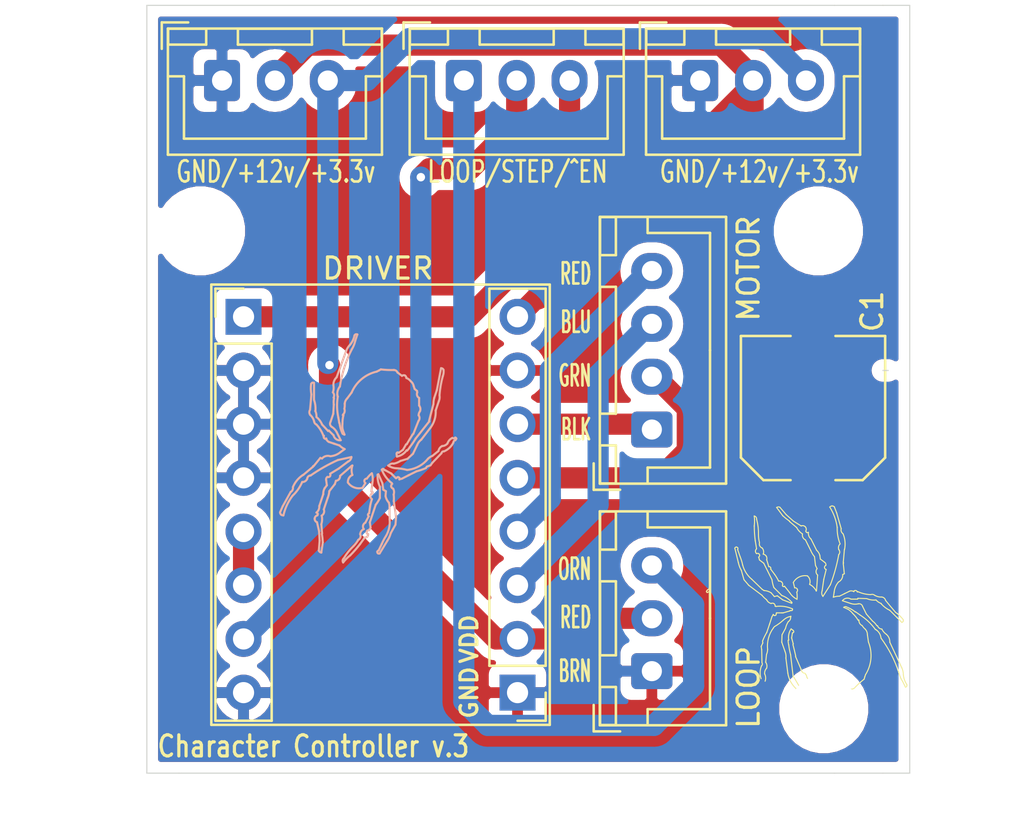
<source format=kicad_pcb>
(kicad_pcb (version 20171130) (host pcbnew "(5.1.12)-1")

  (general
    (thickness 1.6)
    (drawings 568)
    (tracks 63)
    (zones 0)
    (modules 11)
    (nets 12)
  )

  (page A4)
  (layers
    (0 F.Cu signal)
    (31 B.Cu signal)
    (32 B.Adhes user)
    (33 F.Adhes user)
    (34 B.Paste user)
    (35 F.Paste user)
    (36 B.SilkS user)
    (37 F.SilkS user)
    (38 B.Mask user)
    (39 F.Mask user)
    (40 Dwgs.User user)
    (41 Cmts.User user)
    (42 Eco1.User user)
    (43 Eco2.User user)
    (44 Edge.Cuts user)
    (45 Margin user)
    (46 B.CrtYd user)
    (47 F.CrtYd user)
    (48 B.Fab user)
    (49 F.Fab user)
  )

  (setup
    (last_trace_width 1)
    (user_trace_width 0.25)
    (user_trace_width 1)
    (trace_clearance 0.2)
    (zone_clearance 0.508)
    (zone_45_only no)
    (trace_min 0.2)
    (via_size 0.8)
    (via_drill 0.4)
    (via_min_size 0.4)
    (via_min_drill 0.3)
    (user_via 0.8 0.4)
    (uvia_size 0.3)
    (uvia_drill 0.1)
    (uvias_allowed no)
    (uvia_min_size 0.2)
    (uvia_min_drill 0.1)
    (edge_width 0.05)
    (segment_width 0.2)
    (pcb_text_width 0.3)
    (pcb_text_size 1.5 1.5)
    (mod_edge_width 0.12)
    (mod_text_size 1 1)
    (mod_text_width 0.15)
    (pad_size 1.524 1.524)
    (pad_drill 0.762)
    (pad_to_mask_clearance 0.051)
    (solder_mask_min_width 0.25)
    (aux_axis_origin 0 0)
    (visible_elements 7FFFFFFF)
    (pcbplotparams
      (layerselection 0x010fc_ffffffff)
      (usegerberextensions false)
      (usegerberattributes false)
      (usegerberadvancedattributes false)
      (creategerberjobfile false)
      (excludeedgelayer true)
      (linewidth 0.100000)
      (plotframeref false)
      (viasonmask false)
      (mode 1)
      (useauxorigin false)
      (hpglpennumber 1)
      (hpglpenspeed 20)
      (hpglpendiameter 15.000000)
      (psnegative false)
      (psa4output false)
      (plotreference true)
      (plotvalue true)
      (plotinvisibletext false)
      (padsonsilk false)
      (subtractmaskfromsilk false)
      (outputformat 1)
      (mirror false)
      (drillshape 0)
      (scaleselection 1)
      (outputdirectory "Gerbers/"))
  )

  (net 0 "")
  (net 1 /ST)
  (net 2 /LOOP)
  (net 3 +3V3)
  (net 4 GND)
  (net 5 /RS)
  (net 6 /1A)
  (net 7 /1B)
  (net 8 /2A)
  (net 9 /2B)
  (net 10 +12V)
  (net 11 /EN)

  (net_class Default "This is the default net class."
    (clearance 0.2)
    (trace_width 0.25)
    (via_dia 0.8)
    (via_drill 0.4)
    (uvia_dia 0.3)
    (uvia_drill 0.1)
    (add_net +12V)
    (add_net +3V3)
    (add_net /1A)
    (add_net /1B)
    (add_net /2A)
    (add_net /2B)
    (add_net /EN)
    (add_net /LOOP)
    (add_net /RS)
    (add_net /ST)
    (add_net GND)
  )

  (module Capacitor_SMD:C_Elec_6.3x7.7 (layer F.Cu) (tedit 5BC8D926) (tstamp 61A3263A)
    (at 160.02 83.312 90)
    (descr "SMD capacitor, aluminum electrolytic nonpolar, 6.3x7.7mm")
    (tags "capacitor electrolyic nonpolar")
    (path /61A3E426)
    (attr smd)
    (fp_text reference C1 (at 4.572 2.794 90) (layer F.SilkS)
      (effects (font (size 1 1) (thickness 0.15)))
    )
    (fp_text value 100uF (at 0 4.35 90) (layer F.Fab)
      (effects (font (size 1 1) (thickness 0.15)))
    )
    (fp_circle (center 0 0) (end 3.15 0) (layer F.Fab) (width 0.1))
    (fp_line (start 3.3 -3.3) (end 3.3 3.3) (layer F.Fab) (width 0.1))
    (fp_line (start -2.3 -3.3) (end 3.3 -3.3) (layer F.Fab) (width 0.1))
    (fp_line (start -2.3 3.3) (end 3.3 3.3) (layer F.Fab) (width 0.1))
    (fp_line (start -3.3 -2.3) (end -3.3 2.3) (layer F.Fab) (width 0.1))
    (fp_line (start -3.3 -2.3) (end -2.3 -3.3) (layer F.Fab) (width 0.1))
    (fp_line (start -3.3 2.3) (end -2.3 3.3) (layer F.Fab) (width 0.1))
    (fp_line (start 3.41 3.41) (end 3.41 1.06) (layer F.SilkS) (width 0.12))
    (fp_line (start 3.41 -3.41) (end 3.41 -1.06) (layer F.SilkS) (width 0.12))
    (fp_line (start -2.345563 -3.41) (end 3.41 -3.41) (layer F.SilkS) (width 0.12))
    (fp_line (start -2.345563 3.41) (end 3.41 3.41) (layer F.SilkS) (width 0.12))
    (fp_line (start -3.41 2.345563) (end -3.41 1.06) (layer F.SilkS) (width 0.12))
    (fp_line (start -3.41 -2.345563) (end -3.41 -1.06) (layer F.SilkS) (width 0.12))
    (fp_line (start -3.41 -2.345563) (end -2.345563 -3.41) (layer F.SilkS) (width 0.12))
    (fp_line (start -3.41 2.345563) (end -2.345563 3.41) (layer F.SilkS) (width 0.12))
    (fp_line (start 3.55 -3.55) (end 3.55 -1.05) (layer F.CrtYd) (width 0.05))
    (fp_line (start 3.55 -1.05) (end 4.45 -1.05) (layer F.CrtYd) (width 0.05))
    (fp_line (start 4.45 -1.05) (end 4.45 1.05) (layer F.CrtYd) (width 0.05))
    (fp_line (start 4.45 1.05) (end 3.55 1.05) (layer F.CrtYd) (width 0.05))
    (fp_line (start 3.55 1.05) (end 3.55 3.55) (layer F.CrtYd) (width 0.05))
    (fp_line (start -2.4 3.55) (end 3.55 3.55) (layer F.CrtYd) (width 0.05))
    (fp_line (start -2.4 -3.55) (end 3.55 -3.55) (layer F.CrtYd) (width 0.05))
    (fp_line (start -3.55 2.4) (end -2.4 3.55) (layer F.CrtYd) (width 0.05))
    (fp_line (start -3.55 -2.4) (end -2.4 -3.55) (layer F.CrtYd) (width 0.05))
    (fp_line (start -3.55 -2.4) (end -3.55 -1.05) (layer F.CrtYd) (width 0.05))
    (fp_line (start -3.55 1.05) (end -3.55 2.4) (layer F.CrtYd) (width 0.05))
    (fp_line (start -3.55 -1.05) (end -4.45 -1.05) (layer F.CrtYd) (width 0.05))
    (fp_line (start -4.45 -1.05) (end -4.45 1.05) (layer F.CrtYd) (width 0.05))
    (fp_line (start -4.45 1.05) (end -3.55 1.05) (layer F.CrtYd) (width 0.05))
    (fp_text user %R (at 0 0 90) (layer F.Fab)
      (effects (font (size 1 1) (thickness 0.15)))
    )
    (pad 2 smd roundrect (at 2.5375 0 90) (size 3.325 1.6) (layers F.Cu F.Paste F.Mask) (roundrect_rratio 0.15625)
      (net 4 GND))
    (pad 1 smd roundrect (at -2.5375 0 90) (size 3.325 1.6) (layers F.Cu F.Paste F.Mask) (roundrect_rratio 0.15625)
      (net 10 +12V))
    (model ${KISYS3DMOD}/Capacitor_SMD.3dshapes/C_Elec_6.3x7.7.wrl
      (at (xyz 0 0 0))
      (scale (xyz 1 1 1))
      (rotate (xyz 0 0 0))
    )
  )

  (module MountingHole:MountingHole_3.2mm_M3 (layer F.Cu) (tedit 5CE9CDB8) (tstamp 61A313B0)
    (at 131.064 74.93)
    (descr "Mounting Hole 3.2mm, no annular, M3")
    (tags "mounting hole 3.2mm no annular m3")
    (attr virtual)
    (fp_text reference 4 (at 0 -4.2) (layer F.SilkS) hide
      (effects (font (size 1 1) (thickness 0.15)))
    )
    (fp_text value MountingHole_3.2mm_M3 (at 0 4.2) (layer F.Fab)
      (effects (font (size 1 1) (thickness 0.15)))
    )
    (fp_circle (center 0 0) (end 3.2 0) (layer Cmts.User) (width 0.15))
    (fp_circle (center 0 0) (end 3.45 0) (layer F.CrtYd) (width 0.05))
    (fp_text user %R (at 0.3 0) (layer F.Fab)
      (effects (font (size 1 1) (thickness 0.15)))
    )
    (pad "" np_thru_hole circle (at 0 0) (size 3.2 3.2) (drill 3.2) (layers *.Cu *.Mask))
  )

  (module MountingHole:MountingHole_3.2mm_M3 (layer F.Cu) (tedit 5CE9CDB8) (tstamp 61A30C7C)
    (at 160.274 74.93)
    (descr "Mounting Hole 3.2mm, no annular, M3")
    (tags "mounting hole 3.2mm no annular m3")
    (attr virtual)
    (fp_text reference 4 (at 0 -4.2) (layer F.SilkS) hide
      (effects (font (size 1 1) (thickness 0.15)))
    )
    (fp_text value MountingHole_3.2mm_M3 (at 0 4.2) (layer F.Fab)
      (effects (font (size 1 1) (thickness 0.15)))
    )
    (fp_circle (center 0 0) (end 3.2 0) (layer Cmts.User) (width 0.15))
    (fp_circle (center 0 0) (end 3.45 0) (layer F.CrtYd) (width 0.05))
    (fp_text user %R (at 0.3 0) (layer F.Fab)
      (effects (font (size 1 1) (thickness 0.15)))
    )
    (pad "" np_thru_hole circle (at 0 0) (size 3.2 3.2) (drill 3.2) (layers *.Cu *.Mask))
  )

  (module MountingHole:MountingHole_3.2mm_M3 (layer F.Cu) (tedit 5CE9CDB8) (tstamp 61A30C7C)
    (at 160.528 97.536)
    (descr "Mounting Hole 3.2mm, no annular, M3")
    (tags "mounting hole 3.2mm no annular m3")
    (attr virtual)
    (fp_text reference 4 (at 0 -4.2) (layer F.SilkS) hide
      (effects (font (size 1 1) (thickness 0.15)))
    )
    (fp_text value MountingHole_3.2mm_M3 (at 0 4.2) (layer F.Fab)
      (effects (font (size 1 1) (thickness 0.15)))
    )
    (fp_circle (center 0 0) (end 3.2 0) (layer Cmts.User) (width 0.15))
    (fp_circle (center 0 0) (end 3.45 0) (layer F.CrtYd) (width 0.05))
    (fp_text user %R (at 0.3 0) (layer F.Fab)
      (effects (font (size 1 1) (thickness 0.15)))
    )
    (pad "" np_thru_hole circle (at 0 0) (size 3.2 3.2) (drill 3.2) (layers *.Cu *.Mask))
  )

  (module Connector_JST:JST_XH_B3B-XH-A_1x03_P2.50mm_Vertical (layer F.Cu) (tedit 5C28146C) (tstamp 61A3103F)
    (at 143.51 67.818)
    (descr "JST XH series connector, B3B-XH-A (http://www.jst-mfg.com/product/pdf/eng/eXH.pdf), generated with kicad-footprint-generator")
    (tags "connector JST XH vertical")
    (path /61A324CC)
    (fp_text reference J1 (at 2.5 -3.55) (layer F.SilkS) hide
      (effects (font (size 1 1) (thickness 0.15)))
    )
    (fp_text value ARDUINO (at 2.5 4.6) (layer F.Fab)
      (effects (font (size 1 1) (thickness 0.15)))
    )
    (fp_line (start -2.45 -2.35) (end -2.45 3.4) (layer F.Fab) (width 0.1))
    (fp_line (start -2.45 3.4) (end 7.45 3.4) (layer F.Fab) (width 0.1))
    (fp_line (start 7.45 3.4) (end 7.45 -2.35) (layer F.Fab) (width 0.1))
    (fp_line (start 7.45 -2.35) (end -2.45 -2.35) (layer F.Fab) (width 0.1))
    (fp_line (start -2.56 -2.46) (end -2.56 3.51) (layer F.SilkS) (width 0.12))
    (fp_line (start -2.56 3.51) (end 7.56 3.51) (layer F.SilkS) (width 0.12))
    (fp_line (start 7.56 3.51) (end 7.56 -2.46) (layer F.SilkS) (width 0.12))
    (fp_line (start 7.56 -2.46) (end -2.56 -2.46) (layer F.SilkS) (width 0.12))
    (fp_line (start -2.95 -2.85) (end -2.95 3.9) (layer F.CrtYd) (width 0.05))
    (fp_line (start -2.95 3.9) (end 7.95 3.9) (layer F.CrtYd) (width 0.05))
    (fp_line (start 7.95 3.9) (end 7.95 -2.85) (layer F.CrtYd) (width 0.05))
    (fp_line (start 7.95 -2.85) (end -2.95 -2.85) (layer F.CrtYd) (width 0.05))
    (fp_line (start -0.625 -2.35) (end 0 -1.35) (layer F.Fab) (width 0.1))
    (fp_line (start 0 -1.35) (end 0.625 -2.35) (layer F.Fab) (width 0.1))
    (fp_line (start 0.75 -2.45) (end 0.75 -1.7) (layer F.SilkS) (width 0.12))
    (fp_line (start 0.75 -1.7) (end 4.25 -1.7) (layer F.SilkS) (width 0.12))
    (fp_line (start 4.25 -1.7) (end 4.25 -2.45) (layer F.SilkS) (width 0.12))
    (fp_line (start 4.25 -2.45) (end 0.75 -2.45) (layer F.SilkS) (width 0.12))
    (fp_line (start -2.55 -2.45) (end -2.55 -1.7) (layer F.SilkS) (width 0.12))
    (fp_line (start -2.55 -1.7) (end -0.75 -1.7) (layer F.SilkS) (width 0.12))
    (fp_line (start -0.75 -1.7) (end -0.75 -2.45) (layer F.SilkS) (width 0.12))
    (fp_line (start -0.75 -2.45) (end -2.55 -2.45) (layer F.SilkS) (width 0.12))
    (fp_line (start 5.75 -2.45) (end 5.75 -1.7) (layer F.SilkS) (width 0.12))
    (fp_line (start 5.75 -1.7) (end 7.55 -1.7) (layer F.SilkS) (width 0.12))
    (fp_line (start 7.55 -1.7) (end 7.55 -2.45) (layer F.SilkS) (width 0.12))
    (fp_line (start 7.55 -2.45) (end 5.75 -2.45) (layer F.SilkS) (width 0.12))
    (fp_line (start -2.55 -0.2) (end -1.8 -0.2) (layer F.SilkS) (width 0.12))
    (fp_line (start -1.8 -0.2) (end -1.8 2.75) (layer F.SilkS) (width 0.12))
    (fp_line (start -1.8 2.75) (end 2.5 2.75) (layer F.SilkS) (width 0.12))
    (fp_line (start 7.55 -0.2) (end 6.8 -0.2) (layer F.SilkS) (width 0.12))
    (fp_line (start 6.8 -0.2) (end 6.8 2.75) (layer F.SilkS) (width 0.12))
    (fp_line (start 6.8 2.75) (end 2.5 2.75) (layer F.SilkS) (width 0.12))
    (fp_line (start -1.6 -2.75) (end -2.85 -2.75) (layer F.SilkS) (width 0.12))
    (fp_line (start -2.85 -2.75) (end -2.85 -1.5) (layer F.SilkS) (width 0.12))
    (fp_text user %R (at 2.5 2.7) (layer F.Fab)
      (effects (font (size 1 1) (thickness 0.15)))
    )
    (pad 3 thru_hole oval (at 5 0) (size 1.7 1.95) (drill 0.95) (layers *.Cu *.Mask)
      (net 11 /EN))
    (pad 2 thru_hole oval (at 2.5 0) (size 1.7 1.95) (drill 0.95) (layers *.Cu *.Mask)
      (net 1 /ST))
    (pad 1 thru_hole roundrect (at 0 0) (size 1.7 1.95) (drill 0.95) (layers *.Cu *.Mask) (roundrect_rratio 0.147059)
      (net 2 /LOOP))
    (model ${KISYS3DMOD}/Connector_JST.3dshapes/JST_XH_B3B-XH-A_1x03_P2.50mm_Vertical.wrl
      (at (xyz 0 0 0))
      (scale (xyz 1 1 1))
      (rotate (xyz 0 0 0))
    )
  )

  (module Connector_JST:JST_XH_B3B-XH-A_1x03_P2.50mm_Vertical (layer F.Cu) (tedit 5C28146C) (tstamp 619BE7BC)
    (at 154.686 67.818)
    (descr "JST XH series connector, B3B-XH-A (http://www.jst-mfg.com/product/pdf/eng/eXH.pdf), generated with kicad-footprint-generator")
    (tags "connector JST XH vertical")
    (path /619EB1B2)
    (fp_text reference J7 (at 6.858 4.318) (layer F.SilkS) hide
      (effects (font (size 1 1) (thickness 0.15)))
    )
    (fp_text value OUT (at 2.5 4.6) (layer F.Fab)
      (effects (font (size 1 1) (thickness 0.15)))
    )
    (fp_line (start -2.45 -2.35) (end -2.45 3.4) (layer F.Fab) (width 0.1))
    (fp_line (start -2.45 3.4) (end 7.45 3.4) (layer F.Fab) (width 0.1))
    (fp_line (start 7.45 3.4) (end 7.45 -2.35) (layer F.Fab) (width 0.1))
    (fp_line (start 7.45 -2.35) (end -2.45 -2.35) (layer F.Fab) (width 0.1))
    (fp_line (start -2.56 -2.46) (end -2.56 3.51) (layer F.SilkS) (width 0.12))
    (fp_line (start -2.56 3.51) (end 7.56 3.51) (layer F.SilkS) (width 0.12))
    (fp_line (start 7.56 3.51) (end 7.56 -2.46) (layer F.SilkS) (width 0.12))
    (fp_line (start 7.56 -2.46) (end -2.56 -2.46) (layer F.SilkS) (width 0.12))
    (fp_line (start -2.95 -2.85) (end -2.95 3.9) (layer F.CrtYd) (width 0.05))
    (fp_line (start -2.95 3.9) (end 7.95 3.9) (layer F.CrtYd) (width 0.05))
    (fp_line (start 7.95 3.9) (end 7.95 -2.85) (layer F.CrtYd) (width 0.05))
    (fp_line (start 7.95 -2.85) (end -2.95 -2.85) (layer F.CrtYd) (width 0.05))
    (fp_line (start -0.625 -2.35) (end 0 -1.35) (layer F.Fab) (width 0.1))
    (fp_line (start 0 -1.35) (end 0.625 -2.35) (layer F.Fab) (width 0.1))
    (fp_line (start 0.75 -2.45) (end 0.75 -1.7) (layer F.SilkS) (width 0.12))
    (fp_line (start 0.75 -1.7) (end 4.25 -1.7) (layer F.SilkS) (width 0.12))
    (fp_line (start 4.25 -1.7) (end 4.25 -2.45) (layer F.SilkS) (width 0.12))
    (fp_line (start 4.25 -2.45) (end 0.75 -2.45) (layer F.SilkS) (width 0.12))
    (fp_line (start -2.55 -2.45) (end -2.55 -1.7) (layer F.SilkS) (width 0.12))
    (fp_line (start -2.55 -1.7) (end -0.75 -1.7) (layer F.SilkS) (width 0.12))
    (fp_line (start -0.75 -1.7) (end -0.75 -2.45) (layer F.SilkS) (width 0.12))
    (fp_line (start -0.75 -2.45) (end -2.55 -2.45) (layer F.SilkS) (width 0.12))
    (fp_line (start 5.75 -2.45) (end 5.75 -1.7) (layer F.SilkS) (width 0.12))
    (fp_line (start 5.75 -1.7) (end 7.55 -1.7) (layer F.SilkS) (width 0.12))
    (fp_line (start 7.55 -1.7) (end 7.55 -2.45) (layer F.SilkS) (width 0.12))
    (fp_line (start 7.55 -2.45) (end 5.75 -2.45) (layer F.SilkS) (width 0.12))
    (fp_line (start -2.55 -0.2) (end -1.8 -0.2) (layer F.SilkS) (width 0.12))
    (fp_line (start -1.8 -0.2) (end -1.8 2.75) (layer F.SilkS) (width 0.12))
    (fp_line (start -1.8 2.75) (end 2.5 2.75) (layer F.SilkS) (width 0.12))
    (fp_line (start 7.55 -0.2) (end 6.8 -0.2) (layer F.SilkS) (width 0.12))
    (fp_line (start 6.8 -0.2) (end 6.8 2.75) (layer F.SilkS) (width 0.12))
    (fp_line (start 6.8 2.75) (end 2.5 2.75) (layer F.SilkS) (width 0.12))
    (fp_line (start -1.6 -2.75) (end -2.85 -2.75) (layer F.SilkS) (width 0.12))
    (fp_line (start -2.85 -2.75) (end -2.85 -1.5) (layer F.SilkS) (width 0.12))
    (fp_text user %R (at 2.5 2.7) (layer F.Fab)
      (effects (font (size 1 1) (thickness 0.15)))
    )
    (pad 3 thru_hole oval (at 5 0) (size 1.7 1.95) (drill 0.95) (layers *.Cu *.Mask)
      (net 3 +3V3))
    (pad 2 thru_hole oval (at 2.5 0) (size 1.7 1.95) (drill 0.95) (layers *.Cu *.Mask)
      (net 10 +12V))
    (pad 1 thru_hole roundrect (at 0 0) (size 1.7 1.95) (drill 0.95) (layers *.Cu *.Mask) (roundrect_rratio 0.147059)
      (net 4 GND))
    (model ${KISYS3DMOD}/Connector_JST.3dshapes/JST_XH_B3B-XH-A_1x03_P2.50mm_Vertical.wrl
      (at (xyz 0 0 0))
      (scale (xyz 1 1 1))
      (rotate (xyz 0 0 0))
    )
  )

  (module Connector_JST:JST_XH_B3B-XH-A_1x03_P2.50mm_Vertical (layer F.Cu) (tedit 5C28146C) (tstamp 619BE792)
    (at 132.08 67.818)
    (descr "JST XH series connector, B3B-XH-A (http://www.jst-mfg.com/product/pdf/eng/eXH.pdf), generated with kicad-footprint-generator")
    (tags "connector JST XH vertical")
    (path /619E6DF8)
    (fp_text reference J6 (at 6.858 4.318) (layer F.SilkS) hide
      (effects (font (size 1 1) (thickness 0.15)))
    )
    (fp_text value IN (at 2.5 4.6) (layer F.Fab)
      (effects (font (size 1 1) (thickness 0.15)))
    )
    (fp_line (start -2.45 -2.35) (end -2.45 3.4) (layer F.Fab) (width 0.1))
    (fp_line (start -2.45 3.4) (end 7.45 3.4) (layer F.Fab) (width 0.1))
    (fp_line (start 7.45 3.4) (end 7.45 -2.35) (layer F.Fab) (width 0.1))
    (fp_line (start 7.45 -2.35) (end -2.45 -2.35) (layer F.Fab) (width 0.1))
    (fp_line (start -2.56 -2.46) (end -2.56 3.51) (layer F.SilkS) (width 0.12))
    (fp_line (start -2.56 3.51) (end 7.56 3.51) (layer F.SilkS) (width 0.12))
    (fp_line (start 7.56 3.51) (end 7.56 -2.46) (layer F.SilkS) (width 0.12))
    (fp_line (start 7.56 -2.46) (end -2.56 -2.46) (layer F.SilkS) (width 0.12))
    (fp_line (start -2.95 -2.85) (end -2.95 3.9) (layer F.CrtYd) (width 0.05))
    (fp_line (start -2.95 3.9) (end 7.95 3.9) (layer F.CrtYd) (width 0.05))
    (fp_line (start 7.95 3.9) (end 7.95 -2.85) (layer F.CrtYd) (width 0.05))
    (fp_line (start 7.95 -2.85) (end -2.95 -2.85) (layer F.CrtYd) (width 0.05))
    (fp_line (start -0.625 -2.35) (end 0 -1.35) (layer F.Fab) (width 0.1))
    (fp_line (start 0 -1.35) (end 0.625 -2.35) (layer F.Fab) (width 0.1))
    (fp_line (start 0.75 -2.45) (end 0.75 -1.7) (layer F.SilkS) (width 0.12))
    (fp_line (start 0.75 -1.7) (end 4.25 -1.7) (layer F.SilkS) (width 0.12))
    (fp_line (start 4.25 -1.7) (end 4.25 -2.45) (layer F.SilkS) (width 0.12))
    (fp_line (start 4.25 -2.45) (end 0.75 -2.45) (layer F.SilkS) (width 0.12))
    (fp_line (start -2.55 -2.45) (end -2.55 -1.7) (layer F.SilkS) (width 0.12))
    (fp_line (start -2.55 -1.7) (end -0.75 -1.7) (layer F.SilkS) (width 0.12))
    (fp_line (start -0.75 -1.7) (end -0.75 -2.45) (layer F.SilkS) (width 0.12))
    (fp_line (start -0.75 -2.45) (end -2.55 -2.45) (layer F.SilkS) (width 0.12))
    (fp_line (start 5.75 -2.45) (end 5.75 -1.7) (layer F.SilkS) (width 0.12))
    (fp_line (start 5.75 -1.7) (end 7.55 -1.7) (layer F.SilkS) (width 0.12))
    (fp_line (start 7.55 -1.7) (end 7.55 -2.45) (layer F.SilkS) (width 0.12))
    (fp_line (start 7.55 -2.45) (end 5.75 -2.45) (layer F.SilkS) (width 0.12))
    (fp_line (start -2.55 -0.2) (end -1.8 -0.2) (layer F.SilkS) (width 0.12))
    (fp_line (start -1.8 -0.2) (end -1.8 2.75) (layer F.SilkS) (width 0.12))
    (fp_line (start -1.8 2.75) (end 2.5 2.75) (layer F.SilkS) (width 0.12))
    (fp_line (start 7.55 -0.2) (end 6.8 -0.2) (layer F.SilkS) (width 0.12))
    (fp_line (start 6.8 -0.2) (end 6.8 2.75) (layer F.SilkS) (width 0.12))
    (fp_line (start 6.8 2.75) (end 2.5 2.75) (layer F.SilkS) (width 0.12))
    (fp_line (start -1.6 -2.75) (end -2.85 -2.75) (layer F.SilkS) (width 0.12))
    (fp_line (start -2.85 -2.75) (end -2.85 -1.5) (layer F.SilkS) (width 0.12))
    (fp_text user %R (at 2.5 2.7) (layer F.Fab)
      (effects (font (size 1 1) (thickness 0.15)))
    )
    (pad 3 thru_hole oval (at 5 0) (size 1.7 1.95) (drill 0.95) (layers *.Cu *.Mask)
      (net 3 +3V3))
    (pad 2 thru_hole oval (at 2.5 0) (size 1.7 1.95) (drill 0.95) (layers *.Cu *.Mask)
      (net 10 +12V))
    (pad 1 thru_hole roundrect (at 0 0) (size 1.7 1.95) (drill 0.95) (layers *.Cu *.Mask) (roundrect_rratio 0.147059)
      (net 4 GND))
    (model ${KISYS3DMOD}/Connector_JST.3dshapes/JST_XH_B3B-XH-A_1x03_P2.50mm_Vertical.wrl
      (at (xyz 0 0 0))
      (scale (xyz 1 1 1))
      (rotate (xyz 0 0 0))
    )
  )

  (module Connector_PinHeader_2.54mm:PinHeader_1x08_P2.54mm_Vertical (layer F.Cu) (tedit 59FED5CC) (tstamp 619BE768)
    (at 146.05 96.774 180)
    (descr "Through hole straight pin header, 1x08, 2.54mm pitch, single row")
    (tags "Through hole pin header THT 1x08 2.54mm single row")
    (path /619C9E9C)
    (fp_text reference J5 (at 0 20.066) (layer F.SilkS) hide
      (effects (font (size 1 1) (thickness 0.15)))
    )
    (fp_text value Conn_01x08_Female (at 0 20.11) (layer F.Fab)
      (effects (font (size 1 1) (thickness 0.15)))
    )
    (fp_line (start -0.635 -1.27) (end 1.27 -1.27) (layer F.Fab) (width 0.1))
    (fp_line (start 1.27 -1.27) (end 1.27 19.05) (layer F.Fab) (width 0.1))
    (fp_line (start 1.27 19.05) (end -1.27 19.05) (layer F.Fab) (width 0.1))
    (fp_line (start -1.27 19.05) (end -1.27 -0.635) (layer F.Fab) (width 0.1))
    (fp_line (start -1.27 -0.635) (end -0.635 -1.27) (layer F.Fab) (width 0.1))
    (fp_line (start -1.33 19.11) (end 1.33 19.11) (layer F.SilkS) (width 0.12))
    (fp_line (start -1.33 1.27) (end -1.33 19.11) (layer F.SilkS) (width 0.12))
    (fp_line (start 1.33 1.27) (end 1.33 19.11) (layer F.SilkS) (width 0.12))
    (fp_line (start -1.33 1.27) (end 1.33 1.27) (layer F.SilkS) (width 0.12))
    (fp_line (start -1.33 0) (end -1.33 -1.33) (layer F.SilkS) (width 0.12))
    (fp_line (start -1.33 -1.33) (end 0 -1.33) (layer F.SilkS) (width 0.12))
    (fp_line (start -1.8 -1.8) (end -1.8 19.55) (layer F.CrtYd) (width 0.05))
    (fp_line (start -1.8 19.55) (end 1.8 19.55) (layer F.CrtYd) (width 0.05))
    (fp_line (start 1.8 19.55) (end 1.8 -1.8) (layer F.CrtYd) (width 0.05))
    (fp_line (start 1.8 -1.8) (end -1.8 -1.8) (layer F.CrtYd) (width 0.05))
    (fp_text user %R (at 0 8.89 90) (layer F.Fab)
      (effects (font (size 1 1) (thickness 0.15)))
    )
    (pad 8 thru_hole oval (at 0 17.78 180) (size 1.7 1.7) (drill 1) (layers *.Cu *.Mask)
      (net 10 +12V))
    (pad 7 thru_hole oval (at 0 15.24 180) (size 1.7 1.7) (drill 1) (layers *.Cu *.Mask)
      (net 4 GND))
    (pad 6 thru_hole oval (at 0 12.7 180) (size 1.7 1.7) (drill 1) (layers *.Cu *.Mask)
      (net 9 /2B))
    (pad 5 thru_hole oval (at 0 10.16 180) (size 1.7 1.7) (drill 1) (layers *.Cu *.Mask)
      (net 8 /2A))
    (pad 4 thru_hole oval (at 0 7.62 180) (size 1.7 1.7) (drill 1) (layers *.Cu *.Mask)
      (net 6 /1A))
    (pad 3 thru_hole oval (at 0 5.08 180) (size 1.7 1.7) (drill 1) (layers *.Cu *.Mask)
      (net 7 /1B))
    (pad 2 thru_hole oval (at 0 2.54 180) (size 1.7 1.7) (drill 1) (layers *.Cu *.Mask)
      (net 3 +3V3))
    (pad 1 thru_hole rect (at 0 0 180) (size 1.7 1.7) (drill 1) (layers *.Cu *.Mask)
      (net 4 GND))
    (model ${KISYS3DMOD}/Connector_PinHeader_2.54mm.3dshapes/PinHeader_1x08_P2.54mm_Vertical.wrl
      (at (xyz 0 0 0))
      (scale (xyz 1 1 1))
      (rotate (xyz 0 0 0))
    )
  )

  (module Connector_JST:JST_XH_B4B-XH-A_1x04_P2.50mm_Vertical (layer F.Cu) (tedit 5C28146C) (tstamp 619BE74C)
    (at 152.4 84.328 90)
    (descr "JST XH series connector, B4B-XH-A (http://www.jst-mfg.com/product/pdf/eng/eXH.pdf), generated with kicad-footprint-generator")
    (tags "connector JST XH vertical")
    (path /619CB09A)
    (fp_text reference J4 (at 9.144 4.318 90) (layer F.SilkS) hide
      (effects (font (size 1 1) (thickness 0.15)))
    )
    (fp_text value MOTOR (at 3.75 4.6 90) (layer F.Fab)
      (effects (font (size 1 1) (thickness 0.15)))
    )
    (fp_line (start -2.45 -2.35) (end -2.45 3.4) (layer F.Fab) (width 0.1))
    (fp_line (start -2.45 3.4) (end 9.95 3.4) (layer F.Fab) (width 0.1))
    (fp_line (start 9.95 3.4) (end 9.95 -2.35) (layer F.Fab) (width 0.1))
    (fp_line (start 9.95 -2.35) (end -2.45 -2.35) (layer F.Fab) (width 0.1))
    (fp_line (start -2.56 -2.46) (end -2.56 3.51) (layer F.SilkS) (width 0.12))
    (fp_line (start -2.56 3.51) (end 10.06 3.51) (layer F.SilkS) (width 0.12))
    (fp_line (start 10.06 3.51) (end 10.06 -2.46) (layer F.SilkS) (width 0.12))
    (fp_line (start 10.06 -2.46) (end -2.56 -2.46) (layer F.SilkS) (width 0.12))
    (fp_line (start -2.95 -2.85) (end -2.95 3.9) (layer F.CrtYd) (width 0.05))
    (fp_line (start -2.95 3.9) (end 10.45 3.9) (layer F.CrtYd) (width 0.05))
    (fp_line (start 10.45 3.9) (end 10.45 -2.85) (layer F.CrtYd) (width 0.05))
    (fp_line (start 10.45 -2.85) (end -2.95 -2.85) (layer F.CrtYd) (width 0.05))
    (fp_line (start -0.625 -2.35) (end 0 -1.35) (layer F.Fab) (width 0.1))
    (fp_line (start 0 -1.35) (end 0.625 -2.35) (layer F.Fab) (width 0.1))
    (fp_line (start 0.75 -2.45) (end 0.75 -1.7) (layer F.SilkS) (width 0.12))
    (fp_line (start 0.75 -1.7) (end 6.75 -1.7) (layer F.SilkS) (width 0.12))
    (fp_line (start 6.75 -1.7) (end 6.75 -2.45) (layer F.SilkS) (width 0.12))
    (fp_line (start 6.75 -2.45) (end 0.75 -2.45) (layer F.SilkS) (width 0.12))
    (fp_line (start -2.55 -2.45) (end -2.55 -1.7) (layer F.SilkS) (width 0.12))
    (fp_line (start -2.55 -1.7) (end -0.75 -1.7) (layer F.SilkS) (width 0.12))
    (fp_line (start -0.75 -1.7) (end -0.75 -2.45) (layer F.SilkS) (width 0.12))
    (fp_line (start -0.75 -2.45) (end -2.55 -2.45) (layer F.SilkS) (width 0.12))
    (fp_line (start 8.25 -2.45) (end 8.25 -1.7) (layer F.SilkS) (width 0.12))
    (fp_line (start 8.25 -1.7) (end 10.05 -1.7) (layer F.SilkS) (width 0.12))
    (fp_line (start 10.05 -1.7) (end 10.05 -2.45) (layer F.SilkS) (width 0.12))
    (fp_line (start 10.05 -2.45) (end 8.25 -2.45) (layer F.SilkS) (width 0.12))
    (fp_line (start -2.55 -0.2) (end -1.8 -0.2) (layer F.SilkS) (width 0.12))
    (fp_line (start -1.8 -0.2) (end -1.8 2.75) (layer F.SilkS) (width 0.12))
    (fp_line (start -1.8 2.75) (end 3.75 2.75) (layer F.SilkS) (width 0.12))
    (fp_line (start 10.05 -0.2) (end 9.3 -0.2) (layer F.SilkS) (width 0.12))
    (fp_line (start 9.3 -0.2) (end 9.3 2.75) (layer F.SilkS) (width 0.12))
    (fp_line (start 9.3 2.75) (end 3.75 2.75) (layer F.SilkS) (width 0.12))
    (fp_line (start -1.6 -2.75) (end -2.85 -2.75) (layer F.SilkS) (width 0.12))
    (fp_line (start -2.85 -2.75) (end -2.85 -1.5) (layer F.SilkS) (width 0.12))
    (fp_text user %R (at 3.75 2.7 90) (layer F.Fab)
      (effects (font (size 1 1) (thickness 0.15)))
    )
    (pad 4 thru_hole oval (at 7.5 0 90) (size 1.7 1.95) (drill 0.95) (layers *.Cu *.Mask)
      (net 6 /1A))
    (pad 3 thru_hole oval (at 5 0 90) (size 1.7 1.95) (drill 0.95) (layers *.Cu *.Mask)
      (net 7 /1B))
    (pad 2 thru_hole oval (at 2.5 0 90) (size 1.7 1.95) (drill 0.95) (layers *.Cu *.Mask)
      (net 8 /2A))
    (pad 1 thru_hole roundrect (at 0 0 90) (size 1.7 1.95) (drill 0.95) (layers *.Cu *.Mask) (roundrect_rratio 0.147059)
      (net 9 /2B))
    (model ${KISYS3DMOD}/Connector_JST.3dshapes/JST_XH_B4B-XH-A_1x04_P2.50mm_Vertical.wrl
      (at (xyz 0 0 0))
      (scale (xyz 1 1 1))
      (rotate (xyz 0 0 0))
    )
  )

  (module Connector_PinHeader_2.54mm:PinHeader_1x08_P2.54mm_Vertical (layer F.Cu) (tedit 59FED5CC) (tstamp 619BE721)
    (at 133.096 78.994)
    (descr "Through hole straight pin header, 1x08, 2.54mm pitch, single row")
    (tags "Through hole pin header THT 1x08 2.54mm single row")
    (path /619C2B15)
    (fp_text reference J3 (at 0 -2.33) (layer F.SilkS) hide
      (effects (font (size 1 1) (thickness 0.15)))
    )
    (fp_text value DRIVER (at 0 20.11) (layer F.Fab)
      (effects (font (size 1 1) (thickness 0.15)))
    )
    (fp_line (start -0.635 -1.27) (end 1.27 -1.27) (layer F.Fab) (width 0.1))
    (fp_line (start 1.27 -1.27) (end 1.27 19.05) (layer F.Fab) (width 0.1))
    (fp_line (start 1.27 19.05) (end -1.27 19.05) (layer F.Fab) (width 0.1))
    (fp_line (start -1.27 19.05) (end -1.27 -0.635) (layer F.Fab) (width 0.1))
    (fp_line (start -1.27 -0.635) (end -0.635 -1.27) (layer F.Fab) (width 0.1))
    (fp_line (start -1.33 19.11) (end 1.33 19.11) (layer F.SilkS) (width 0.12))
    (fp_line (start -1.33 1.27) (end -1.33 19.11) (layer F.SilkS) (width 0.12))
    (fp_line (start 1.33 1.27) (end 1.33 19.11) (layer F.SilkS) (width 0.12))
    (fp_line (start -1.33 1.27) (end 1.33 1.27) (layer F.SilkS) (width 0.12))
    (fp_line (start -1.33 0) (end -1.33 -1.33) (layer F.SilkS) (width 0.12))
    (fp_line (start -1.33 -1.33) (end 0 -1.33) (layer F.SilkS) (width 0.12))
    (fp_line (start -1.8 -1.8) (end -1.8 19.55) (layer F.CrtYd) (width 0.05))
    (fp_line (start -1.8 19.55) (end 1.8 19.55) (layer F.CrtYd) (width 0.05))
    (fp_line (start 1.8 19.55) (end 1.8 -1.8) (layer F.CrtYd) (width 0.05))
    (fp_line (start 1.8 -1.8) (end -1.8 -1.8) (layer F.CrtYd) (width 0.05))
    (fp_text user %R (at 0 8.89 90) (layer F.Fab)
      (effects (font (size 1 1) (thickness 0.15)))
    )
    (pad 8 thru_hole oval (at 0 17.78) (size 1.7 1.7) (drill 1) (layers *.Cu *.Mask)
      (net 4 GND))
    (pad 7 thru_hole oval (at 0 15.24) (size 1.7 1.7) (drill 1) (layers *.Cu *.Mask)
      (net 1 /ST))
    (pad 6 thru_hole oval (at 0 12.7) (size 1.7 1.7) (drill 1) (layers *.Cu *.Mask)
      (net 5 /RS))
    (pad 5 thru_hole oval (at 0 10.16) (size 1.7 1.7) (drill 1) (layers *.Cu *.Mask)
      (net 5 /RS))
    (pad 4 thru_hole oval (at 0 7.62) (size 1.7 1.7) (drill 1) (layers *.Cu *.Mask)
      (net 4 GND))
    (pad 3 thru_hole oval (at 0 5.08) (size 1.7 1.7) (drill 1) (layers *.Cu *.Mask)
      (net 4 GND))
    (pad 2 thru_hole oval (at 0 2.54) (size 1.7 1.7) (drill 1) (layers *.Cu *.Mask)
      (net 4 GND))
    (pad 1 thru_hole rect (at 0 0) (size 1.7 1.7) (drill 1) (layers *.Cu *.Mask)
      (net 11 /EN))
    (model ${KISYS3DMOD}/Connector_PinHeader_2.54mm.3dshapes/PinHeader_1x08_P2.54mm_Vertical.wrl
      (at (xyz 0 0 0))
      (scale (xyz 1 1 1))
      (rotate (xyz 0 0 0))
    )
  )

  (module Connector_JST:JST_XH_B3B-XH-A_1x03_P2.50mm_Vertical (layer F.Cu) (tedit 5C28146C) (tstamp 619BE705)
    (at 152.4 95.758 90)
    (descr "JST XH series connector, B3B-XH-A (http://www.jst-mfg.com/product/pdf/eng/eXH.pdf), generated with kicad-footprint-generator")
    (tags "connector JST XH vertical")
    (path /619E24E6)
    (fp_text reference J2 (at 6.604 4.318 90) (layer F.SilkS) hide
      (effects (font (size 1 1) (thickness 0.15)))
    )
    (fp_text value "LOOP SENSOR" (at 2.5 4.6 90) (layer F.Fab)
      (effects (font (size 1 1) (thickness 0.15)))
    )
    (fp_line (start -2.45 -2.35) (end -2.45 3.4) (layer F.Fab) (width 0.1))
    (fp_line (start -2.45 3.4) (end 7.45 3.4) (layer F.Fab) (width 0.1))
    (fp_line (start 7.45 3.4) (end 7.45 -2.35) (layer F.Fab) (width 0.1))
    (fp_line (start 7.45 -2.35) (end -2.45 -2.35) (layer F.Fab) (width 0.1))
    (fp_line (start -2.56 -2.46) (end -2.56 3.51) (layer F.SilkS) (width 0.12))
    (fp_line (start -2.56 3.51) (end 7.56 3.51) (layer F.SilkS) (width 0.12))
    (fp_line (start 7.56 3.51) (end 7.56 -2.46) (layer F.SilkS) (width 0.12))
    (fp_line (start 7.56 -2.46) (end -2.56 -2.46) (layer F.SilkS) (width 0.12))
    (fp_line (start -2.95 -2.85) (end -2.95 3.9) (layer F.CrtYd) (width 0.05))
    (fp_line (start -2.95 3.9) (end 7.95 3.9) (layer F.CrtYd) (width 0.05))
    (fp_line (start 7.95 3.9) (end 7.95 -2.85) (layer F.CrtYd) (width 0.05))
    (fp_line (start 7.95 -2.85) (end -2.95 -2.85) (layer F.CrtYd) (width 0.05))
    (fp_line (start -0.625 -2.35) (end 0 -1.35) (layer F.Fab) (width 0.1))
    (fp_line (start 0 -1.35) (end 0.625 -2.35) (layer F.Fab) (width 0.1))
    (fp_line (start 0.75 -2.45) (end 0.75 -1.7) (layer F.SilkS) (width 0.12))
    (fp_line (start 0.75 -1.7) (end 4.25 -1.7) (layer F.SilkS) (width 0.12))
    (fp_line (start 4.25 -1.7) (end 4.25 -2.45) (layer F.SilkS) (width 0.12))
    (fp_line (start 4.25 -2.45) (end 0.75 -2.45) (layer F.SilkS) (width 0.12))
    (fp_line (start -2.55 -2.45) (end -2.55 -1.7) (layer F.SilkS) (width 0.12))
    (fp_line (start -2.55 -1.7) (end -0.75 -1.7) (layer F.SilkS) (width 0.12))
    (fp_line (start -0.75 -1.7) (end -0.75 -2.45) (layer F.SilkS) (width 0.12))
    (fp_line (start -0.75 -2.45) (end -2.55 -2.45) (layer F.SilkS) (width 0.12))
    (fp_line (start 5.75 -2.45) (end 5.75 -1.7) (layer F.SilkS) (width 0.12))
    (fp_line (start 5.75 -1.7) (end 7.55 -1.7) (layer F.SilkS) (width 0.12))
    (fp_line (start 7.55 -1.7) (end 7.55 -2.45) (layer F.SilkS) (width 0.12))
    (fp_line (start 7.55 -2.45) (end 5.75 -2.45) (layer F.SilkS) (width 0.12))
    (fp_line (start -2.55 -0.2) (end -1.8 -0.2) (layer F.SilkS) (width 0.12))
    (fp_line (start -1.8 -0.2) (end -1.8 2.75) (layer F.SilkS) (width 0.12))
    (fp_line (start -1.8 2.75) (end 2.5 2.75) (layer F.SilkS) (width 0.12))
    (fp_line (start 7.55 -0.2) (end 6.8 -0.2) (layer F.SilkS) (width 0.12))
    (fp_line (start 6.8 -0.2) (end 6.8 2.75) (layer F.SilkS) (width 0.12))
    (fp_line (start 6.8 2.75) (end 2.5 2.75) (layer F.SilkS) (width 0.12))
    (fp_line (start -1.6 -2.75) (end -2.85 -2.75) (layer F.SilkS) (width 0.12))
    (fp_line (start -2.85 -2.75) (end -2.85 -1.5) (layer F.SilkS) (width 0.12))
    (fp_text user %R (at 2.5 2.7 90) (layer F.Fab)
      (effects (font (size 1 1) (thickness 0.15)))
    )
    (pad 3 thru_hole oval (at 5 0 90) (size 1.7 1.95) (drill 0.95) (layers *.Cu *.Mask)
      (net 2 /LOOP))
    (pad 2 thru_hole oval (at 2.5 0 90) (size 1.7 1.95) (drill 0.95) (layers *.Cu *.Mask)
      (net 3 +3V3))
    (pad 1 thru_hole roundrect (at 0 0 90) (size 1.7 1.95) (drill 0.95) (layers *.Cu *.Mask) (roundrect_rratio 0.147059)
      (net 4 GND))
    (model ${KISYS3DMOD}/Connector_JST.3dshapes/JST_XH_B3B-XH-A_1x03_P2.50mm_Vertical.wrl
      (at (xyz 0 0 0))
      (scale (xyz 1 1 1))
      (rotate (xyz 0 0 0))
    )
  )

  (gr_line (start 163.322 100.584) (end 164.592 100.584) (layer Edge.Cuts) (width 0.05) (tstamp 61A33B2A))
  (gr_line (start 163.322 64.262) (end 164.592 64.262) (layer Edge.Cuts) (width 0.05) (tstamp 61A33A9F))
  (gr_line (start 163.576 81.534) (end 163.322 81.534) (layer Edge.Cuts) (width 0.05))
  (gr_curve (pts (xy 157.971346 93.514786) (xy 157.971346 93.514786) (xy 158.077947 93.185211) (xy 158.077947 93.185211)) (layer F.SilkS) (width 0.05))
  (gr_curve (pts (xy 157.955578 93.562753) (xy 157.958996 93.546217) (xy 157.964283 93.530121) (xy 157.971346 93.514786)) (layer F.SilkS) (width 0.05))
  (gr_curve (pts (xy 157.835717 93.920139) (xy 157.835717 93.920139) (xy 157.955578 93.562753) (xy 157.955578 93.562753)) (layer F.SilkS) (width 0.05))
  (gr_curve (pts (xy 157.633087 94.336095) (xy 157.689127 94.192135) (xy 157.756903 94.053005) (xy 157.835717 93.920139)) (layer F.SilkS) (width 0.05))
  (gr_curve (pts (xy 157.645544 94.424437) (xy 157.645544 94.424437) (xy 157.633087 94.336095) (xy 157.633087 94.336095)) (layer F.SilkS) (width 0.05))
  (gr_curve (pts (xy 157.569547 94.588307) (xy 157.569547 94.588307) (xy 157.645544 94.424437) (xy 157.645544 94.424437)) (layer F.SilkS) (width 0.05))
  (gr_curve (pts (xy 157.592645 94.738846) (xy 157.592645 94.738846) (xy 157.569547 94.588307) (xy 157.569547 94.588307)) (layer F.SilkS) (width 0.05))
  (gr_curve (pts (xy 157.605976 95.357972) (xy 157.605976 95.357972) (xy 157.592645 94.738846) (xy 157.592645 94.738846)) (layer F.SilkS) (width 0.05))
  (gr_curve (pts (xy 157.582811 95.509251) (xy 157.628389 95.472299) (xy 157.638458 95.406841) (xy 157.605976 95.357972)) (layer F.SilkS) (width 0.05))
  (gr_curve (pts (xy 157.565704 96.114881) (xy 157.498538 95.917549) (xy 157.504646 95.702498) (xy 157.582811 95.509251)) (layer F.SilkS) (width 0.05))
  (gr_curve (pts (xy 155.027356 91.912994) (xy 155.079975 91.904805) (xy 155.11811 91.85859) (xy 155.116041 91.80538)) (layer F.SilkS) (width 0.05))
  (gr_curve (pts (xy 155.018385 91.939745) (xy 155.018385 91.939745) (xy 155.027356 91.912994) (xy 155.027356 91.912994)) (layer F.SilkS) (width 0.05))
  (gr_curve (pts (xy 154.980201 91.994579) (xy 154.977461 91.97014) (xy 154.994796 91.946684) (xy 155.018385 91.939745)) (layer F.SilkS) (width 0.05))
  (gr_curve (pts (xy 155.027375 92.039504) (xy 155.002831 92.037964) (xy 154.98294 92.01902) (xy 154.980201 91.994579)) (layer F.SilkS) (width 0.05))
  (gr_curve (pts (xy 155.164431 92.02356) (xy 155.121615 91.99203) (xy 155.06177 91.998949) (xy 155.027375 92.039504)) (layer F.SilkS) (width 0.05))
  (gr_curve (pts (xy 157.732508 95.886447) (xy 157.787627 95.994569) (xy 157.795458 96.1208) (xy 157.754199 96.234942)) (layer F.SilkS) (width 0.05))
  (gr_curve (pts (xy 157.825896 95.618057) (xy 157.758007 95.690198) (xy 157.724039 95.787745) (xy 157.732508 95.886447)) (layer F.SilkS) (width 0.05))
  (gr_curve (pts (xy 157.782653 95.333068) (xy 157.840585 95.41614) (xy 157.856549 95.521531) (xy 157.825896 95.618057)) (layer F.SilkS) (width 0.05))
  (gr_curve (pts (xy 157.821172 94.967257) (xy 157.821172 94.967257) (xy 157.782653 95.333068) (xy 157.782653 95.333068)) (layer F.SilkS) (width 0.05))
  (gr_curve (pts (xy 157.872681 94.725204) (xy 157.872671 94.808597) (xy 157.85511 94.891086) (xy 157.821172 94.967257)) (layer F.SilkS) (width 0.05))
  (gr_curve (pts (xy 158.144123 93.717744) (xy 157.929805 94.007412) (xy 157.832825 94.367087) (xy 157.872681 94.725204)) (layer F.SilkS) (width 0.05))
  (gr_curve (pts (xy 158.201072 93.648673) (xy 158.177487 93.667487) (xy 158.158091 93.691004) (xy 158.144123 93.717744)) (layer F.SilkS) (width 0.05))
  (gr_curve (pts (xy 158.619004 93.341234) (xy 158.491007 93.458249) (xy 158.35089 93.561321) (xy 158.201072 93.648673)) (layer F.SilkS) (width 0.05))
  (gr_curve (pts (xy 158.972576 93.165253) (xy 158.840338 93.189048) (xy 158.717705 93.250072) (xy 158.619004 93.341234)) (layer F.SilkS) (width 0.05))
  (gr_curve (pts (xy 158.959887 93.203073) (xy 158.959887 93.203073) (xy 158.972576 93.165253) (xy 158.972576 93.165253)) (layer F.SilkS) (width 0.05))
  (gr_curve (pts (xy 158.853848 93.412906) (xy 158.927132 93.36961) (xy 158.96855 93.287749) (xy 158.959887 93.203073)) (layer F.SilkS) (width 0.05))
  (gr_curve (pts (xy 158.719204 93.732521) (xy 158.743583 93.618476) (xy 158.789275 93.51002) (xy 158.853848 93.412906)) (layer F.SilkS) (width 0.05))
  (gr_curve (pts (xy 158.554643 94.035006) (xy 158.554643 94.035006) (xy 158.719204 93.732521) (xy 158.719204 93.732521)) (layer F.SilkS) (width 0.05))
  (gr_curve (pts (xy 158.541363 94.388241) (xy 158.541363 94.388241) (xy 158.554643 94.035006) (xy 158.554643 94.035006)) (layer F.SilkS) (width 0.05))
  (gr_curve (pts (xy 158.691981 94.817471) (xy 158.691981 94.817471) (xy 158.541363 94.388241) (xy 158.541363 94.388241)) (layer F.SilkS) (width 0.05))
  (gr_curve (pts (xy 158.737359 95.139815) (xy 158.752159 95.030222) (xy 158.736476 94.918718) (xy 158.691981 94.817471)) (layer F.SilkS) (width 0.05))
  (gr_curve (pts (xy 158.828853 95.852268) (xy 158.828853 95.852268) (xy 158.737359 95.139815) (xy 158.737359 95.139815)) (layer F.SilkS) (width 0.05))
  (gr_curve (pts (xy 159.231204 96.59737) (xy 159.014006 96.403844) (xy 158.871589 96.140019) (xy 158.828853 95.852268)) (layer F.SilkS) (width 0.05))
  (gr_curve (pts (xy 159.438847 97.014586) (xy 159.438847 97.014586) (xy 159.231204 96.59737) (xy 159.231204 96.59737)) (layer F.SilkS) (width 0.05))
  (gr_curve (pts (xy 159.608538 97.228889) (xy 159.531644 97.176249) (xy 159.472473 97.101501) (xy 159.438847 97.014586)) (layer F.SilkS) (width 0.05))
  (gr_curve (pts (xy 160.137051 97.974221) (xy 159.985551 97.709153) (xy 159.808563 97.459552) (xy 159.608538 97.228889)) (layer F.SilkS) (width 0.05))
  (gr_curve (pts (xy 160.321282 98.21396) (xy 160.241135 98.150395) (xy 160.177848 98.068029) (xy 160.137051 97.974221)) (layer F.SilkS) (width 0.05))
  (gr_curve (pts (xy 160.464662 98.189302) (xy 160.428119 98.229261) (xy 160.369093 98.239377) (xy 160.321282 98.21396)) (layer F.SilkS) (width 0.05))
  (gr_curve (pts (xy 159.873322 97.317687) (xy 159.873322 97.317687) (xy 160.464662 98.189302) (xy 160.464662 98.189302)) (layer F.SilkS) (width 0.05))
  (gr_curve (pts (xy 159.697346 96.964108) (xy 159.697346 96.964108) (xy 159.873322 97.317687) (xy 159.873322 97.317687)) (layer F.SilkS) (width 0.05))
  (gr_curve (pts (xy 159.521127 96.736686) (xy 159.589638 96.804377) (xy 159.6489 96.880866) (xy 159.697346 96.964108)) (layer F.SilkS) (width 0.05))
  (gr_curve (pts (xy 159.106087 96.029407) (xy 159.106087 96.029407) (xy 159.521127 96.736686) (xy 159.521127 96.736686)) (layer F.SilkS) (width 0.05))
  (gr_curve (pts (xy 159.079924 96.014558) (xy 159.079924 96.014558) (xy 159.106087 96.029407) (xy 159.106087 96.029407)) (layer F.SilkS) (width 0.05))
  (gr_curve (pts (xy 158.959917 94.979797) (xy 158.959917 94.979797) (xy 159.079924 96.014558) (xy 159.079924 96.014558)) (layer F.SilkS) (width 0.05))
  (gr_curve (pts (xy 158.870922 94.514201) (xy 158.889485 94.671323) (xy 158.919228 94.826901) (xy 158.959917 94.979797)) (layer F.SilkS) (width 0.05))
  (gr_curve (pts (xy 158.844342 94.300478) (xy 158.842905 94.372631) (xy 158.851853 94.444597) (xy 158.870922 94.514201)) (layer F.SilkS) (width 0.05))
  (gr_curve (pts (xy 158.869594 94.28791) (xy 158.869594 94.28791) (xy 158.844342 94.300478) (xy 158.844342 94.300478)) (layer F.SilkS) (width 0.05))
  (gr_curve (pts (xy 158.984108 93.758233) (xy 158.877972 93.913004) (xy 158.836829 94.103119) (xy 158.869594 94.28791)) (layer F.SilkS) (width 0.05))
  (gr_curve (pts (xy 159.0849 93.834113) (xy 159.0849 93.834113) (xy 158.984108 93.758233) (xy 158.984108 93.758233)) (layer F.SilkS) (width 0.05))
  (gr_curve (pts (xy 159.106628 93.904143) (xy 159.11513 93.87831) (xy 159.10672 93.850355) (xy 159.0849 93.834113)) (layer F.SilkS) (width 0.05))
  (gr_curve (pts (xy 159.046842 93.947597) (xy 159.074045 93.947484) (xy 159.098123 93.929981) (xy 159.106628 93.904143)) (layer F.SilkS) (width 0.05))
  (gr_curve (pts (xy 159.008546 94.187243) (xy 159.008546 94.187243) (xy 159.046842 93.947597) (xy 159.046842 93.947597)) (layer F.SilkS) (width 0.05))
  (gr_curve (pts (xy 159.083727 94.464948) (xy 159.083727 94.464948) (xy 159.008546 94.187243) (xy 159.008546 94.187243)) (layer F.SilkS) (width 0.05))
  (gr_curve (pts (xy 159.071039 94.502765) (xy 159.071039 94.502765) (xy 159.083727 94.464948) (xy 159.083727 94.464948)) (layer F.SilkS) (width 0.05))
  (gr_curve (pts (xy 159.194521 95.008064) (xy 159.156572 94.838861) (xy 159.115399 94.670404) (xy 159.071039 94.502765)) (layer F.SilkS) (width 0.05))
  (gr_curve (pts (xy 159.196545 95.071663) (xy 159.201225 95.050626) (xy 159.200527 95.028758) (xy 159.194521 95.008064)) (layer F.SilkS) (width 0.05))
  (gr_curve (pts (xy 159.455108 95.670465) (xy 159.455108 95.670465) (xy 159.196545 95.071663) (xy 159.196545 95.071663)) (layer F.SilkS) (width 0.05))
  (gr_curve (pts (xy 159.638226 95.863083) (xy 159.539664 95.849716) (xy 159.463558 95.769573) (xy 159.455108 95.670465)) (layer F.SilkS) (width 0.05))
  (gr_curve (pts (xy 159.730636 96.049004) (xy 159.720905 95.978605) (xy 159.688477 95.913339) (xy 159.638226 95.863083)) (layer F.SilkS) (width 0.05))
  (gr_curve (pts (xy 159.951048 96.207609) (xy 159.854776 96.197354) (xy 159.770984 96.137018) (xy 159.730636 96.049004)) (layer F.SilkS) (width 0.05))
  (gr_curve (pts (xy 160.202916 96.460389) (xy 160.202916 96.460389) (xy 159.951048 96.207609) (xy 159.951048 96.207609)) (layer F.SilkS) (width 0.05))
  (gr_curve (pts (xy 160.447996 96.576238) (xy 160.406732 96.481698) (xy 160.302128 96.432171) (xy 160.202916 96.460389)) (layer F.SilkS) (width 0.05))
  (gr_curve (pts (xy 160.505424 96.62496) (xy 160.505424 96.62496) (xy 160.447996 96.576238) (xy 160.447996 96.576238)) (layer F.SilkS) (width 0.05))
  (gr_curve (pts (xy 160.656813 96.612622) (xy 160.656813 96.612622) (xy 160.505424 96.62496) (xy 160.505424 96.62496)) (layer F.SilkS) (width 0.05))
  (gr_curve (pts (xy 160.782872 96.675932) (xy 160.782872 96.675932) (xy 160.656813 96.612622) (xy 160.656813 96.612622)) (layer F.SilkS) (width 0.05))
  (gr_curve (pts (xy 161.035088 96.739476) (xy 160.946068 96.750383) (xy 160.856113 96.727702) (xy 160.782872 96.675932)) (layer F.SilkS) (width 0.05))
  (gr_curve (pts (xy 161.300095 96.702122) (xy 161.216693 96.737999) (xy 161.125163 96.750892) (xy 161.035088 96.739476)) (layer F.SilkS) (width 0.05))
  (gr_curve (pts (xy 161.432731 96.735361) (xy 161.386154 96.751886) (xy 161.333628 96.738429) (xy 161.300095 96.702122)) (layer F.SilkS) (width 0.05))
  (gr_curve (pts (xy 161.514711 96.626819) (xy 161.511558 96.676141) (xy 161.479306 96.718835) (xy 161.432731 96.735361)) (layer F.SilkS) (width 0.05))
  (gr_curve (pts (xy 161.779726 96.589453) (xy 161.779726 96.589453) (xy 161.514711 96.626819) (xy 161.514711 96.626819)) (layer F.SilkS) (width 0.05))
  (gr_curve (pts (xy 161.981638 96.551983) (xy 161.928111 96.604089) (xy 161.848399 96.618848) (xy 161.779726 96.589453)) (layer F.SilkS) (width 0.05))
  (gr_curve (pts (xy 162.436609 96.136483) (xy 162.274573 96.263186) (xy 162.122488 96.402076) (xy 161.981638 96.551983)) (layer F.SilkS) (width 0.05))
  (gr_curve (pts (xy 162.465993 96.029743) (xy 162.465993 96.029743) (xy 162.436609 96.136483) (xy 162.436609 96.136483)) (layer F.SilkS) (width 0.05))
  (gr_curve (pts (xy 162.50154 95.924878) (xy 162.50154 95.924878) (xy 162.465993 96.029743) (xy 162.465993 96.029743)) (layer F.SilkS) (width 0.05))
  (gr_curve (pts (xy 162.640977 94.384706) (xy 162.843592 94.890647) (xy 162.791572 95.463464) (xy 162.50154 95.924878)) (layer F.SilkS) (width 0.05))
  (gr_curve (pts (xy 162.591854 94.04245) (xy 162.591854 94.04245) (xy 162.640977 94.384706) (xy 162.640977 94.384706)) (layer F.SilkS) (width 0.05))
  (gr_curve (pts (xy 162.495428 93.778428) (xy 162.559978 93.850939) (xy 162.594457 93.945409) (xy 162.591854 94.04245)) (layer F.SilkS) (width 0.05))
  (gr_curve (pts (xy 162.340348 93.60042) (xy 162.383045 93.667042) (xy 162.435286 93.72701) (xy 162.495428 93.778428)) (layer F.SilkS) (width 0.05))
  (gr_curve (pts (xy 162.189398 93.36042) (xy 162.187722 93.463308) (xy 162.246854 93.557422) (xy 162.340348 93.60042)) (layer F.SilkS) (width 0.05))
  (gr_curve (pts (xy 162.176824 93.335161) (xy 162.176824 93.335161) (xy 162.189398 93.36042) (xy 162.189398 93.36042)) (layer F.SilkS) (width 0.05))
  (gr_curve (pts (xy 162.15157 93.347729) (xy 162.15157 93.347729) (xy 162.176824 93.335161) (xy 162.176824 93.335161)) (layer F.SilkS) (width 0.05))
  (gr_curve (pts (xy 161.899819 93.031863) (xy 161.997708 93.125198) (xy 162.082418 93.23149) (xy 162.15157 93.347729)) (layer F.SilkS) (width 0.05))
  (gr_curve (pts (xy 161.673093 92.829582) (xy 161.760802 92.882016) (xy 161.837762 92.950682) (xy 161.899819 93.031863)) (layer F.SilkS) (width 0.05))
  (gr_curve (pts (xy 161.471395 92.740893) (xy 161.471395 92.740893) (xy 161.673093 92.829582) (xy 161.673093 92.829582)) (layer F.SilkS) (width 0.05))
  (gr_curve (pts (xy 161.576165 92.70945) (xy 161.53834 92.704461) (xy 161.500216 92.715898) (xy 161.471395 92.740893)) (layer F.SilkS) (width 0.05))
  (gr_curve (pts (xy 162.017816 92.954086) (xy 161.884302 92.849914) (xy 161.7353 92.767374) (xy 161.576165 92.70945)) (layer F.SilkS) (width 0.05))
  (gr_curve (pts (xy 162.039169 92.957067) (xy 162.039169 92.957067) (xy 162.017816 92.954086) (xy 162.017816 92.954086)) (layer F.SilkS) (width 0.05))
  (gr_curve (pts (xy 162.24277 93.101142) (xy 162.24277 93.101142) (xy 162.039169 92.957067) (xy 162.039169 92.957067)) (layer F.SilkS) (width 0.05))
  (gr_curve (pts (xy 162.970799 93.790821) (xy 162.77351 93.517262) (xy 162.5266 93.283344) (xy 162.24277 93.101142)) (layer F.SilkS) (width 0.05))
  (gr_curve (pts (xy 162.985422 93.791592) (xy 162.985422 93.791592) (xy 162.970799 93.790821) (xy 162.970799 93.790821)) (layer F.SilkS) (width 0.05))
  (gr_curve (pts (xy 162.999426 93.795809) (xy 162.999426 93.795809) (xy 162.985422 93.791592) (xy 162.985422 93.791592)) (layer F.SilkS) (width 0.05))
  (gr_curve (pts (xy 163.043924 93.831453) (xy 163.024981 93.825903) (xy 163.008985 93.813085) (xy 162.999426 93.795809)) (layer F.SilkS) (width 0.05))
  (gr_curve (pts (xy 163.235007 94.195034) (xy 163.220415 94.053742) (xy 163.152038 93.92358) (xy 163.043924 93.831453)) (layer F.SilkS) (width 0.05))
  (gr_curve (pts (xy 164.077297 95.824095) (xy 163.884566 95.23983) (xy 163.60033 94.690053) (xy 163.235007 94.195034)) (layer F.SilkS) (width 0.05))
  (gr_curve (pts (xy 164.25315 96.240746) (xy 164.170028 96.113549) (xy 164.110454 95.972383) (xy 164.077297 95.824095)) (layer F.SilkS) (width 0.05))
  (gr_curve (pts (xy 164.391427 96.51857) (xy 164.391427 96.51857) (xy 164.25315 96.240746) (xy 164.25315 96.240746)) (layer F.SilkS) (width 0.05))
  (gr_curve (pts (xy 164.450378 96.466273) (xy 164.438764 96.491016) (xy 164.417368 96.509953) (xy 164.391427 96.51857)) (layer F.SilkS) (width 0.05))
  (gr_curve (pts (xy 164.452983 96.387639) (xy 164.462936 96.413098) (xy 164.461993 96.441526) (xy 164.450378 96.466273)) (layer F.SilkS) (width 0.05))
  (gr_curve (pts (xy 164.291576 95.938035) (xy 164.307274 96.098995) (xy 164.362708 96.253457) (xy 164.452983 96.387639)) (layer F.SilkS) (width 0.05))
  (gr_curve (pts (xy 164.216506 95.597248) (xy 164.264912 95.704384) (xy 164.290476 95.820476) (xy 164.291576 95.938035)) (layer F.SilkS) (width 0.05))
  (gr_curve (pts (xy 163.650943 94.391349) (xy 163.650943 94.391349) (xy 164.216506 95.597248) (xy 164.216506 95.597248)) (layer F.SilkS) (width 0.05))
  (gr_curve (pts (xy 163.489095 94.017647) (xy 163.597435 94.11079) (xy 163.657079 94.248606) (xy 163.650943 94.391349)) (layer F.SilkS) (width 0.05))
  (gr_curve (pts (xy 163.273658 93.766152) (xy 163.321888 93.867637) (xy 163.396216 93.954415) (xy 163.489095 94.017647)) (layer F.SilkS) (width 0.05))
  (gr_curve (pts (xy 163.072068 93.614378) (xy 163.102506 93.701053) (xy 163.181944 93.760914) (xy 163.273658 93.766152)) (layer F.SilkS) (width 0.05))
  (gr_curve (pts (xy 163.034237 93.601694) (xy 163.034237 93.601694) (xy 163.072068 93.614378) (xy 163.072068 93.614378)) (layer F.SilkS) (width 0.05))
  (gr_curve (pts (xy 162.83277 93.386846) (xy 162.912506 93.445511) (xy 162.980808 93.518355) (xy 163.034237 93.601694)) (layer F.SilkS) (width 0.05))
  (gr_curve (pts (xy 162.543197 93.058279) (xy 162.543197 93.058279) (xy 162.83277 93.386846) (xy 162.83277 93.386846)) (layer F.SilkS) (width 0.05))
  (gr_curve (pts (xy 162.367223 92.7047) (xy 162.367223 92.7047) (xy 162.543197 93.058279) (xy 162.543197 93.058279)) (layer F.SilkS) (width 0.05))
  (gr_curve (pts (xy 162.161728 92.57143) (xy 162.254908 92.553025) (xy 162.345911 92.612141) (xy 162.367223 92.7047)) (layer F.SilkS) (width 0.05))
  (gr_curve (pts (xy 161.82498 92.564918) (xy 161.934648 92.597183) (xy 162.050903 92.599437) (xy 162.161728 92.57143)) (layer F.SilkS) (width 0.05))
  (gr_curve (pts (xy 161.408893 92.425383) (xy 161.408893 92.425383) (xy 161.82498 92.564918) (xy 161.82498 92.564918)) (layer F.SilkS) (width 0.05))
  (gr_curve (pts (xy 161.812747 92.350426) (xy 161.679311 92.264962) (xy 161.50263 92.297626) (xy 161.408893 92.425383)) (layer F.SilkS) (width 0.05))
  (gr_curve (pts (xy 162.128173 92.35099) (xy 162.128173 92.35099) (xy 161.812747 92.350426) (xy 161.812747 92.350426)) (layer F.SilkS) (width 0.05))
  (gr_curve (pts (xy 162.140861 92.313164) (xy 162.140861 92.313164) (xy 162.128173 92.35099) (xy 162.128173 92.35099)) (layer F.SilkS) (width 0.05))
  (gr_curve (pts (xy 162.557167 92.326546) (xy 162.557167 92.326546) (xy 162.140861 92.313164) (xy 162.140861 92.313164)) (layer F.SilkS) (width 0.05))
  (gr_curve (pts (xy 162.998621 92.390448) (xy 162.848458 92.406854) (xy 162.696521 92.384845) (xy 162.557167 92.326546)) (layer F.SilkS) (width 0.05))
  (gr_curve (pts (xy 163.238039 92.5549) (xy 163.145144 92.522165) (xy 163.062525 92.465404) (xy 162.998621 92.390448)) (layer F.SilkS) (width 0.05))
  (gr_curve (pts (xy 163.250606 92.580156) (xy 163.250606 92.580156) (xy 163.238039 92.5549) (xy 163.238039 92.5549)) (layer F.SilkS) (width 0.05))
  (gr_curve (pts (xy 163.653769 92.883704) (xy 163.500463 92.810492) (xy 163.363351 92.707242) (xy 163.250606 92.580156)) (layer F.SilkS) (width 0.05))
  (gr_curve (pts (xy 164.219992 93.452026) (xy 164.219992 93.452026) (xy 163.653769 92.883704) (xy 163.653769 92.883704)) (layer F.SilkS) (width 0.05))
  (gr_curve (pts (xy 164.282158 93.398812) (xy 164.270411 93.42486) (xy 164.247522 93.444387) (xy 164.219992 93.452026)) (layer F.SilkS) (width 0.05))
  (gr_curve (pts (xy 164.28098 93.317153) (xy 164.293476 93.342851) (xy 164.29391 93.372771) (xy 164.282158 93.398812)) (layer F.SilkS) (width 0.05))
  (gr_curve (pts (xy 163.922163 92.975893) (xy 164.059235 93.069721) (xy 164.1804 93.18496) (xy 164.28098 93.317153)) (layer F.SilkS) (width 0.05))
  (gr_curve (pts (xy 163.452763 92.416516) (xy 163.607044 92.6048) (xy 163.76352 92.791273) (xy 163.922163 92.975893)) (layer F.SilkS) (width 0.05))
  (gr_curve (pts (xy 163.271327 92.251227) (xy 163.360715 92.262207) (xy 163.43347 92.328549) (xy 163.452763 92.416516)) (layer F.SilkS) (width 0.05))
  (gr_curve (pts (xy 162.93083 92.166855) (xy 163.033188 92.228814) (xy 163.151879 92.258239) (xy 163.271327 92.251227)) (layer F.SilkS) (width 0.05))
  (gr_curve (pts (xy 162.746757 92.13767) (xy 162.808675 92.111866) (xy 162.879909 92.123186) (xy 162.93083 92.166855)) (layer F.SilkS) (width 0.05))
  (gr_curve (pts (xy 162.141424 91.997777) (xy 162.33202 92.083907) (xy 162.5377 92.13145) (xy 162.746757 92.13767)) (layer F.SilkS) (width 0.05))
  (gr_curve (pts (xy 162.116172 92.010344) (xy 162.116172 92.010344) (xy 162.141424 91.997777) (xy 162.141424 91.997777)) (layer F.SilkS) (width 0.05))
  (gr_curve (pts (xy 162.053122 91.94706) (xy 162.08287 91.957001) (xy 162.106273 91.980581) (xy 162.116172 92.010344)) (layer F.SilkS) (width 0.05))
  (gr_curve (pts (xy 161.964879 91.959587) (xy 161.990687 91.941757) (xy 162.023379 91.937115) (xy 162.053122 91.94706)) (layer F.SilkS) (width 0.05))
  (gr_curve (pts (xy 161.952194 91.997417) (xy 161.952194 91.997417) (xy 161.964879 91.959587) (xy 161.964879 91.959587)) (layer F.SilkS) (width 0.05))
  (gr_curve (pts (xy 161.753099 91.970883) (xy 161.819962 91.948347) (xy 161.893553 91.958173) (xy 161.952194 91.997417)) (layer F.SilkS) (width 0.05))
  (gr_curve (pts (xy 161.52308 92.084943) (xy 161.599653 92.046717) (xy 161.676324 92.008696) (xy 161.753099 91.970883)) (layer F.SilkS) (width 0.05))
  (gr_curve (pts (xy 161.497825 92.097519) (xy 161.497825 92.097519) (xy 161.52308 92.084943) (xy 161.52308 92.084943)) (layer F.SilkS) (width 0.05))
  (gr_curve (pts (xy 161.270505 92.210648) (xy 161.346278 92.172939) (xy 161.422048 92.135225) (xy 161.497825 92.097519)) (layer F.SilkS) (width 0.05))
  (gr_curve (pts (xy 160.980242 92.260575) (xy 161.073112 92.226314) (xy 161.171519 92.209394) (xy 161.270505 92.210648)) (layer F.SilkS) (width 0.05))
  (gr_curve (pts (xy 161.018537 92.020929) (xy 161.018537 92.020929) (xy 160.980242 92.260575) (xy 160.980242 92.260575)) (layer F.SilkS) (width 0.05))
  (gr_curve (pts (xy 161.221287 91.541885) (xy 161.106421 91.677186) (xy 161.03568 91.844273) (xy 161.018537 92.020929)) (layer F.SilkS) (width 0.05))
  (gr_curve (pts (xy 161.423796 91.189004) (xy 161.435219 91.336999) (xy 161.354783 91.477004) (xy 161.221287 91.541885)) (layer F.SilkS) (width 0.05))
  (gr_curve (pts (xy 161.499564 91.151292) (xy 161.499564 91.151292) (xy 161.423796 91.189004) (xy 161.423796 91.189004)) (layer F.SilkS) (width 0.05))
  (gr_curve (pts (xy 161.449969 90.671785) (xy 161.449969 90.671785) (xy 161.499564 91.151292) (xy 161.499564 91.151292)) (layer F.SilkS) (width 0.05))
  (gr_curve (pts (xy 161.462653 90.633957) (xy 161.462653 90.633957) (xy 161.449969 90.671785) (xy 161.449969 90.671785)) (layer F.SilkS) (width 0.05))
  (gr_curve (pts (xy 161.450091 90.608699) (xy 161.450091 90.608699) (xy 161.462653 90.633957) (xy 161.462653 90.633957)) (layer F.SilkS) (width 0.05))
  (gr_curve (pts (xy 161.501672 90.015824) (xy 161.501672 90.015824) (xy 161.450091 90.608699) (xy 161.450091 90.608699)) (layer F.SilkS) (width 0.05))
  (gr_curve (pts (xy 161.514343 89.978002) (xy 161.514343 89.978002) (xy 161.501672 90.015824) (xy 161.501672 90.015824)) (layer F.SilkS) (width 0.05))
  (gr_curve (pts (xy 161.439971 89.258733) (xy 161.534363 89.486061) (xy 161.560197 89.736166) (xy 161.514343 89.978002)) (layer F.SilkS) (width 0.05))
  (gr_curve (pts (xy 161.352098 89.018854) (xy 161.32718 89.109426) (xy 161.362411 89.205745) (xy 161.439971 89.258733)) (layer F.SilkS) (width 0.05))
  (gr_curve (pts (xy 161.138992 88.274109) (xy 161.138992 88.274109) (xy 161.352098 89.018854) (xy 161.352098 89.018854)) (layer F.SilkS) (width 0.05))
  (gr_curve (pts (xy 161.025963 87.983723) (xy 161.025963 87.983723) (xy 161.138992 88.274109) (xy 161.138992 88.274109)) (layer F.SilkS) (width 0.05))
  (gr_curve (pts (xy 160.915938 87.942811) (xy 160.956645 87.940464) (xy 160.996637 87.955393) (xy 161.025963 87.983723)) (layer F.SilkS) (width 0.05))
  (gr_curve (pts (xy 160.811481 87.995932) (xy 160.837356 87.964419) (xy 160.875229 87.945159) (xy 160.915938 87.942811)) (layer F.SilkS) (width 0.05))
  (gr_curve (pts (xy 161.162969 88.955434) (xy 161.1159 88.61406) (xy 160.996081 88.286917) (xy 160.811481 87.995932)) (layer F.SilkS) (width 0.05))
  (gr_curve (pts (xy 161.300313 89.737893) (xy 161.200321 89.489585) (xy 161.153536 89.222952) (xy 161.162969 88.955434)) (layer F.SilkS) (width 0.05))
  (gr_curve (pts (xy 161.238559 90.009574) (xy 161.201199 89.914994) (xy 161.225778 89.807077) (xy 161.300313 89.737893)) (layer F.SilkS) (width 0.05))
  (gr_curve (pts (xy 161.236281 90.242438) (xy 161.297948 90.177336) (xy 161.29901 90.075809) (xy 161.238559 90.009574)) (layer F.SilkS) (width 0.05))
  (gr_curve (pts (xy 160.842564 91.667343) (xy 161.016909 91.20532) (xy 161.148685 90.728426) (xy 161.236281 90.242438)) (layer F.SilkS) (width 0.05))
  (gr_curve (pts (xy 160.48828 92.22181) (xy 160.48828 92.22181) (xy 160.842564 91.667343) (xy 160.842564 91.667343)) (layer F.SilkS) (width 0.05))
  (gr_curve (pts (xy 160.45092 91.956799) (xy 160.413482 92.045295) (xy 160.427798 92.147137) (xy 160.48828 92.22181)) (layer F.SilkS) (width 0.05))
  (gr_curve (pts (xy 160.527615 91.414449) (xy 160.527615 91.414449) (xy 160.45092 91.956799) (xy 160.45092 91.956799)) (layer F.SilkS) (width 0.05))
  (gr_curve (pts (xy 160.642018 90.947851) (xy 160.642018 90.947851) (xy 160.527615 91.414449) (xy 160.527615 91.414449)) (layer F.SilkS) (width 0.05))
  (gr_curve (pts (xy 160.56225 90.85699) (xy 160.566255 90.90193) (xy 160.597846 90.938659) (xy 160.642018 90.947851)) (layer F.SilkS) (width 0.05))
  (gr_curve (pts (xy 160.625967 90.752916) (xy 160.584116 90.769777) (xy 160.558236 90.81205) (xy 160.56225 90.85699)) (layer F.SilkS) (width 0.05))
  (gr_curve (pts (xy 160.566948 90.607072) (xy 160.61738 90.636664) (xy 160.641579 90.696567) (xy 160.625967 90.752916)) (layer F.SilkS) (width 0.05))
  (gr_curve (pts (xy 160.365364 90.455311) (xy 160.365364 90.455311) (xy 160.566948 90.607072) (xy 160.566948 90.607072)) (layer F.SilkS) (width 0.05))
  (gr_curve (pts (xy 160.340454 90.278636) (xy 160.340454 90.278636) (xy 160.365364 90.455311) (xy 160.365364 90.455311)) (layer F.SilkS) (width 0.05))
  (gr_curve (pts (xy 160.189502 90.038641) (xy 160.261747 90.102524) (xy 160.31415 90.185856) (xy 160.340454 90.278636)) (layer F.SilkS) (width 0.05))
  (gr_curve (pts (xy 159.925536 89.508274) (xy 159.925536 89.508274) (xy 160.189502 90.038641) (xy 160.189502 90.038641)) (layer F.SilkS) (width 0.05))
  (gr_curve (pts (xy 159.799956 89.192639) (xy 159.786995 89.312197) (xy 159.833954 89.430334) (xy 159.925536 89.508274)) (layer F.SilkS) (width 0.05))
  (gr_curve (pts (xy 159.721751 89.196881) (xy 159.74682 89.209485) (xy 159.776452 89.20797) (xy 159.799956 89.192639)) (layer F.SilkS) (width 0.05))
  (gr_curve (pts (xy 159.67849 89.131285) (xy 159.680201 89.159292) (xy 159.69668 89.184279) (xy 159.721751 89.196881)) (layer F.SilkS) (width 0.05))
  (gr_curve (pts (xy 159.656825 88.929724) (xy 159.7068 88.984407) (xy 159.714934 89.066797) (xy 159.67849 89.131285)) (layer F.SilkS) (width 0.05))
  (gr_curve (pts (xy 159.459884 88.889201) (xy 159.527388 88.858693) (xy 159.606852 88.875042) (xy 159.656825 88.929724)) (layer F.SilkS) (width 0.05))
  (gr_curve (pts (xy 159.09442 88.66144) (xy 159.09442 88.66144) (xy 159.459884 88.889201) (xy 159.459884 88.889201)) (layer F.SilkS) (width 0.05))
  (gr_curve (pts (xy 158.754351 88.358014) (xy 158.754351 88.358014) (xy 159.09442 88.66144) (xy 159.09442 88.66144)) (layer F.SilkS) (width 0.05))
  (gr_curve (pts (xy 158.452204 88.004206) (xy 158.452204 88.004206) (xy 158.754351 88.358014) (xy 158.754351 88.358014)) (layer F.SilkS) (width 0.05))
  (gr_curve (pts (xy 158.300781 88.016548) (xy 158.344511 87.983289) (xy 158.403647 87.978487) (xy 158.452204 88.004206)) (layer F.SilkS) (width 0.05))
  (gr_curve (pts (xy 158.590232 88.408182) (xy 158.590232 88.408182) (xy 158.300781 88.016548) (xy 158.300781 88.016548)) (layer F.SilkS) (width 0.05))
  (gr_curve (pts (xy 158.90519 88.661095) (xy 158.795332 88.583057) (xy 158.690157 88.498598) (xy 158.590232 88.408182)) (layer F.SilkS) (width 0.05))
  (gr_curve (pts (xy 158.917755 88.686336) (xy 158.917755 88.686336) (xy 158.90519 88.661095) (xy 158.90519 88.661095)) (layer F.SilkS) (width 0.05))
  (gr_curve (pts (xy 159.245261 88.96452) (xy 159.245261 88.96452) (xy 158.917755 88.686336) (xy 158.917755 88.686336)) (layer F.SilkS) (width 0.05))
  (gr_curve (pts (xy 159.522265 89.267815) (xy 159.404812 89.192937) (xy 159.309227 89.088256) (xy 159.245261 88.96452)) (layer F.SilkS) (width 0.05))
  (gr_curve (pts (xy 159.660533 89.545624) (xy 159.552816 89.49929) (xy 159.494383 89.38171) (xy 159.522265 89.267815)) (layer F.SilkS) (width 0.05))
  (gr_curve (pts (xy 159.911936 90.05075) (xy 159.911936 90.05075) (xy 159.660533 89.545624) (xy 159.660533 89.545624)) (layer F.SilkS) (width 0.05))
  (gr_curve (pts (xy 160.088022 90.341246) (xy 160.014754 90.254043) (xy 159.955354 90.15604) (xy 159.911936 90.05075)) (layer F.SilkS) (width 0.05))
  (gr_curve (pts (xy 160.137718 90.757682) (xy 160.137718 90.757682) (xy 160.088022 90.341246) (xy 160.088022 90.341246)) (layer F.SilkS) (width 0.05))
  (gr_curve (pts (xy 160.213136 90.90921) (xy 160.213136 90.90921) (xy 160.137718 90.757682) (xy 160.137718 90.757682)) (layer F.SilkS) (width 0.05))
  (gr_curve (pts (xy 160.162706 91.065882) (xy 160.158042 91.009127) (xy 160.1763 90.952635) (xy 160.213136 90.90921)) (layer F.SilkS) (width 0.05))
  (gr_curve (pts (xy 160.237819 91.212052) (xy 160.194388 91.175218) (xy 160.167369 91.122638) (xy 160.162706 91.065882)) (layer F.SilkS) (width 0.05))
  (gr_curve (pts (xy 160.186008 91.931087) (xy 160.186008 91.931087) (xy 160.237819 91.212052) (xy 160.237819 91.212052)) (layer F.SilkS) (width 0.05))
  (gr_curve (pts (xy 160.173323 91.968918) (xy 160.173323 91.968918) (xy 160.186008 91.931087) (xy 160.186008 91.931087)) (layer F.SilkS) (width 0.05))
  (gr_curve (pts (xy 159.858519 91.65292) (xy 159.994842 91.721402) (xy 160.105336 91.83234) (xy 160.173323 91.968918)) (layer F.SilkS) (width 0.05))
  (gr_curve (pts (xy 159.756301 91.251296) (xy 159.871365 91.350309) (xy 159.912159 91.51091) (xy 159.858519 91.65292)) (layer F.SilkS) (width 0.05))
  (gr_curve (pts (xy 159.089073 91.563201) (xy 159.221065 91.326563) (xy 159.490055 91.200978) (xy 159.756301 91.251296)) (layer F.SilkS) (width 0.05))
  (gr_curve (pts (xy 159.151688 91.815645) (xy 159.151688 91.815645) (xy 159.089073 91.563201) (xy 159.089073 91.563201)) (layer F.SilkS) (width 0.05))
  (gr_curve (pts (xy 159.27678 91.878468) (xy 159.253108 91.831767) (xy 159.203148 91.80599) (xy 159.151688 91.815645)) (layer F.SilkS) (width 0.05))
  (gr_curve (pts (xy 159.252247 92.017692) (xy 159.290459 91.981893) (xy 159.300452 91.925173) (xy 159.27678 91.878468)) (layer F.SilkS) (width 0.05))
  (gr_curve (pts (xy 159.264251 92.358333) (xy 159.276402 92.244781) (xy 159.272357 92.130109) (xy 159.252247 92.017692)) (layer F.SilkS) (width 0.05))
  (gr_curve (pts (xy 158.924158 92.054919) (xy 159.007484 92.18543) (xy 159.125111 92.290393) (xy 159.264251 92.358333)) (layer F.SilkS) (width 0.05))
  (gr_curve (pts (xy 158.672408 91.739047) (xy 158.672408 91.739047) (xy 158.924158 92.054919) (xy 158.924158 92.054919)) (layer F.SilkS) (width 0.05))
  (gr_curve (pts (xy 158.623523 91.757217) (xy 158.645357 91.759622) (xy 158.660459 91.757482) (xy 158.672408 91.739047)) (layer F.SilkS) (width 0.05))
  (gr_curve (pts (xy 158.575414 91.719701) (xy 158.58307 91.740295) (xy 158.601684 91.754808) (xy 158.623523 91.757217)) (layer F.SilkS) (width 0.05))
  (gr_curve (pts (xy 158.587351 91.659879) (xy 158.57238 91.675959) (xy 158.567763 91.699109) (xy 158.575414 91.719701)) (layer F.SilkS) (width 0.05))
  (gr_curve (pts (xy 158.52983 91.533205) (xy 158.567149 91.564442) (xy 158.588298 91.611222) (xy 158.587351 91.659879)) (layer F.SilkS) (width 0.05))
  (gr_curve (pts (xy 158.395318 91.498832) (xy 158.443047 91.48933) (xy 158.492511 91.501972) (xy 158.52983 91.533205)) (layer F.SilkS) (width 0.05))
  (gr_curve (pts (xy 158.206644 91.183063) (xy 158.278133 91.282926) (xy 158.341245 91.388559) (xy 158.395318 91.498832)) (layer F.SilkS) (width 0.05))
  (gr_curve (pts (xy 158.01786 90.930393) (xy 158.01786 90.930393) (xy 158.206644 91.183063) (xy 158.206644 91.183063)) (layer F.SilkS) (width 0.05))
  (gr_curve (pts (xy 158.008916 90.846085) (xy 158.027603 90.870084) (xy 158.03096 90.902947) (xy 158.01786 90.930393)) (layer F.SilkS) (width 0.05))
  (gr_curve (pts (xy 157.929756 90.816696) (xy 157.959578 90.81071) (xy 157.990222 90.822088) (xy 158.008916 90.846085)) (layer F.SilkS) (width 0.05))
  (gr_curve (pts (xy 157.829427 90.488476) (xy 157.829427 90.488476) (xy 157.929756 90.816696) (xy 157.929756 90.816696)) (layer F.SilkS) (width 0.05))
  (gr_curve (pts (xy 157.808639 90.318064) (xy 157.840091 90.368991) (xy 157.847617 90.431451) (xy 157.829427 90.488476)) (layer F.SilkS) (width 0.05))
  (gr_curve (pts (xy 157.665907 90.22324) (xy 157.725044 90.232502) (xy 157.777178 90.267138) (xy 157.808639 90.318064)) (layer F.SilkS) (width 0.05))
  (gr_curve (pts (xy 157.615976 89.932963) (xy 157.684922 90.013039) (xy 157.704086 90.124712) (xy 157.665907 90.22324)) (layer F.SilkS) (width 0.05))
  (gr_curve (pts (xy 157.490275 89.680403) (xy 157.458162 89.784721) (xy 157.513343 89.895808) (xy 157.615976 89.932963)) (layer F.SilkS) (width 0.05))
  (gr_curve (pts (xy 157.440843 89.315549) (xy 157.44153 89.4388) (xy 157.458136 89.561413) (xy 157.490275 89.680403)) (layer F.SilkS) (width 0.05))
  (gr_curve (pts (xy 157.353413 88.5738) (xy 157.418297 88.815486) (xy 157.447748 89.065392) (xy 157.440843 89.315549)) (layer F.SilkS) (width 0.05))
  (gr_curve (pts (xy 157.240272 88.418309) (xy 157.312794 88.432548) (xy 157.362092 88.500394) (xy 157.353413 88.5738)) (layer F.SilkS) (width 0.05))
  (gr_curve (pts (xy 157.24167 88.891688) (xy 157.261544 88.734477) (xy 157.261075 88.575398) (xy 157.240272 88.418309)) (layer F.SilkS) (width 0.05))
  (gr_curve (pts (xy 157.288575 89.591724) (xy 157.258681 89.359562) (xy 157.243016 89.125761) (xy 157.24167 88.891688)) (layer F.SilkS) (width 0.05))
  (gr_curve (pts (xy 157.350947 89.970326) (xy 157.350947 89.970326) (xy 157.288575 89.591724) (xy 157.288575 89.591724)) (layer F.SilkS) (width 0.05))
  (gr_curve (pts (xy 157.297356 90.085538) (xy 157.296782 90.041087) (xy 157.316634 89.998592) (xy 157.350947 89.970326)) (layer F.SilkS) (width 0.05))
  (gr_curve (pts (xy 157.353672 90.19915) (xy 157.318642 90.171778) (xy 157.297925 90.129991) (xy 157.297356 90.085538)) (layer F.SilkS) (width 0.05))
  (gr_curve (pts (xy 157.446641 90.196596) (xy 157.416389 90.180634) (xy 157.382429 90.18063) (xy 157.353672 90.19915)) (layer F.SilkS) (width 0.05))
  (gr_curve (pts (xy 157.497133 90.277791) (xy 157.496192 90.243594) (xy 157.476891 90.212563) (xy 157.446641 90.196596)) (layer F.SilkS) (width 0.05))
  (gr_curve (pts (xy 157.451176 90.361627) (xy 157.480506 90.344028) (xy 157.49807 90.311983) (xy 157.497133 90.277791)) (layer F.SilkS) (width 0.05))
  (gr_curve (pts (xy 157.488765 90.500468) (xy 157.488765 90.500468) (xy 157.451176 90.361627) (xy 157.451176 90.361627)) (layer F.SilkS) (width 0.05))
  (gr_curve (pts (xy 157.690343 90.652239) (xy 157.690343 90.652239) (xy 157.488765 90.500468) (xy 157.488765 90.500468)) (layer F.SilkS) (width 0.05))
  (gr_curve (pts (xy 158.080005 91.435172) (xy 158.080005 91.435172) (xy 157.690343 90.652239) (xy 157.690343 90.652239)) (layer F.SilkS) (width 0.05))
  (gr_curve (pts (xy 158.167655 91.801202) (xy 158.124171 91.683063) (xy 158.094755 91.560187) (xy 158.080005 91.435172)) (layer F.SilkS) (width 0.05))
  (gr_curve (pts (xy 158.545443 92.180397) (xy 158.545443 92.180397) (xy 158.167655 91.801202) (xy 158.167655 91.801202)) (layer F.SilkS) (width 0.05))
  (gr_curve (pts (xy 159.024247 92.509295) (xy 158.896415 92.35934) (xy 158.731293 92.24589) (xy 158.545443 92.180397)) (layer F.SilkS) (width 0.05))
  (gr_curve (pts (xy 159.011557 92.547128) (xy 159.011557 92.547128) (xy 159.024247 92.509295) (xy 159.024247 92.509295)) (layer F.SilkS) (width 0.05))
  (gr_curve (pts (xy 158.582921 92.382326) (xy 158.582921 92.382326) (xy 159.011557 92.547128) (xy 159.011557 92.547128)) (layer F.SilkS) (width 0.05))
  (gr_curve (pts (xy 158.330943 92.192611) (xy 158.330943 92.192611) (xy 158.582921 92.382326) (xy 158.582921 92.382326)) (layer F.SilkS) (width 0.05))
  (gr_curve (pts (xy 158.192094 92.2302) (xy 158.192094 92.2302) (xy 158.330943 92.192611) (xy 158.330943 92.192611)) (layer F.SilkS) (width 0.05))
  (gr_curve (pts (xy 158.041022 92.053295) (xy 158.041022 92.053295) (xy 158.192094 92.2302) (xy 158.192094 92.2302)) (layer F.SilkS) (width 0.05))
  (gr_curve (pts (xy 157.707458 91.945456) (xy 157.826234 91.951116) (xy 157.941404 91.988363) (xy 158.041022 92.053295)) (layer F.SilkS) (width 0.05))
  (gr_curve (pts (xy 157.702334 91.942652) (xy 157.702334 91.942652) (xy 157.707458 91.945456) (xy 157.707458 91.945456)) (layer F.SilkS) (width 0.05))
  (gr_curve (pts (xy 157.618914 91.890302) (xy 157.618914 91.890302) (xy 157.702334 91.942652) (xy 157.702334 91.942652)) (layer F.SilkS) (width 0.05))
  (gr_curve (pts (xy 157.121214 91.40817) (xy 157.121214 91.40817) (xy 157.618914 91.890302) (xy 157.618914 91.890302)) (layer F.SilkS) (width 0.05))
  (gr_curve (pts (xy 156.6935 90.738717) (xy 156.763392 91.000803) (xy 156.912752 91.234631) (xy 157.121214 91.40817)) (layer F.SilkS) (width 0.05))
  (gr_curve (pts (xy 156.570388 90.335012) (xy 156.623846 90.465465) (xy 156.665067 90.600634) (xy 156.6935 90.738717)) (layer F.SilkS) (width 0.05))
  (gr_curve (pts (xy 156.455129 90.006525) (xy 156.455129 90.006525) (xy 156.570388 90.335012) (xy 156.570388 90.335012)) (layer F.SilkS) (width 0.05))
  (gr_curve (pts (xy 156.459074 89.921623) (xy 156.47471 89.946958) (xy 156.471927 89.98195) (xy 156.455129 90.006525)) (layer F.SilkS) (width 0.05))
  (gr_curve (pts (xy 156.384854 89.886541) (xy 156.414354 89.882545) (xy 156.443443 89.896294) (xy 156.459074 89.921623)) (layer F.SilkS) (width 0.05))
  (gr_curve (pts (xy 156.32265 89.940117) (xy 156.330979 89.911538) (xy 156.355356 89.89054) (xy 156.384854 89.886541)) (layer F.SilkS) (width 0.05))
  (gr_curve (pts (xy 156.489463 90.624794) (xy 156.489463 90.624794) (xy 156.32265 89.940117) (xy 156.32265 89.940117)) (layer F.SilkS) (width 0.05))
  (gr_curve (pts (xy 156.629958 90.990928) (xy 156.564204 90.877028) (xy 156.516789 90.753442) (xy 156.489463 90.624794)) (layer F.SilkS) (width 0.05))
  (gr_curve (pts (xy 158.291603 92.999994) (xy 158.291603 92.999994) (xy 158.543936 93.000444) (xy 158.543936 93.000444)) (layer F.SilkS) (width 0.05))
  (gr_curve (pts (xy 158.278913 93.0378) (xy 158.278913 93.0378) (xy 158.291603 92.999994) (xy 158.291603 92.999994)) (layer F.SilkS) (width 0.05))
  (gr_curve (pts (xy 158.077947 93.185211) (xy 158.097091 93.147747) (xy 158.117822 93.111107) (xy 158.140082 93.075405)) (layer F.SilkS) (width 0.05))
  (gr_curve (pts (xy 156.755293 91.432721) (xy 156.755293 91.432721) (xy 156.629958 90.990928) (xy 156.629958 90.990928)) (layer F.SilkS) (width 0.05))
  (gr_curve (pts (xy 156.981909 91.698089) (xy 156.981909 91.698089) (xy 156.755293 91.432721) (xy 156.755293 91.432721)) (layer F.SilkS) (width 0.05))
  (gr_curve (pts (xy 157.603142 92.165807) (xy 157.603142 92.165807) (xy 156.981909 91.698089) (xy 156.981909 91.698089)) (layer F.SilkS) (width 0.05))
  (gr_curve (pts (xy 157.825945 92.380923) (xy 157.743577 92.318122) (xy 157.668794 92.245919) (xy 157.603142 92.165807)) (layer F.SilkS) (width 0.05))
  (gr_curve (pts (xy 158.040092 92.557948) (xy 157.945637 92.534386) (xy 157.866879 92.469248) (xy 157.825945 92.380923)) (layer F.SilkS) (width 0.05))
  (gr_curve (pts (xy 158.607017 93.000558) (xy 158.607017 93.000558) (xy 158.909965 92.912806) (xy 158.909965 92.912806)) (layer F.SilkS) (width 0.05))
  (gr_curve (pts (xy 158.543936 93.000444) (xy 158.543936 93.000444) (xy 158.607017 93.000558) (xy 158.607017 93.000558)) (layer F.SilkS) (width 0.05))
  (gr_curve (pts (xy 158.173278 92.562843) (xy 158.133155 92.536134) (xy 158.081949 92.534046) (xy 158.040092 92.557948)) (layer F.SilkS) (width 0.05))
  (gr_curve (pts (xy 158.229102 92.684462) (xy 158.235006 92.636628) (xy 158.213399 92.589552) (xy 158.173278 92.562843)) (layer F.SilkS) (width 0.05))
  (gr_curve (pts (xy 158.266933 92.697149) (xy 158.266933 92.697149) (xy 158.229102 92.684462) (xy 158.229102 92.684462)) (layer F.SilkS) (width 0.05))
  (gr_curve (pts (xy 159.048939 92.812126) (xy 158.803755 92.702622) (xy 158.533261 92.662821) (xy 158.266933 92.697149)) (layer F.SilkS) (width 0.05))
  (gr_curve (pts (xy 159.032026 92.881354) (xy 159.052033 92.864075) (xy 159.058997 92.836575) (xy 159.048939 92.812126)) (layer F.SilkS) (width 0.05))
  (gr_curve (pts (xy 158.960481 92.887669) (xy 158.983199 92.901173) (xy 159.012016 92.898632) (xy 159.032026 92.881354)) (layer F.SilkS) (width 0.05))
  (gr_curve (pts (xy 158.935223 92.90024) (xy 158.935223 92.90024) (xy 158.960481 92.887669) (xy 158.960481 92.887669)) (layer F.SilkS) (width 0.05))
  (gr_curve (pts (xy 158.909965 92.912806) (xy 158.909965 92.912806) (xy 158.935223 92.90024) (xy 158.935223 92.90024)) (layer F.SilkS) (width 0.05))
  (gr_curve (pts (xy 158.191074 93.126121) (xy 158.21591 93.132709) (xy 158.242374 93.125535) (xy 158.260494 93.107317)) (layer F.SilkS) (width 0.05))
  (gr_curve (pts (xy 158.140082 93.075405) (xy 158.146794 93.100207) (xy 158.166235 93.119543) (xy 158.191074 93.126121)) (layer F.SilkS) (width 0.05))
  (gr_curve (pts (xy 158.260494 93.107317) (xy 158.278609 93.089095) (xy 158.285634 93.062603) (xy 158.278913 93.0378)) (layer F.SilkS) (width 0.05))
  (gr_line (start 163.322 64.262) (end 161.036 64.262) (layer Edge.Cuts) (width 0.05) (tstamp 61A31333))
  (gr_line (start 163.322 100.584) (end 161.036 100.584) (layer Edge.Cuts) (width 0.05) (tstamp 61A31332))
  (gr_text BRN (at 149.606 95.758) (layer F.SilkS) (tstamp 619BFAE5)
    (effects (font (size 1 0.5) (thickness 0.125)) (justify right))
  )
  (gr_text ORN (at 149.606 90.932) (layer F.SilkS) (tstamp 619BFAE5)
    (effects (font (size 1 0.5) (thickness 0.125)) (justify right))
  )
  (gr_text RED (at 149.606 93.218) (layer F.SilkS) (tstamp 619BFAE5)
    (effects (font (size 1 0.5) (thickness 0.125)) (justify right))
  )
  (gr_text BLK (at 149.606 84.328) (layer F.SilkS) (tstamp 619BFAD7)
    (effects (font (size 1 0.5) (thickness 0.125)) (justify right))
  )
  (gr_text GRN (at 149.606 81.788) (layer F.SilkS) (tstamp 619BFAD7)
    (effects (font (size 1 0.5) (thickness 0.125)) (justify right))
  )
  (gr_text BLU (at 149.606 79.248) (layer F.SilkS) (tstamp 619BFAD7)
    (effects (font (size 1 0.5) (thickness 0.125)) (justify right))
  )
  (gr_text RED (at 149.606 76.962) (layer F.SilkS)
    (effects (font (size 1 0.5) (thickness 0.125)) (justify right))
  )
  (gr_text "Character Controller v.3" (at 136.398 99.314) (layer F.SilkS)
    (effects (font (size 1 0.8) (thickness 0.15)))
  )
  (gr_curve (pts (xy 140.337435 86.61434) (xy 140.337435 86.61434) (xy 140.30173 86.6321) (xy 140.30173 86.6321)) (layer B.SilkS) (width 0.1))
  (gr_curve (pts (xy 139.5417 87.567419) (xy 139.488911 87.681705) (xy 139.422825 87.78939) (xy 139.344856 87.88822)) (layer B.SilkS) (width 0.1))
  (gr_curve (pts (xy 139.542696 87.03215) (xy 139.542696 87.03215) (xy 139.5417 87.567419) (xy 139.5417 87.567419)) (layer B.SilkS) (width 0.1))
  (gr_curve (pts (xy 139.436696 86.461019) (xy 139.421051 86.657444) (xy 139.45759 86.854425) (xy 139.542696 87.03215)) (layer B.SilkS) (width 0.1))
  (gr_curve (pts (xy 139.472421 86.44324) (xy 139.472421 86.44324) (xy 139.436696 86.461019) (xy 139.436696 86.461019)) (layer B.SilkS) (width 0.1))
  (gr_curve (pts (xy 139.65898 86.862864) (xy 139.65898 86.862864) (xy 139.472421 86.44324) (xy 139.472421 86.44324)) (layer B.SilkS) (width 0.1))
  (gr_curve (pts (xy 139.703006 87.175189) (xy 139.703006 87.175189) (xy 139.65898 86.862864) (xy 139.65898 86.862864)) (layer B.SilkS) (width 0.1))
  (gr_curve (pts (xy 139.827766 87.24679) (xy 139.827766 87.24679) (xy 139.703006 87.175189) (xy 139.703006 87.175189)) (layer B.SilkS) (width 0.1))
  (gr_curve (pts (xy 139.809501 87.478705) (xy 139.809501 87.478705) (xy 139.827766 87.24679) (xy 139.827766 87.24679)) (layer B.SilkS) (width 0.1))
  (gr_curve (pts (xy 139.969111 87.790824) (xy 139.889126 87.702834) (xy 139.834026 87.59506) (xy 139.809501 87.478705)) (layer B.SilkS) (width 0.1))
  (gr_curve (pts (xy 139.970751 87.79643) (xy 139.970751 87.79643) (xy 139.969111 87.790824) (xy 139.969111 87.790824)) (layer B.SilkS) (width 0.1))
  (gr_curve (pts (xy 139.992721 87.892434) (xy 139.992721 87.892434) (xy 139.970751 87.79643) (xy 139.970751 87.79643)) (layer B.SilkS) (width 0.1))
  (gr_curve (pts (xy 140.003731 88.58528) (xy 140.003731 88.58528) (xy 139.992721 87.892434) (xy 139.992721 87.892434)) (layer B.SilkS) (width 0.1))
  (gr_curve (pts (xy 139.832795 89.361095) (xy 139.968696 89.126349) (xy 140.028425 88.855395) (xy 140.003731 88.58528)) (layer B.SilkS) (width 0.1))
  (gr_curve (pts (xy 140.8922 86.494544) (xy 140.8922 86.494544) (xy 140.583776 86.65221) (xy 140.583776 86.65221)) (layer B.SilkS) (width 0.1))
  (gr_curve (pts (xy 140.937265 86.471775) (xy 140.923156 86.48105) (xy 140.908036 86.488694) (xy 140.8922 86.494544)) (layer B.SilkS) (width 0.1))
  (gr_curve (pts (xy 141.274731 86.30382) (xy 141.274731 86.30382) (xy 140.937265 86.471775) (xy 140.937265 86.471775)) (layer B.SilkS) (width 0.1))
  (gr_curve (pts (xy 141.712136 86.152975) (xy 141.570715 86.215145) (xy 141.42441 86.265599) (xy 141.274731 86.30382)) (layer B.SilkS) (width 0.1))
  (gr_curve (pts (xy 141.765796 86.0817) (xy 141.765796 86.0817) (xy 141.712136 86.152975) (xy 141.712136 86.152975)) (layer B.SilkS) (width 0.1))
  (gr_curve (pts (xy 141.935406 86.019564) (xy 141.935406 86.019564) (xy 141.765796 86.0817) (xy 141.765796 86.0817)) (layer B.SilkS) (width 0.1))
  (gr_curve (pts (xy 142.025521 85.896785) (xy 142.025521 85.896785) (xy 141.935406 86.019564) (xy 141.935406 86.019564)) (layer B.SilkS) (width 0.1))
  (gr_curve (pts (xy 142.453885 85.449569) (xy 142.453885 85.449569) (xy 142.025521 85.896785) (xy 142.025521 85.896785)) (layer B.SilkS) (width 0.1))
  (gr_curve (pts (xy 142.577235 85.358979) (xy 142.518876 85.35288) (xy 142.46547 85.392045) (xy 142.453885 85.449569)) (layer B.SilkS) (width 0.1))
  (gr_curve (pts (xy 143.017575 84.94283) (xy 142.925535 85.129861) (xy 142.769151 85.277604) (xy 142.577235 85.358979)) (layer B.SilkS) (width 0.1))
  (gr_curve (pts (xy 143.10626 84.835216) (xy 143.053641 84.843405) (xy 143.015506 84.88962) (xy 143.017575 84.94283)) (layer B.SilkS) (width 0.1))
  (gr_curve (pts (xy 143.115231 84.808465) (xy 143.115231 84.808465) (xy 143.10626 84.835216) (xy 143.10626 84.835216)) (layer B.SilkS) (width 0.1))
  (gr_curve (pts (xy 143.153415 84.753631) (xy 143.156155 84.77807) (xy 143.13882 84.801526) (xy 143.115231 84.808465)) (layer B.SilkS) (width 0.1))
  (gr_curve (pts (xy 143.106241 84.708706) (xy 143.130785 84.710246) (xy 143.150676 84.72919) (xy 143.153415 84.753631)) (layer B.SilkS) (width 0.1))
  (gr_curve (pts (xy 142.969185 84.72465) (xy 143.012001 84.75618) (xy 143.071846 84.749261) (xy 143.106241 84.708706)) (layer B.SilkS) (width 0.1))
  (gr_curve (pts (xy 142.738101 84.986411) (xy 142.77558 84.87098) (xy 142.8593 84.776185) (xy 142.969185 84.72465)) (layer B.SilkS) (width 0.1))
  (gr_curve (pts (xy 142.482285 85.110155) (xy 142.5813 85.107151) (xy 142.674295 85.062191) (xy 142.738101 84.986411)) (layer B.SilkS) (width 0.1))
  (gr_curve (pts (xy 142.311345 85.342249) (xy 142.329121 85.242545) (xy 142.392356 85.156735) (xy 142.482285 85.110155)) (layer B.SilkS) (width 0.1))
  (gr_curve (pts (xy 142.025441 85.57368) (xy 142.025441 85.57368) (xy 142.311345 85.342249) (xy 142.311345 85.342249)) (layer B.SilkS) (width 0.1))
  (gr_curve (pts (xy 141.817861 85.708415) (xy 141.876835 85.649454) (xy 141.94758 85.603545) (xy 142.025441 85.57368)) (layer B.SilkS) (width 0.1))
  (gr_curve (pts (xy 140.91354 86.22886) (xy 141.269911 86.175579) (xy 141.592816 85.989824) (xy 141.817861 85.708415)) (layer B.SilkS) (width 0.1))
  (gr_curve (pts (xy 140.824431 86.23743) (xy 140.85441 86.240804) (xy 140.884756 86.23789) (xy 140.91354 86.22886)) (layer B.SilkS) (width 0.1))
  (gr_curve (pts (xy 140.311515 86.1593) (xy 140.484766 86.167065) (xy 140.656725 86.193259) (xy 140.824431 86.23743)) (layer B.SilkS) (width 0.1))
  (gr_curve (pts (xy 139.937066 86.033724) (xy 140.047396 86.110404) (xy 140.177261 86.15397) (xy 140.311515 86.1593)) (layer B.SilkS) (width 0.1))
  (gr_curve (pts (xy 139.97278 86.015954) (xy 139.97278 86.015954) (xy 139.937066 86.033724) (xy 139.937066 86.033724)) (layer B.SilkS) (width 0.1))
  (gr_curve (pts (xy 140.196136 85.94256) (xy 140.113701 85.921355) (xy 140.02653 85.949954) (xy 139.97278 86.015954)) (layer B.SilkS) (width 0.1))
  (gr_curve (pts (xy 140.517345 85.811765) (xy 140.419465 85.875169) (xy 140.310465 85.91955) (xy 140.196136 85.94256)) (layer B.SilkS) (width 0.1))
  (gr_curve (pts (xy 140.847596 85.71424) (xy 140.847596 85.71424) (xy 140.517345 85.811765) (xy 140.517345 85.811765)) (layer B.SilkS) (width 0.1))
  (gr_curve (pts (xy 141.106761 85.473854) (xy 141.106761 85.473854) (xy 140.847596 85.71424) (xy 140.847596 85.71424)) (layer B.SilkS) (width 0.1))
  (gr_curve (pts (xy 141.30377 85.06384) (xy 141.30377 85.06384) (xy 141.106761 85.473854) (xy 141.106761 85.473854)) (layer B.SilkS) (width 0.1))
  (gr_curve (pts (xy 141.499615 84.803821) (xy 141.411655 84.87085) (xy 141.343901 84.960785) (xy 141.30377 85.06384)) (layer B.SilkS) (width 0.1))
  (gr_curve (pts (xy 141.9387 84.235345) (xy 141.9387 84.235345) (xy 141.499615 84.803821) (xy 141.499615 84.803821)) (layer B.SilkS) (width 0.1))
  (gr_curve (pts (xy 142.181061 83.423975) (xy 142.1978 83.7144) (xy 142.111951 84.001655) (xy 141.9387 84.235345)) (layer B.SilkS) (width 0.1))
  (gr_curve (pts (xy 142.32925 82.982131) (xy 142.32925 82.982131) (xy 142.181061 83.423975) (xy 142.181061 83.423975)) (layer B.SilkS) (width 0.1))
  (gr_curve (pts (xy 142.360796 82.710606) (xy 142.377946 82.8022) (xy 142.366931 82.896895) (xy 142.32925 82.982131)) (layer B.SilkS) (width 0.1))
  (gr_curve (pts (xy 142.514111 81.809861) (xy 142.433806 82.10442) (xy 142.38246 82.406065) (xy 142.360796 82.710606)) (layer B.SilkS) (width 0.1))
  (gr_curve (pts (xy 142.55336 81.51007) (xy 142.565086 81.61169) (xy 142.551596 81.714681) (xy 142.514111 81.809861)) (layer B.SilkS) (width 0.1))
  (gr_curve (pts (xy 142.434541 81.426121) (xy 142.488635 81.423705) (xy 142.537525 81.45829) (xy 142.55336 81.51007)) (layer B.SilkS) (width 0.1))
  (gr_curve (pts (xy 142.236356 82.460585) (xy 142.236356 82.460585) (xy 142.434541 81.426121) (xy 142.434541 81.426121)) (layer B.SilkS) (width 0.1))
  (gr_curve (pts (xy 142.110771 82.83504) (xy 142.110771 82.83504) (xy 142.236356 82.460585) (xy 142.236356 82.460585)) (layer B.SilkS) (width 0.1))
  (gr_curve (pts (xy 142.074566 83.120455) (xy 142.073986 83.024145) (xy 142.086166 82.928156) (xy 142.110771 82.83504)) (layer B.SilkS) (width 0.1))
  (gr_curve (pts (xy 141.86792 83.914055) (xy 141.86792 83.914055) (xy 142.074566 83.120455) (xy 142.074566 83.120455)) (layer B.SilkS) (width 0.1))
  (gr_curve (pts (xy 141.875921 83.943055) (xy 141.875921 83.943055) (xy 141.86792 83.914055) (xy 141.86792 83.914055)) (layer B.SilkS) (width 0.1))
  (gr_curve (pts (xy 141.229091 84.7596) (xy 141.229091 84.7596) (xy 141.875921 83.943055) (xy 141.875921 83.943055)) (layer B.SilkS) (width 0.1))
  (gr_curve (pts (xy 140.962796 85.151755) (xy 141.06077 85.027526) (xy 141.14975 84.896485) (xy 141.229091 84.7596)) (layer B.SilkS) (width 0.1))
  (gr_curve (pts (xy 140.830466 85.321674) (xy 140.882501 85.271669) (xy 140.927061 85.214455) (xy 140.962796 85.151755)) (layer B.SilkS) (width 0.1))
  (gr_curve (pts (xy 140.803721 85.312705) (xy 140.803721 85.312705) (xy 140.830466 85.321674) (xy 140.830466 85.321674)) (layer B.SilkS) (width 0.1))
  (gr_curve (pts (xy 140.348211 85.60627) (xy 140.532701 85.57188) (xy 140.696225 85.46654) (xy 140.803721 85.312705)) (layer B.SilkS) (width 0.1))
  (gr_curve (pts (xy 140.330595 85.481344) (xy 140.330595 85.481344) (xy 140.348211 85.60627) (xy 140.348211 85.60627)) (layer B.SilkS) (width 0.1))
  (gr_curve (pts (xy 140.364751 85.41646) (xy 140.340471 85.428715) (xy 140.326651 85.45443) (xy 140.330595 85.481344)) (layer B.SilkS) (width 0.1))
  (gr_curve (pts (xy 140.437751 85.428009) (xy 140.418436 85.408854) (xy 140.389035 85.404204) (xy 140.364751 85.41646)) (layer B.SilkS) (width 0.1))
  (gr_curve (pts (xy 140.634286 85.285634) (xy 140.634286 85.285634) (xy 140.437751 85.428009) (xy 140.437751 85.428009)) (layer B.SilkS) (width 0.1))
  (gr_curve (pts (xy 140.777491 85.036105) (xy 140.777491 85.036105) (xy 140.634286 85.285634) (xy 140.634286 85.285634)) (layer B.SilkS) (width 0.1))
  (gr_curve (pts (xy 140.813205 85.018335) (xy 140.813205 85.018335) (xy 140.777491 85.036105) (xy 140.777491 85.036105)) (layer B.SilkS) (width 0.1))
  (gr_curve (pts (xy 141.083191 84.57372) (xy 140.99038 84.7202) (xy 140.900376 84.868431) (xy 140.813205 85.018335)) (layer B.SilkS) (width 0.1))
  (gr_curve (pts (xy 141.126731 84.52732) (xy 141.108545 84.538885) (xy 141.093576 84.554841) (xy 141.083191 84.57372)) (layer B.SilkS) (width 0.1))
  (gr_curve (pts (xy 141.367316 83.92107) (xy 141.367316 83.92107) (xy 141.126731 84.52732) (xy 141.126731 84.52732)) (layer B.SilkS) (width 0.1))
  (gr_curve (pts (xy 141.374031 83.655385) (xy 141.434276 83.73453) (xy 141.43142 83.845015) (xy 141.367316 83.92107)) (layer B.SilkS) (width 0.1))
  (gr_curve (pts (xy 141.440155 83.458575) (xy 141.397256 83.515236) (xy 141.374036 83.584315) (xy 141.374031 83.655385)) (layer B.SilkS) (width 0.1))
  (gr_curve (pts (xy 141.39645 83.19057) (xy 141.457275 83.265895) (xy 141.47386 83.36781) (xy 141.440155 83.458575)) (layer B.SilkS) (width 0.1))
  (gr_curve (pts (xy 141.397095 82.83373) (xy 141.397095 82.83373) (xy 141.39645 83.19057) (xy 141.39645 83.19057)) (layer B.SilkS) (width 0.1))
  (gr_curve (pts (xy 141.305716 82.578515) (xy 141.268045 82.674541) (xy 141.306991 82.78353) (xy 141.397095 82.83373)) (layer B.SilkS) (width 0.1))
  (gr_curve (pts (xy 141.29956 82.503456) (xy 141.29956 82.503456) (xy 141.305716 82.578515) (xy 141.305716 82.578515)) (layer B.SilkS) (width 0.1))
  (gr_curve (pts (xy 141.183786 82.40513) (xy 141.183786 82.40513) (xy 141.29956 82.503456) (xy 141.29956 82.503456)) (layer B.SilkS) (width 0.1))
  (gr_curve (pts (xy 141.139416 82.271226) (xy 141.139416 82.271226) (xy 141.183786 82.40513) (xy 141.183786 82.40513)) (layer B.SilkS) (width 0.1))
  (gr_curve (pts (xy 141.006006 82.04795) (xy 141.076666 82.103185) (xy 141.124236 82.18283) (xy 141.139416 82.271226)) (layer B.SilkS) (width 0.1))
  (gr_curve (pts (xy 140.792205 81.886976) (xy 140.876546 81.92058) (xy 140.950385 81.976186) (xy 141.006006 82.04795)) (layer B.SilkS) (width 0.1))
  (gr_curve (pts (xy 140.721921 81.769686) (xy 140.76654 81.790935) (xy 140.794166 81.837591) (xy 140.792205 81.886976)) (layer B.SilkS) (width 0.1))
  (gr_curve (pts (xy 140.587201 81.788466) (xy 140.624305 81.75582) (xy 140.6773 81.748436) (xy 140.721921 81.769686)) (layer B.SilkS) (width 0.1))
  (gr_curve (pts (xy 140.373385 81.627495) (xy 140.373385 81.627495) (xy 140.587201 81.788466) (xy 140.587201 81.788466)) (layer B.SilkS) (width 0.1))
  (gr_curve (pts (xy 140.204116 81.511216) (xy 140.27881 81.512221) (xy 140.345611 81.558151) (xy 140.373385 81.627495)) (layer B.SilkS) (width 0.1))
  (gr_curve (pts (xy 139.588601 81.483306) (xy 139.79277 81.50829) (xy 139.998521 81.51762) (xy 140.204116 81.511216)) (layer B.SilkS) (width 0.1))
  (gr_curve (pts (xy 139.492346 81.538005) (xy 139.492346 81.538005) (xy 139.588601 81.483306) (xy 139.588601 81.483306)) (layer B.SilkS) (width 0.1))
  (gr_curve (pts (xy 139.393061 81.58702) (xy 139.393061 81.58702) (xy 139.492346 81.538005) (xy 139.492346 81.538005)) (layer B.SilkS) (width 0.1))
  (gr_curve (pts (xy 138.205397 82.57749) (xy 138.419881 82.076465) (xy 138.861706 81.708205) (xy 139.393061 81.58702)) (layer B.SilkS) (width 0.1))
  (gr_curve (pts (xy 137.998121 82.854236) (xy 137.998121 82.854236) (xy 138.205397 82.57749) (xy 138.205397 82.57749)) (layer B.SilkS) (width 0.1))
  (gr_curve (pts (xy 137.879612 83.109111) (xy 137.885242 83.012195) (xy 137.927661 82.921015) (xy 137.998121 82.854236)) (layer B.SilkS) (width 0.1))
  (gr_curve (pts (xy 137.863401 83.34464) (xy 137.880317 83.26734) (xy 137.885781 83.187995) (xy 137.879612 83.109111)) (layer B.SilkS) (width 0.1))
  (gr_curve (pts (xy 137.800432 83.621085) (xy 137.874372 83.549516) (xy 137.899106 83.441155) (xy 137.863401 83.34464)) (layer B.SilkS) (width 0.1))
  (gr_curve (pts (xy 137.791461 83.647835) (xy 137.791461 83.647835) (xy 137.800432 83.621085) (xy 137.800432 83.621085)) (layer B.SilkS) (width 0.1))
  (gr_curve (pts (xy 137.818206 83.656806) (xy 137.818206 83.656806) (xy 137.791461 83.647835) (xy 137.791461 83.647835)) (layer B.SilkS) (width 0.1))
  (gr_curve (pts (xy 137.772871 84.058171) (xy 137.769651 83.922956) (xy 137.784911 83.787896) (xy 137.818206 83.656806)) (layer B.SilkS) (width 0.1))
  (gr_curve (pts (xy 137.790156 84.361526) (xy 137.765212 84.26243) (xy 137.759347 84.159455) (xy 137.772871 84.058171)) (layer B.SilkS) (width 0.1))
  (gr_curve (pts (xy 137.870066 84.56686) (xy 137.870066 84.56686) (xy 137.790156 84.361526) (xy 137.790156 84.361526)) (layer B.SilkS) (width 0.1))
  (gr_curve (pts (xy 137.773747 84.51501) (xy 137.796966 84.545285) (xy 137.832011 84.564155) (xy 137.870066 84.56686)) (layer B.SilkS) (width 0.1))
  (gr_curve (pts (xy 137.634437 84.029731) (xy 137.655186 84.197801) (xy 137.702182 84.361526) (xy 137.773747 84.51501)) (layer B.SilkS) (width 0.1))
  (gr_curve (pts (xy 137.621447 84.012525) (xy 137.621447 84.012525) (xy 137.634437 84.029731) (xy 137.634437 84.029731)) (layer B.SilkS) (width 0.1))
  (gr_curve (pts (xy 137.579356 83.766681) (xy 137.579356 83.766681) (xy 137.621447 84.012525) (xy 137.621447 84.012525)) (layer B.SilkS) (width 0.1))
  (gr_curve (pts (xy 137.552237 82.76421) (xy 137.498307 83.09715) (xy 137.507492 83.437146) (xy 137.579356 83.766681)) (layer B.SilkS) (width 0.1))
  (gr_curve (pts (xy 137.542442 82.753325) (xy 137.542442 82.753325) (xy 137.552237 82.76421) (xy 137.552237 82.76421)) (layer B.SilkS) (width 0.1))
  (gr_curve (pts (xy 137.535521 82.740441) (xy 137.535521 82.740441) (xy 137.542442 82.753325) (xy 137.542442 82.753325)) (layer B.SilkS) (width 0.1))
  (gr_curve (pts (xy 137.529261 82.683771) (xy 137.538731 82.701091) (xy 137.540981 82.721466) (xy 137.535521 82.740441)) (layer B.SilkS) (width 0.1))
  (gr_curve (pts (xy 137.651236 82.291566) (xy 137.561646 82.401791) (xy 137.517957 82.54218) (xy 137.529261 82.683771)) (layer B.SilkS) (width 0.1))
  (gr_curve (pts (xy 138.207567 80.544056) (xy 137.930711 81.093475) (xy 137.742946 81.683211) (xy 137.651236 82.291566)) (layer B.SilkS) (width 0.1))
  (gr_curve (pts (xy 138.377837 80.125091) (xy 138.346671 80.273811) (xy 138.288976 80.415756) (xy 138.207567 80.544056)) (layer B.SilkS) (width 0.1))
  (gr_curve (pts (xy 138.476511 79.830865) (xy 138.476511 79.830865) (xy 138.377837 80.125091) (xy 138.377837 80.125091)) (layer B.SilkS) (width 0.1))
  (gr_curve (pts (xy 138.397846 79.826161) (xy 138.423556 79.816876) (xy 138.452076 79.818615) (xy 138.476511 79.830865)) (layer B.SilkS) (width 0.1))
  (gr_curve (pts (xy 138.340402 79.87992) (xy 138.351367 79.85488) (xy 138.372137 79.835445) (xy 138.397846 79.826161)) (layer B.SilkS) (width 0.1))
  (gr_curve (pts (xy 138.136616 80.311971) (xy 138.239332 80.187055) (xy 138.309356 80.038636) (xy 138.340402 79.87992)) (layer B.SilkS) (width 0.1))
  (gr_curve (pts (xy 137.948726 80.606026) (xy 137.990256 80.496041) (xy 138.054267 80.395875) (xy 138.136616 80.311971)) (layer B.SilkS) (width 0.1))
  (gr_curve (pts (xy 137.495941 81.85864) (xy 137.495941 81.85864) (xy 137.948726 80.606026) (xy 137.948726 80.606026)) (layer B.SilkS) (width 0.1))
  (gr_curve (pts (xy 137.346136 82.23733) (xy 137.335392 82.09486) (xy 137.390667 81.955235) (xy 137.495941 81.85864)) (layer B.SilkS) (width 0.1))
  (gr_curve (pts (xy 137.320641 82.567501) (xy 137.358297 82.461635) (xy 137.367101 82.347716) (xy 137.346136 82.23733)) (layer B.SilkS) (width 0.1))
  (gr_curve (pts (xy 137.355866 82.817366) (xy 137.395631 82.734555) (xy 137.381787 82.636056) (xy 137.320641 82.567501)) (layer B.SilkS) (width 0.1))
  (gr_curve (pts (xy 137.373646 82.853085) (xy 137.373646 82.853085) (xy 137.355866 82.817366) (xy 137.355866 82.817366)) (layer B.SilkS) (width 0.1))
  (gr_curve (pts (xy 137.364186 83.147465) (xy 137.349286 83.0496) (xy 137.352497 82.949796) (xy 137.373646 82.853085)) (layer B.SilkS) (width 0.1))
  (gr_curve (pts (xy 137.336612 83.584555) (xy 137.336612 83.584555) (xy 137.364186 83.147465) (xy 137.364186 83.147465)) (layer B.SilkS) (width 0.1))
  (gr_curve (pts (xy 137.211027 83.959006) (xy 137.211027 83.959006) (xy 137.336612 83.584555) (xy 137.336612 83.584555)) (layer B.SilkS) (width 0.1))
  (gr_curve (pts (xy 137.262097 84.19855) (xy 137.183196 84.145675) (xy 137.160646 84.039525) (xy 137.211027 83.959006)) (layer B.SilkS) (width 0.1))
  (gr_curve (pts (xy 137.495611 84.441271) (xy 137.440877 84.34091) (xy 137.360267 84.257111) (xy 137.262097 84.19855)) (layer B.SilkS) (width 0.1))
  (gr_curve (pts (xy 137.691161 84.834155) (xy 137.691161 84.834155) (xy 137.495611 84.441271) (xy 137.495611 84.441271)) (layer B.SilkS) (width 0.1))
  (gr_curve (pts (xy 137.352592 84.60159) (xy 137.386512 84.756375) (xy 137.534541 84.858211) (xy 137.691161 84.834155)) (layer B.SilkS) (width 0.1))
  (gr_curve (pts (xy 137.129952 84.378151) (xy 137.129952 84.378151) (xy 137.352592 84.60159) (xy 137.352592 84.60159)) (layer B.SilkS) (width 0.1))
  (gr_curve (pts (xy 137.094231 84.395926) (xy 137.094231 84.395926) (xy 137.129952 84.378151) (xy 137.129952 84.378151)) (layer B.SilkS) (width 0.1))
  (gr_curve (pts (xy 136.809322 84.092091) (xy 136.809322 84.092091) (xy 137.094231 84.395926) (xy 137.094231 84.395926)) (layer B.SilkS) (width 0.1))
  (gr_curve (pts (xy 136.542351 83.73475) (xy 136.660132 83.829331) (xy 136.752006 83.95233) (xy 136.809322 84.092091)) (layer B.SilkS) (width 0.1))
  (gr_curve (pts (xy 136.489342 83.449171) (xy 136.531882 83.538005) (xy 136.550166 83.636561) (xy 136.542351 83.73475)) (layer B.SilkS) (width 0.1))
  (gr_curve (pts (xy 136.498316 83.422426) (xy 136.498316 83.422426) (xy 136.489342 83.449171) (xy 136.489342 83.449171)) (layer B.SilkS) (width 0.1))
  (gr_curve (pts (xy 136.427877 82.922705) (xy 136.484512 83.08288) (xy 136.508456 83.25284) (xy 136.498316 83.422426)) (layer B.SilkS) (width 0.1))
  (gr_curve (pts (xy 136.429361 82.120461) (xy 136.429361 82.120461) (xy 136.427877 82.922705) (xy 136.427877 82.922705)) (layer B.SilkS) (width 0.1))
  (gr_curve (pts (xy 136.347776 82.114131) (xy 136.374501 82.10402) (xy 136.404492 82.106396) (xy 136.429361 82.120461)) (layer B.SilkS) (width 0.1))
  (gr_curve (pts (xy 136.290867 82.172705) (xy 136.300201 82.1457) (xy 136.321052 82.124235) (xy 136.347776 82.114131)) (layer B.SilkS) (width 0.1))
  (gr_curve (pts (xy 136.303281 82.667735) (xy 136.272702 82.504465) (xy 136.268512 82.337301) (xy 136.290867 82.172705)) (layer B.SilkS) (width 0.1))
  (gr_curve (pts (xy 136.239656 83.395191) (xy 136.263701 83.152961) (xy 136.284912 82.91046) (xy 136.303281 82.667735)) (layer B.SilkS) (width 0.1))
  (gr_curve (pts (xy 136.251076 83.640361) (xy 136.195632 83.56939) (xy 136.191097 83.471035) (xy 136.239656 83.395191)) (layer B.SilkS) (width 0.1))
  (gr_curve (pts (xy 136.432182 83.94079) (xy 136.403616 83.8246) (xy 136.340496 83.719865) (xy 136.251076 83.640361)) (layer B.SilkS) (width 0.1))
  (gr_curve (pts (xy 136.541706 84.091585) (xy 136.479676 84.06605) (xy 136.437311 84.007676) (xy 136.432182 83.94079)) (layer B.SilkS) (width 0.1))
  (gr_curve (pts (xy 136.870821 84.61854) (xy 136.796952 84.422866) (xy 136.685132 84.24381) (xy 136.541706 84.091585)) (layer B.SilkS) (width 0.1))
  (gr_curve (pts (xy 136.897562 84.627511) (xy 136.897562 84.627511) (xy 136.870821 84.61854) (xy 136.870821 84.61854)) (layer B.SilkS) (width 0.1))
  (gr_curve (pts (xy 136.897396 84.716841) (xy 136.883391 84.688776) (xy 136.883517 84.655555) (xy 136.897562 84.627511)) (layer B.SilkS) (width 0.1))
  (gr_curve (pts (xy 136.968652 84.77038) (xy 136.937796 84.76474) (xy 136.911396 84.744906) (xy 136.897396 84.716841)) (layer B.SilkS) (width 0.1))
  (gr_curve (pts (xy 137.004372 84.752601) (xy 137.004372 84.752601) (xy 136.968652 84.77038) (xy 136.968652 84.77038)) (layer B.SilkS) (width 0.1))
  (gr_curve (pts (xy 137.126391 84.912146) (xy 137.063176 84.8808) (xy 137.018086 84.821816) (xy 137.004372 84.752601)) (layer B.SilkS) (width 0.1))
  (gr_curve (pts (xy 137.369692 84.99414) (xy 137.288516 84.967025) (xy 137.207417 84.939695) (xy 137.126391 84.912146)) (layer B.SilkS) (width 0.1))
  (gr_curve (pts (xy 137.396442 85.003105) (xy 137.396442 85.003105) (xy 137.369692 84.99414) (xy 137.369692 84.99414)) (layer B.SilkS) (width 0.1))
  (gr_curve (pts (xy 137.637176 85.083851) (xy 137.556931 85.056936) (xy 137.476687 85.030026) (xy 137.396442 85.003105)) (layer B.SilkS) (width 0.1))
  (gr_curve (pts (xy 137.877727 85.253794) (xy 137.787832 85.212351) (xy 137.706282 85.15473) (xy 137.637176 85.083851)) (layer B.SilkS) (width 0.1))
  (gr_curve (pts (xy 137.681192 85.39617) (xy 137.681192 85.39617) (xy 137.877727 85.253794) (xy 137.877727 85.253794)) (layer B.SilkS) (width 0.1))
  (gr_curve (pts (xy 137.199091 85.59154) (xy 137.375986 85.57709) (xy 137.544156 85.508964) (xy 137.681192 85.39617)) (layer B.SilkS) (width 0.1))
  (gr_curve (pts (xy 136.806372 85.697869) (xy 136.902942 85.585144) (xy 137.058817 85.54302) (xy 137.199091 85.59154)) (layer B.SilkS) (width 0.1))
  (gr_curve (pts (xy 136.726127 85.670959) (xy 136.726127 85.670959) (xy 136.806372 85.697869) (xy 136.806372 85.697869)) (layer B.SilkS) (width 0.1))
  (gr_curve (pts (xy 136.422136 86.04509) (xy 136.422136 86.04509) (xy 136.726127 85.670959) (xy 136.726127 85.670959)) (layer B.SilkS) (width 0.1))
  (gr_curve (pts (xy 136.386417 86.06287) (xy 136.386417 86.06287) (xy 136.422136 86.04509) (xy 136.422136 86.04509)) (layer B.SilkS) (width 0.1))
  (gr_curve (pts (xy 136.377441 86.089614) (xy 136.377441 86.089614) (xy 136.386417 86.06287) (xy 136.386417 86.06287)) (layer B.SilkS) (width 0.1))
  (gr_curve (pts (xy 135.921741 86.472365) (xy 135.921741 86.472365) (xy 136.377441 86.089614) (xy 136.377441 86.089614)) (layer B.SilkS) (width 0.1))
  (gr_curve (pts (xy 135.886037 86.49015) (xy 135.886037 86.49015) (xy 135.921741 86.472365) (xy 135.921741 86.472365)) (layer B.SilkS) (width 0.1))
  (gr_curve (pts (xy 135.430026 87.051339) (xy 135.524026 86.82385) (xy 135.682611 86.62873) (xy 135.886037 86.49015)) (layer B.SilkS) (width 0.1))
  (gr_curve (pts (xy 135.322541 87.283095) (xy 135.404206 87.23667) (xy 135.447401 87.14365) (xy 135.430026 87.051339)) (layer B.SilkS) (width 0.1))
  (gr_curve (pts (xy 134.946616 87.960399) (xy 134.946616 87.960399) (xy 135.322541 87.283095) (xy 135.322541 87.283095)) (layer B.SilkS) (width 0.1))
  (gr_curve (pts (xy 134.821206 88.245655) (xy 134.821206 88.245655) (xy 134.946616 87.960399) (xy 134.946616 87.960399)) (layer B.SilkS) (width 0.1))
  (gr_curve (pts (xy 134.870077 88.352385) (xy 134.839632 88.325259) (xy 134.821911 88.286424) (xy 134.821206 88.245655)) (layer B.SilkS) (width 0.1))
  (gr_curve (pts (xy 134.981502 88.388684) (xy 134.940921 88.39267) (xy 134.900522 88.379509) (xy 134.870077 88.352385)) (layer B.SilkS) (width 0.1))
  (gr_curve (pts (xy 135.411431 87.461674) (xy 135.203326 87.736345) (xy 135.056726 88.052395) (xy 134.981502 88.388684)) (layer B.SilkS) (width 0.1))
  (gr_curve (pts (xy 135.867596 86.811274) (xy 135.762721 87.05756) (xy 135.607267 87.27918) (xy 135.411431 87.461674)) (layer B.SilkS) (width 0.1))
  (gr_curve (pts (xy 136.103371 86.662834) (xy 136.062911 86.756129) (xy 135.969222 86.815059) (xy 135.867596 86.811274)) (layer B.SilkS) (width 0.1))
  (gr_curve (pts (xy 136.269642 86.499785) (xy 136.180002 86.502214) (xy 136.107461 86.573254) (xy 136.103371 86.662834)) (layer B.SilkS) (width 0.1))
  (gr_curve (pts (xy 137.555601 85.770625) (xy 137.105622 85.974044) (xy 136.675226 86.218079) (xy 136.269642 86.499785)) (layer B.SilkS) (width 0.1))
  (gr_curve (pts (xy 138.198187 85.629074) (xy 138.198187 85.629074) (xy 137.555601 85.770625) (xy 137.555601 85.770625)) (layer B.SilkS) (width 0.1))
  (gr_curve (pts (xy 138.037211 85.842884) (xy 138.126261 85.80678) (xy 138.188151 85.724644) (xy 138.198187 85.629074)) (layer B.SilkS) (width 0.1))
  (gr_curve (pts (xy 137.599481 86.17215) (xy 137.599481 86.17215) (xy 138.037211 85.842884) (xy 138.037211 85.842884)) (layer B.SilkS) (width 0.1))
  (gr_curve (pts (xy 137.188652 86.42119) (xy 137.188652 86.42119) (xy 137.599481 86.17215) (xy 137.599481 86.17215)) (layer B.SilkS) (width 0.1))
  (gr_curve (pts (xy 137.180807 86.541844) (xy 137.209751 86.507234) (xy 137.213386 86.458924) (xy 137.188652 86.42119)) (layer B.SilkS) (width 0.1))
  (gr_curve (pts (xy 137.062162 86.570379) (xy 137.103677 86.58805) (xy 137.151867 86.576459) (xy 137.180807 86.541844)) (layer B.SilkS) (width 0.1))
  (gr_curve (pts (xy 137.000767 86.71524) (xy 136.986031 86.658654) (xy 137.011277 86.599185) (xy 137.062162 86.570379)) (layer B.SilkS) (width 0.1))
  (gr_curve (pts (xy 137.035997 86.965094) (xy 137.035997 86.965094) (xy 137.000767 86.71524) (xy 137.000767 86.71524)) (layer B.SilkS) (width 0.1))
  (gr_curve (pts (xy 136.928682 87.107634) (xy 136.928682 87.107634) (xy 137.035997 86.965094) (xy 137.035997 86.965094)) (layer B.SilkS) (width 0.1))
  (gr_curve (pts (xy 136.865721 87.384075) (xy 136.859807 87.28782) (xy 136.881677 87.19184) (xy 136.928682 87.107634)) (layer B.SilkS) (width 0.1))
  (gr_curve (pts (xy 136.677346 87.945754) (xy 136.677346 87.945754) (xy 136.865721 87.384075) (xy 136.865721 87.384075)) (layer B.SilkS) (width 0.1))
  (gr_curve (pts (xy 136.542957 88.25774) (xy 136.636662 88.182364) (xy 136.686991 88.065625) (xy 136.677346 87.945754)) (layer B.SilkS) (width 0.1))
  (gr_curve (pts (xy 136.601256 88.31004) (xy 136.592442 88.2834) (xy 136.570416 88.263519) (xy 136.542957 88.25774)) (layer B.SilkS) (width 0.1))
  (gr_curve (pts (xy 136.585462 88.387015) (xy 136.604056 88.366) (xy 136.610071 88.336679) (xy 136.601256 88.31004)) (layer B.SilkS) (width 0.1))
  (gr_curve (pts (xy 136.458256 88.544859) (xy 136.461586 88.470855) (xy 136.514092 88.406844) (xy 136.585462 88.387015)) (layer B.SilkS) (width 0.1))
  (gr_curve (pts (xy 136.568861 88.71277) (xy 136.499556 88.68661) (xy 136.454927 88.61886) (xy 136.458256 88.544859)) (layer B.SilkS) (width 0.1))
  (gr_curve (pts (xy 136.666231 89.132244) (xy 136.666231 89.132244) (xy 136.568861 88.71277) (xy 136.568861 88.71277)) (layer B.SilkS) (width 0.1))
  (gr_curve (pts (xy 136.692142 89.587264) (xy 136.692142 89.587264) (xy 136.666231 89.132244) (xy 136.666231 89.132244)) (layer B.SilkS) (width 0.1))
  (gr_curve (pts (xy 136.655612 90.051094) (xy 136.655612 90.051094) (xy 136.692142 89.587264) (xy 136.692142 89.587264)) (layer B.SilkS) (width 0.1))
  (gr_curve (pts (xy 136.771411 90.14944) (xy 136.716972 90.142035) (xy 136.671762 90.103615) (xy 136.655612 90.051094)) (layer B.SilkS) (width 0.1))
  (gr_curve (pts (xy 136.843666 89.667839) (xy 136.843666 89.667839) (xy 136.771411 90.14944) (xy 136.771411 90.14944)) (layer B.SilkS) (width 0.1))
  (gr_curve (pts (xy 136.799792 89.266294) (xy 136.822292 89.399159) (xy 136.836942 89.533249) (xy 136.843666 89.667839)) (layer B.SilkS) (width 0.1))
  (gr_curve (pts (xy 136.808756 89.23956) (xy 136.808756 89.23956) (xy 136.799792 89.266294) (xy 136.799792 89.266294)) (layer B.SilkS) (width 0.1))
  (gr_curve (pts (xy 136.773881 88.811274) (xy 136.773881 88.811274) (xy 136.808756 89.23956) (xy 136.808756 89.23956)) (layer B.SilkS) (width 0.1))
  (gr_curve (pts (xy 136.792472 88.40094) (xy 136.822576 88.536939) (xy 136.816146 88.678549) (xy 136.773881 88.811274)) (layer B.SilkS) (width 0.1))
  (gr_curve (pts (xy 136.891141 88.106729) (xy 136.934546 88.215659) (xy 136.892722 88.340119) (xy 136.792472 88.40094)) (layer B.SilkS) (width 0.1))
  (gr_curve (pts (xy 137.070551 87.571784) (xy 137.070551 87.571784) (xy 136.891141 88.106729) (xy 136.891141 88.106729)) (layer B.SilkS) (width 0.1))
  (gr_curve (pts (xy 137.151451 87.241859) (xy 137.141596 87.355329) (xy 137.114301 87.46663) (xy 137.070551 87.571784)) (layer B.SilkS) (width 0.1))
  (gr_curve (pts (xy 137.410776 86.912254) (xy 137.410776 86.912254) (xy 137.151451 87.241859) (xy 137.151451 87.241859)) (layer B.SilkS) (width 0.1))
  (gr_curve (pts (xy 137.464592 86.751779) (xy 137.464592 86.751779) (xy 137.410776 86.912254) (xy 137.410776 86.912254)) (layer B.SilkS) (width 0.1))
  (gr_curve (pts (xy 137.611036 86.676655) (xy 137.574202 86.720085) (xy 137.521346 86.74712) (xy 137.464592 86.751779)) (layer B.SilkS) (width 0.1))
  (gr_curve (pts (xy 137.661281 86.520184) (xy 137.665947 86.57694) (xy 137.647872 86.633224) (xy 137.611036 86.676655)) (layer B.SilkS) (width 0.1))
  (gr_curve (pts (xy 138.206352 86.048385) (xy 138.206352 86.048385) (xy 137.661281 86.520184) (xy 137.661281 86.520184)) (layer B.SilkS) (width 0.1))
  (gr_curve (pts (xy 138.242071 86.030604) (xy 138.242071 86.030604) (xy 138.206352 86.048385) (xy 138.206352 86.048385)) (layer B.SilkS) (width 0.1))
  (gr_curve (pts (xy 138.241227 86.476649) (xy 138.193257 86.331829) (xy 138.193571 86.175254) (xy 138.242071 86.030604)) (layer B.SilkS) (width 0.1))
  (gr_curve (pts (xy 138.029516 86.832919) (xy 138.018166 86.681544) (xy 138.102882 86.539135) (xy 138.241227 86.476649)) (layer B.SilkS) (width 0.1))
  (gr_curve (pts (xy 138.721867 87.084169) (xy 138.461206 87.158165) (xy 138.182201 87.056764) (xy 138.029516 86.832919)) (layer B.SilkS) (width 0.1))
  (gr_curve (pts (xy 138.856097 86.86139) (xy 138.856097 86.86139) (xy 138.721867 87.084169) (xy 138.721867 87.084169)) (layer B.SilkS) (width 0.1))
  (gr_curve (pts (xy 138.812066 86.728514) (xy 138.795781 86.778275) (xy 138.812882 86.83183) (xy 138.856097 86.86139)) (layer B.SilkS) (width 0.1))
  (gr_curve (pts (xy 138.927861 86.647415) (xy 138.875527 86.645709) (xy 138.828352 86.67875) (xy 138.812066 86.728514)) (layer B.SilkS) (width 0.1))
  (gr_curve (pts (xy 139.160241 86.398059) (xy 139.071356 86.46976) (xy 138.993131 86.553705) (xy 138.927861 86.647415)) (layer B.SilkS) (width 0.1))
  (gr_curve (pts (xy 139.186176 86.853085) (xy 139.219541 86.70188) (xy 139.210586 86.544485) (xy 139.160241 86.398059)) (layer B.SilkS) (width 0.1))
  (gr_curve (pts (xy 139.140836 87.254455) (xy 139.140836 87.254455) (xy 139.186176 86.853085) (xy 139.186176 86.853085)) (layer B.SilkS) (width 0.1))
  (gr_curve (pts (xy 139.18825 87.276174) (xy 139.174511 87.259034) (xy 139.16232 87.249869) (xy 139.140836 87.254455)) (layer B.SilkS) (width 0.1))
  (gr_curve (pts (xy 139.19574 87.33672) (xy 139.20489 87.316744) (xy 139.20199 87.293319) (xy 139.18825 87.276174)) (layer B.SilkS) (width 0.1))
  (gr_curve (pts (xy 139.145 87.37058) (xy 139.166955 87.369794) (xy 139.18659 87.35669) (xy 139.19574 87.33672)) (layer B.SilkS) (width 0.1))
  (gr_curve (pts (xy 139.096101 87.500825) (xy 139.0918 87.452349) (xy 139.109925 87.404315) (xy 139.145 87.37058)) (layer B.SilkS) (width 0.1))
  (gr_curve (pts (xy 139.16691 87.620245) (xy 139.126441 87.593215) (xy 139.100405 87.549299) (xy 139.096101 87.500825)) (layer B.SilkS) (width 0.1))
  (gr_curve (pts (xy 139.077041 87.97694) (xy 139.097105 87.855775) (xy 139.12717 87.736455) (xy 139.16691 87.620245)) (layer B.SilkS) (width 0.1))
  (gr_curve (pts (xy 139.031866 88.289095) (xy 139.031866 88.289095) (xy 139.077041 87.97694) (xy 139.077041 87.97694)) (layer B.SilkS) (width 0.1))
  (gr_curve (pts (xy 138.978576 88.355034) (xy 138.982332 88.32485) (xy 139.003196 88.299239) (xy 139.031866 88.289095)) (layer B.SilkS) (width 0.1))
  (gr_curve (pts (xy 140.583776 86.65221) (xy 140.543746 86.665165) (xy 140.503181 86.676414) (xy 140.462196 86.685919)) (layer B.SilkS) (width 0.1))
  (gr_curve (pts (xy 138.139132 90.279525) (xy 138.013916 90.376639) (xy 137.901761 90.489455) (xy 137.805392 90.615244)) (layer B.SilkS) (width 0.1))
  (gr_curve (pts (xy 138.600967 89.751359) (xy 138.457941 89.93666) (xy 138.303697 90.113059) (xy 138.139132 90.279525)) (layer B.SilkS) (width 0.1))
  (gr_curve (pts (xy 138.824577 89.439544) (xy 138.824577 89.439544) (xy 138.600967 89.751359) (xy 138.600967 89.751359)) (layer B.SilkS) (width 0.1))
  (gr_curve (pts (xy 140.12281 86.89941) (xy 140.084811 86.92906) (xy 140.066801 86.977625) (xy 140.076286 87.02488)) (layer B.SilkS) (width 0.1))
  (gr_curve (pts (xy 140.105031 86.863689) (xy 140.105031 86.863689) (xy 140.12281 86.89941) (xy 140.12281 86.89941)) (layer B.SilkS) (width 0.1))
  (gr_curve (pts (xy 139.63337 86.229425) (xy 139.72931 86.480229) (xy 139.892435 86.699639) (xy 140.105031 86.863689)) (layer B.SilkS) (width 0.1))
  (gr_curve (pts (xy 139.69428 86.192434) (xy 139.667916 86.190504) (xy 139.643545 86.205025) (xy 139.63337 86.229425)) (layer B.SilkS) (width 0.1))
  (gr_curve (pts (xy 139.749335 86.238559) (xy 139.742821 86.212945) (xy 139.720646 86.194365) (xy 139.69428 86.192434)) (layer B.SilkS) (width 0.1))
  (gr_curve (pts (xy 139.776086 86.247529) (xy 139.776086 86.247529) (xy 139.749335 86.238559) (xy 139.749335 86.238559)) (layer B.SilkS) (width 0.1))
  (gr_curve (pts (xy 139.80283 86.256504) (xy 139.80283 86.256504) (xy 139.776086 86.247529) (xy 139.776086 86.247529)) (layer B.SilkS) (width 0.1))
  (gr_curve (pts (xy 140.079096 86.40867) (xy 140.079096 86.40867) (xy 139.80283 86.256504) (xy 139.80283 86.256504)) (layer B.SilkS) (width 0.1))
  (gr_curve (pts (xy 140.123621 86.453355) (xy 140.123621 86.453355) (xy 140.079096 86.40867) (xy 140.079096 86.40867)) (layer B.SilkS) (width 0.1))
  (gr_curve (pts (xy 140.30173 86.6321) (xy 140.30173 86.6321) (xy 140.123621 86.453355) (xy 140.123621 86.453355)) (layer B.SilkS) (width 0.1))
  (gr_curve (pts (xy 140.462196 86.685919) (xy 140.474985 86.663635) (xy 140.474911 86.636215) (xy 140.462 86.614)) (layer B.SilkS) (width 0.1))
  (gr_curve (pts (xy 140.198686 87.708775) (xy 140.198686 87.708775) (xy 140.307236 88.47878) (xy 140.307236 88.47878)) (layer B.SilkS) (width 0.1))
  (gr_curve (pts (xy 140.19325 87.39912) (xy 140.207086 87.50177) (xy 140.208911 87.605704) (xy 140.198686 87.708775)) (layer B.SilkS) (width 0.1))
  (gr_curve (pts (xy 140.167001 87.122519) (xy 140.217131 87.205969) (xy 140.22676 87.30772) (xy 140.19325 87.39912)) (layer B.SilkS) (width 0.1))
  (gr_curve (pts (xy 140.076286 87.02488) (xy 140.08577 87.07214) (xy 140.120501 87.109824) (xy 140.167001 87.122519)) (layer B.SilkS) (width 0.1))
  (gr_curve (pts (xy 139.013771 88.431789) (xy 138.98845 88.414935) (xy 138.974826 88.385219) (xy 138.978576 88.355034)) (layer B.SilkS) (width 0.1))
  (gr_curve (pts (xy 138.852626 88.734819) (xy 138.852626 88.734819) (xy 139.013771 88.431789) (xy 139.013771 88.431789)) (layer B.SilkS) (width 0.1))
  (gr_curve (pts (xy 138.746826 88.870019) (xy 138.760597 88.811769) (xy 138.799441 88.76228) (xy 138.852626 88.734819)) (layer B.SilkS) (width 0.1))
  (gr_curve (pts (xy 138.780702 89.037995) (xy 138.745436 88.98963) (xy 138.733061 88.928275) (xy 138.746826 88.870019)) (layer B.SilkS) (width 0.1))
  (gr_curve (pts (xy 138.610751 89.27856) (xy 138.618621 89.173184) (xy 138.684036 89.08067) (xy 138.780702 89.037995)) (layer B.SilkS) (width 0.1))
  (gr_curve (pts (xy 138.521047 89.54603) (xy 138.617521 89.494974) (xy 138.657051 89.377404) (xy 138.610751 89.27856)) (layer B.SilkS) (width 0.1))
  (gr_curve (pts (xy 138.298012 89.838975) (xy 138.384677 89.751339) (xy 138.459636 89.652894) (xy 138.521047 89.54603)) (layer B.SilkS) (width 0.1))
  (gr_curve (pts (xy 137.835337 90.425295) (xy 137.960357 90.208515) (xy 138.116242 90.01098) (xy 138.298012 89.838975)) (layer B.SilkS) (width 0.1))
  (gr_curve (pts (xy 137.805392 90.615244) (xy 137.764181 90.553895) (xy 137.777296 90.47106) (xy 137.835337 90.425295)) (layer B.SilkS) (width 0.1))
  (gr_curve (pts (xy 140.399616 86.57821) (xy 140.373921 86.578284) (xy 140.350221 86.59205) (xy 140.337435 86.61434)) (layer B.SilkS) (width 0.1))
  (gr_curve (pts (xy 138.943936 89.39597) (xy 138.912911 89.427809) (xy 138.868827 89.443819) (xy 138.824577 89.439544)) (layer B.SilkS) (width 0.1))
  (gr_curve (pts (xy 138.984451 89.275814) (xy 138.989866 89.319939) (xy 138.974967 89.364135) (xy 138.943936 89.39597)) (layer B.SilkS) (width 0.1))
  (gr_curve (pts (xy 138.916907 89.21188) (xy 138.927011 89.244559) (xy 138.951021 89.268574) (xy 138.984451 89.275814)) (layer B.SilkS) (width 0.1))
  (gr_curve (pts (xy 138.938617 89.118765) (xy 138.915101 89.14361) (xy 138.906807 89.179199) (xy 138.916907 89.21188)) (layer B.SilkS) (width 0.1))
  (gr_curve (pts (xy 139.030395 89.091979) (xy 138.99721 89.083684) (xy 138.962131 89.093924) (xy 138.938617 89.118765)) (layer B.SilkS) (width 0.1))
  (gr_curve (pts (xy 139.10199 88.967224) (xy 139.10199 88.967224) (xy 139.030395 89.091979) (xy 139.030395 89.091979)) (layer B.SilkS) (width 0.1))
  (gr_curve (pts (xy 139.06677 88.717369) (xy 139.06677 88.717369) (xy 139.10199 88.967224) (xy 139.10199 88.967224)) (layer B.SilkS) (width 0.1))
  (gr_curve (pts (xy 139.344856 87.88822) (xy 139.344856 87.88822) (xy 139.06677 88.717369) (xy 139.06677 88.717369)) (layer B.SilkS) (width 0.1))
  (gr_curve (pts (xy 139.634386 89.733609) (xy 139.68883 89.603565) (xy 139.755261 89.47884) (xy 139.832795 89.361095)) (layer B.SilkS) (width 0.1))
  (gr_curve (pts (xy 139.483611 90.047385) (xy 139.483611 90.047385) (xy 139.634386 89.733609) (xy 139.634386 89.733609)) (layer B.SilkS) (width 0.1))
  (gr_curve (pts (xy 139.420785 90.10463) (xy 139.427645 90.07566) (xy 139.454355 90.052885) (xy 139.483611 90.047385)) (layer B.SilkS) (width 0.1))
  (gr_curve (pts (xy 139.448461 90.181919) (xy 139.424776 90.163885) (xy 139.41393 90.133594) (xy 139.420785 90.10463)) (layer B.SilkS) (width 0.1))
  (gr_curve (pts (xy 139.53033 90.18802) (xy 139.504231 90.202339) (xy 139.472146 90.19995) (xy 139.448461 90.181919)) (layer B.SilkS) (width 0.1))
  (gr_curve (pts (xy 139.896516 89.585925) (xy 139.896516 89.585925) (xy 139.53033 90.18802) (xy 139.53033 90.18802)) (layer B.SilkS) (width 0.1))
  (gr_curve (pts (xy 140.056066 89.227685) (xy 140.02202 89.35472) (xy 139.96816 89.475635) (xy 139.896516 89.585925)) (layer B.SilkS) (width 0.1))
  (gr_curve (pts (xy 140.279835 88.826665) (xy 140.279835 88.826665) (xy 140.056066 89.227685) (xy 140.056066 89.227685)) (layer B.SilkS) (width 0.1))
  (gr_curve (pts (xy 140.307236 88.47878) (xy 140.307236 88.47878) (xy 140.279835 88.826665) (xy 140.279835 88.826665)) (layer B.SilkS) (width 0.1))
  (gr_curve (pts (xy 140.462 86.614) (xy 140.449096 86.59178) (xy 140.425311 86.57814) (xy 140.399616 86.57821)) (layer B.SilkS) (width 0.1))
  (gr_text VDD (at 143.764 94.234 90) (layer F.SilkS)
    (effects (font (size 0.8 0.8) (thickness 0.15)))
  )
  (gr_text GND (at 143.764 96.774 90) (layer F.SilkS)
    (effects (font (size 0.8 0.8) (thickness 0.15)))
  )
  (gr_text DRIVER (at 139.446 76.708) (layer F.SilkS)
    (effects (font (size 1 1) (thickness 0.15)))
  )
  (gr_line (start 131.572 98.298) (end 131.572 77.47) (layer F.SilkS) (width 0.12) (tstamp 619BF1F8))
  (gr_line (start 147.574 98.298) (end 131.572 98.298) (layer F.SilkS) (width 0.12))
  (gr_line (start 147.574 77.47) (end 147.574 98.298) (layer F.SilkS) (width 0.12))
  (gr_line (start 131.572 77.47) (end 147.574 77.47) (layer F.SilkS) (width 0.12))
  (gr_text LOOP/STEP/^EN (at 146.05 72.136) (layer F.SilkS)
    (effects (font (size 1 0.7) (thickness 0.125)))
  )
  (gr_text GND/+12v/+3.3v (at 134.62 72.136) (layer F.SilkS)
    (effects (font (size 1 0.7) (thickness 0.125)))
  )
  (gr_text GND/+12v/+3.3v (at 157.48 72.136) (layer F.SilkS)
    (effects (font (size 1 0.7) (thickness 0.125)))
  )
  (gr_text LOOP (at 156.972 96.52 90) (layer F.SilkS)
    (effects (font (size 1 1) (thickness 0.15)))
  )
  (gr_text MOTOR (at 156.972 76.708 90) (layer F.SilkS)
    (effects (font (size 1 1) (thickness 0.15)))
  )
  (gr_line (start 128.524 100.584) (end 130.048 100.584) (layer Edge.Cuts) (width 0.05) (tstamp 619BEF05))
  (gr_line (start 128.524 64.262) (end 128.524 100.584) (layer Edge.Cuts) (width 0.05))
  (gr_line (start 161.036 100.584) (end 130.048 100.584) (layer Edge.Cuts) (width 0.05))
  (gr_line (start 164.592 64.262) (end 164.592 100.584) (layer Edge.Cuts) (width 0.05))
  (gr_line (start 128.524 64.262) (end 161.036 64.262) (layer Edge.Cuts) (width 0.05))

  (segment (start 133.096 94.234) (end 141.478 85.852) (width 1) (layer B.Cu) (net 1))
  (segment (start 141.478 85.852) (end 141.478 72.39) (width 1) (layer B.Cu) (net 1))
  (segment (start 141.478 72.39) (end 141.478 72.39) (width 1) (layer B.Cu) (net 1) (tstamp 619BEF07))
  (via (at 141.478 72.39) (size 0.8) (drill 0.4) (layers F.Cu B.Cu) (net 1))
  (segment (start 143.837999 71.990001) (end 146.01 69.818) (width 1) (layer F.Cu) (net 1))
  (segment (start 141.877999 71.990001) (end 143.837999 71.990001) (width 1) (layer F.Cu) (net 1))
  (segment (start 146.01 69.818) (end 146.01 67.818) (width 1) (layer F.Cu) (net 1))
  (segment (start 141.478 72.39) (end 141.877999 71.990001) (width 1) (layer F.Cu) (net 1))
  (segment (start 154.375 92.608) (end 152.525 90.758) (width 1) (layer B.Cu) (net 2))
  (segment (start 152.502519 98.324001) (end 154.375 96.45152) (width 1) (layer B.Cu) (net 2))
  (segment (start 144.639999 98.324001) (end 152.502519 98.324001) (width 1) (layer B.Cu) (net 2))
  (segment (start 154.375 96.45152) (end 154.375 92.608) (width 1) (layer B.Cu) (net 2))
  (segment (start 143.51 97.194002) (end 144.639999 98.324001) (width 1) (layer B.Cu) (net 2))
  (segment (start 152.525 90.758) (end 152.4 90.758) (width 1) (layer B.Cu) (net 2))
  (segment (start 143.51 67.818) (end 143.51 97.194002) (width 1) (layer B.Cu) (net 2))
  (segment (start 133.35 81.534) (end 133.096 81.534) (width 1) (layer F.Cu) (net 4))
  (segment (start 137.08 67.818) (end 137.08 78.058) (width 1) (layer B.Cu) (net 3))
  (segment (start 159.686 67.693) (end 159.686 67.818) (width 1) (layer B.Cu) (net 3))
  (segment (start 157.836 65.843) (end 159.686 67.693) (width 1) (layer B.Cu) (net 3))
  (segment (start 140.905 65.843) (end 157.836 65.843) (width 1) (layer B.Cu) (net 3))
  (segment (start 138.93 67.818) (end 140.905 65.843) (width 1) (layer B.Cu) (net 3))
  (segment (start 137.08 67.818) (end 138.93 67.818) (width 1) (layer B.Cu) (net 3))
  (segment (start 146.05 94.234) (end 148.082 94.234) (width 1) (layer F.Cu) (net 3))
  (segment (start 149.058 93.258) (end 152.4 93.258) (width 1) (layer F.Cu) (net 3))
  (segment (start 148.082 94.234) (end 149.058 93.258) (width 1) (layer F.Cu) (net 3))
  (segment (start 145.034 94.234) (end 146.05 94.234) (width 1) (layer F.Cu) (net 3))
  (segment (start 137.16 86.36) (end 145.034 94.234) (width 1) (layer F.Cu) (net 3))
  (segment (start 137.16 81.28) (end 137.16 81.28) (width 1) (layer F.Cu) (net 3))
  (segment (start 137.08 78.058) (end 137.08 81.2) (width 1) (layer B.Cu) (net 3))
  (segment (start 137.16 81.28) (end 137.16 86.36) (width 1) (layer F.Cu) (net 3) (tstamp 61B6ABAC))
  (via (at 137.16 81.28) (size 0.8) (drill 0.4) (layers F.Cu B.Cu) (net 3))
  (segment (start 133.096 89.154) (end 133.096 91.694) (width 1) (layer F.Cu) (net 5))
  (segment (start 147.600001 81.502999) (end 152.275 76.828) (width 1) (layer B.Cu) (net 6))
  (segment (start 147.600001 87.603999) (end 147.600001 81.502999) (width 1) (layer B.Cu) (net 6))
  (segment (start 152.275 76.828) (end 152.4 76.828) (width 1) (layer B.Cu) (net 6))
  (segment (start 146.05 89.154) (end 147.600001 87.603999) (width 1) (layer B.Cu) (net 6))
  (segment (start 146.05 91.694) (end 149.86 87.884) (width 1) (layer B.Cu) (net 7))
  (segment (start 152.275 79.328) (end 152.4 79.328) (width 1) (layer B.Cu) (net 7))
  (segment (start 149.86 81.743) (end 152.275 79.328) (width 1) (layer B.Cu) (net 7))
  (segment (start 149.86 87.884) (end 149.86 81.743) (width 1) (layer B.Cu) (net 7))
  (segment (start 154.07501 83.33449) (end 152.56852 81.828) (width 1) (layer F.Cu) (net 8))
  (segment (start 152.56852 81.828) (end 152.4 81.828) (width 1) (layer F.Cu) (net 8))
  (segment (start 154.07501 85.32151) (end 154.07501 83.33449) (width 1) (layer F.Cu) (net 8))
  (segment (start 152.78252 86.614) (end 154.07501 85.32151) (width 1) (layer F.Cu) (net 8))
  (segment (start 146.05 86.614) (end 152.78252 86.614) (width 1) (layer F.Cu) (net 8))
  (segment (start 152.146 84.074) (end 152.4 84.328) (width 1) (layer F.Cu) (net 9))
  (segment (start 146.05 84.074) (end 152.146 84.074) (width 1) (layer F.Cu) (net 9))
  (segment (start 157.4 67.818) (end 157.217045 67.818) (width 1) (layer B.Cu) (net 10))
  (segment (start 155.67951 66.14299) (end 157.186 67.64948) (width 1) (layer F.Cu) (net 10))
  (segment (start 136.13001 66.14299) (end 155.67951 66.14299) (width 1) (layer F.Cu) (net 10))
  (segment (start 134.58 67.693) (end 136.13001 66.14299) (width 1) (layer F.Cu) (net 10))
  (segment (start 157.186 67.64948) (end 157.186 67.818) (width 1) (layer F.Cu) (net 10))
  (segment (start 134.58 67.818) (end 134.58 67.693) (width 1) (layer F.Cu) (net 10))
  (segment (start 157.186 67.98652) (end 157.186 67.818) (width 1) (layer F.Cu) (net 10))
  (segment (start 147.028519 78.144001) (end 157.186 67.98652) (width 1) (layer F.Cu) (net 10))
  (segment (start 146.899999 78.144001) (end 147.028519 78.144001) (width 1) (layer F.Cu) (net 10))
  (segment (start 146.05 78.994) (end 146.899999 78.144001) (width 1) (layer F.Cu) (net 10))
  (segment (start 157.186 83.0155) (end 157.186 67.818) (width 1) (layer F.Cu) (net 10))
  (segment (start 160.02 85.8495) (end 157.186 83.0155) (width 1) (layer F.Cu) (net 10))
  (segment (start 148.51 69.793) (end 148.51 67.818) (width 1) (layer F.Cu) (net 11))
  (segment (start 143.755998 78.994) (end 148.51 74.239998) (width 1) (layer F.Cu) (net 11))
  (segment (start 148.51 74.239998) (end 148.51 69.793) (width 1) (layer F.Cu) (net 11))
  (segment (start 133.096 78.994) (end 143.755998 78.994) (width 1) (layer F.Cu) (net 11))

  (zone (net 4) (net_name GND) (layer F.Cu) (tstamp 61A339EF) (hatch edge 0.508)
    (connect_pads (clearance 0.508))
    (min_thickness 0.254)
    (fill yes (arc_segments 32) (thermal_gap 0.508) (thermal_bridge_width 0.508))
    (polygon
      (pts
        (xy 128.27 64.008) (xy 164.846 64.008) (xy 164.846 100.838) (xy 128.27 100.838)
      )
    )
    (filled_polygon
      (pts
        (xy 163.932 80.975921) (xy 163.829793 80.92129) (xy 163.705383 80.88355) (xy 163.608419 80.874) (xy 163.289581 80.874)
        (xy 163.192617 80.88355) (xy 163.068207 80.92129) (xy 162.95355 80.982575) (xy 162.853052 81.065052) (xy 162.770575 81.16555)
        (xy 162.70929 81.280207) (xy 162.67155 81.404617) (xy 162.658807 81.534) (xy 162.67155 81.663383) (xy 162.70929 81.787793)
        (xy 162.770575 81.90245) (xy 162.853052 82.002948) (xy 162.95355 82.085425) (xy 163.068207 82.14671) (xy 163.192617 82.18445)
        (xy 163.289581 82.194) (xy 163.608419 82.194) (xy 163.705383 82.18445) (xy 163.829793 82.14671) (xy 163.932 82.092079)
        (xy 163.932001 99.924) (xy 129.184 99.924) (xy 129.184 97.13089) (xy 131.654524 97.13089) (xy 131.699175 97.278099)
        (xy 131.824359 97.54092) (xy 131.998412 97.774269) (xy 132.214645 97.969178) (xy 132.464748 98.118157) (xy 132.739109 98.215481)
        (xy 132.969 98.094814) (xy 132.969 96.901) (xy 133.223 96.901) (xy 133.223 98.094814) (xy 133.452891 98.215481)
        (xy 133.727252 98.118157) (xy 133.977355 97.969178) (xy 134.193588 97.774269) (xy 134.305672 97.624) (xy 144.561928 97.624)
        (xy 144.574188 97.748482) (xy 144.610498 97.86818) (xy 144.669463 97.978494) (xy 144.748815 98.075185) (xy 144.845506 98.154537)
        (xy 144.95582 98.213502) (xy 145.075518 98.249812) (xy 145.2 98.262072) (xy 145.76425 98.259) (xy 145.923 98.10025)
        (xy 145.923 96.901) (xy 146.177 96.901) (xy 146.177 98.10025) (xy 146.33575 98.259) (xy 146.9 98.262072)
        (xy 147.024482 98.249812) (xy 147.14418 98.213502) (xy 147.254494 98.154537) (xy 147.351185 98.075185) (xy 147.430537 97.978494)
        (xy 147.489502 97.86818) (xy 147.525812 97.748482) (xy 147.538072 97.624) (xy 147.536395 97.315872) (xy 158.293 97.315872)
        (xy 158.293 97.756128) (xy 158.37889 98.187925) (xy 158.547369 98.594669) (xy 158.791962 98.960729) (xy 159.103271 99.272038)
        (xy 159.469331 99.516631) (xy 159.876075 99.68511) (xy 160.307872 99.771) (xy 160.748128 99.771) (xy 161.179925 99.68511)
        (xy 161.586669 99.516631) (xy 161.952729 99.272038) (xy 162.264038 98.960729) (xy 162.508631 98.594669) (xy 162.67711 98.187925)
        (xy 162.763 97.756128) (xy 162.763 97.315872) (xy 162.67711 96.884075) (xy 162.508631 96.477331) (xy 162.264038 96.111271)
        (xy 161.952729 95.799962) (xy 161.586669 95.555369) (xy 161.179925 95.38689) (xy 160.748128 95.301) (xy 160.307872 95.301)
        (xy 159.876075 95.38689) (xy 159.469331 95.555369) (xy 159.103271 95.799962) (xy 158.791962 96.111271) (xy 158.547369 96.477331)
        (xy 158.37889 96.884075) (xy 158.293 97.315872) (xy 147.536395 97.315872) (xy 147.535 97.05975) (xy 147.37625 96.901)
        (xy 146.177 96.901) (xy 145.923 96.901) (xy 144.72375 96.901) (xy 144.565 97.05975) (xy 144.561928 97.624)
        (xy 134.305672 97.624) (xy 134.367641 97.54092) (xy 134.492825 97.278099) (xy 134.537476 97.13089) (xy 134.416155 96.901)
        (xy 133.223 96.901) (xy 132.969 96.901) (xy 131.775845 96.901) (xy 131.654524 97.13089) (xy 129.184 97.13089)
        (xy 129.184 89.00774) (xy 131.611 89.00774) (xy 131.611 89.30026) (xy 131.668068 89.587158) (xy 131.78001 89.857411)
        (xy 131.942525 90.100632) (xy 131.961 90.119107) (xy 131.961001 90.728892) (xy 131.942525 90.747368) (xy 131.78001 90.990589)
        (xy 131.668068 91.260842) (xy 131.611 91.54774) (xy 131.611 91.84026) (xy 131.668068 92.127158) (xy 131.78001 92.397411)
        (xy 131.942525 92.640632) (xy 132.149368 92.847475) (xy 132.32376 92.964) (xy 132.149368 93.080525) (xy 131.942525 93.287368)
        (xy 131.78001 93.530589) (xy 131.668068 93.800842) (xy 131.611 94.08774) (xy 131.611 94.38026) (xy 131.668068 94.667158)
        (xy 131.78001 94.937411) (xy 131.942525 95.180632) (xy 132.149368 95.387475) (xy 132.331534 95.509195) (xy 132.214645 95.578822)
        (xy 131.998412 95.773731) (xy 131.824359 96.00708) (xy 131.699175 96.269901) (xy 131.654524 96.41711) (xy 131.775845 96.647)
        (xy 132.969 96.647) (xy 132.969 96.627) (xy 133.223 96.627) (xy 133.223 96.647) (xy 134.416155 96.647)
        (xy 134.537476 96.41711) (xy 134.492825 96.269901) (xy 134.367641 96.00708) (xy 134.193588 95.773731) (xy 133.977355 95.578822)
        (xy 133.860466 95.509195) (xy 134.042632 95.387475) (xy 134.249475 95.180632) (xy 134.41199 94.937411) (xy 134.523932 94.667158)
        (xy 134.581 94.38026) (xy 134.581 94.08774) (xy 134.523932 93.800842) (xy 134.41199 93.530589) (xy 134.249475 93.287368)
        (xy 134.042632 93.080525) (xy 133.86824 92.964) (xy 134.042632 92.847475) (xy 134.249475 92.640632) (xy 134.41199 92.397411)
        (xy 134.523932 92.127158) (xy 134.581 91.84026) (xy 134.581 91.54774) (xy 134.523932 91.260842) (xy 134.41199 90.990589)
        (xy 134.249475 90.747368) (xy 134.231 90.728893) (xy 134.231 90.119107) (xy 134.249475 90.100632) (xy 134.41199 89.857411)
        (xy 134.523932 89.587158) (xy 134.581 89.30026) (xy 134.581 89.00774) (xy 134.523932 88.720842) (xy 134.41199 88.450589)
        (xy 134.249475 88.207368) (xy 134.042632 88.000525) (xy 133.860466 87.878805) (xy 133.977355 87.809178) (xy 134.193588 87.614269)
        (xy 134.367641 87.38092) (xy 134.492825 87.118099) (xy 134.537476 86.97089) (xy 134.416155 86.741) (xy 133.223 86.741)
        (xy 133.223 86.761) (xy 132.969 86.761) (xy 132.969 86.741) (xy 131.775845 86.741) (xy 131.654524 86.97089)
        (xy 131.699175 87.118099) (xy 131.824359 87.38092) (xy 131.998412 87.614269) (xy 132.214645 87.809178) (xy 132.331534 87.878805)
        (xy 132.149368 88.000525) (xy 131.942525 88.207368) (xy 131.78001 88.450589) (xy 131.668068 88.720842) (xy 131.611 89.00774)
        (xy 129.184 89.00774) (xy 129.184 84.43089) (xy 131.654524 84.43089) (xy 131.699175 84.578099) (xy 131.824359 84.84092)
        (xy 131.998412 85.074269) (xy 132.214645 85.269178) (xy 132.340255 85.344) (xy 132.214645 85.418822) (xy 131.998412 85.613731)
        (xy 131.824359 85.84708) (xy 131.699175 86.109901) (xy 131.654524 86.25711) (xy 131.775845 86.487) (xy 132.969 86.487)
        (xy 132.969 84.201) (xy 133.223 84.201) (xy 133.223 86.487) (xy 134.416155 86.487) (xy 134.537476 86.25711)
        (xy 134.492825 86.109901) (xy 134.367641 85.84708) (xy 134.193588 85.613731) (xy 133.977355 85.418822) (xy 133.851745 85.344)
        (xy 133.977355 85.269178) (xy 134.193588 85.074269) (xy 134.367641 84.84092) (xy 134.492825 84.578099) (xy 134.537476 84.43089)
        (xy 134.416155 84.201) (xy 133.223 84.201) (xy 132.969 84.201) (xy 131.775845 84.201) (xy 131.654524 84.43089)
        (xy 129.184 84.43089) (xy 129.184 81.89089) (xy 131.654524 81.89089) (xy 131.699175 82.038099) (xy 131.824359 82.30092)
        (xy 131.998412 82.534269) (xy 132.214645 82.729178) (xy 132.340255 82.804) (xy 132.214645 82.878822) (xy 131.998412 83.073731)
        (xy 131.824359 83.30708) (xy 131.699175 83.569901) (xy 131.654524 83.71711) (xy 131.775845 83.947) (xy 132.969 83.947)
        (xy 132.969 81.661) (xy 133.223 81.661) (xy 133.223 83.947) (xy 134.416155 83.947) (xy 134.537476 83.71711)
        (xy 134.492825 83.569901) (xy 134.367641 83.30708) (xy 134.193588 83.073731) (xy 133.977355 82.878822) (xy 133.851745 82.804)
        (xy 133.977355 82.729178) (xy 134.193588 82.534269) (xy 134.367641 82.30092) (xy 134.492825 82.038099) (xy 134.537476 81.89089)
        (xy 134.416155 81.661) (xy 133.223 81.661) (xy 132.969 81.661) (xy 131.775845 81.661) (xy 131.654524 81.89089)
        (xy 129.184 81.89089) (xy 129.184 78.144) (xy 131.607928 78.144) (xy 131.607928 79.844) (xy 131.620188 79.968482)
        (xy 131.656498 80.08818) (xy 131.715463 80.198494) (xy 131.794815 80.295185) (xy 131.891506 80.374537) (xy 132.00182 80.433502)
        (xy 132.082466 80.457966) (xy 131.998412 80.533731) (xy 131.824359 80.76708) (xy 131.699175 81.029901) (xy 131.654524 81.17711)
        (xy 131.775845 81.407) (xy 132.969 81.407) (xy 132.969 81.387) (xy 133.223 81.387) (xy 133.223 81.407)
        (xy 134.416155 81.407) (xy 134.483177 81.28) (xy 136.019509 81.28) (xy 136.025 81.335752) (xy 136.025001 86.304239)
        (xy 136.019509 86.36) (xy 136.041423 86.582498) (xy 136.106324 86.796446) (xy 136.127733 86.836499) (xy 136.211717 86.993623)
        (xy 136.353552 87.166449) (xy 136.39686 87.201991) (xy 144.192013 94.997146) (xy 144.227551 95.040449) (xy 144.270854 95.075987)
        (xy 144.270856 95.075989) (xy 144.400377 95.182284) (xy 144.597553 95.287676) (xy 144.811501 95.352577) (xy 144.904805 95.361767)
        (xy 144.845506 95.393463) (xy 144.748815 95.472815) (xy 144.669463 95.569506) (xy 144.610498 95.67982) (xy 144.574188 95.799518)
        (xy 144.561928 95.924) (xy 144.565 96.48825) (xy 144.72375 96.647) (xy 145.923 96.647) (xy 145.923 96.627)
        (xy 146.177 96.627) (xy 146.177 96.647) (xy 147.37625 96.647) (xy 147.41525 96.608) (xy 150.786928 96.608)
        (xy 150.799188 96.732482) (xy 150.835498 96.85218) (xy 150.894463 96.962494) (xy 150.973815 97.059185) (xy 151.070506 97.138537)
        (xy 151.18082 97.197502) (xy 151.300518 97.233812) (xy 151.425 97.246072) (xy 152.11425 97.243) (xy 152.273 97.08425)
        (xy 152.273 95.885) (xy 152.527 95.885) (xy 152.527 97.08425) (xy 152.68575 97.243) (xy 153.375 97.246072)
        (xy 153.499482 97.233812) (xy 153.61918 97.197502) (xy 153.729494 97.138537) (xy 153.826185 97.059185) (xy 153.905537 96.962494)
        (xy 153.964502 96.85218) (xy 154.000812 96.732482) (xy 154.013072 96.608) (xy 154.01 96.04375) (xy 153.85125 95.885)
        (xy 152.527 95.885) (xy 152.273 95.885) (xy 150.94875 95.885) (xy 150.79 96.04375) (xy 150.786928 96.608)
        (xy 147.41525 96.608) (xy 147.535 96.48825) (xy 147.538072 95.924) (xy 147.525812 95.799518) (xy 147.489502 95.67982)
        (xy 147.430537 95.569506) (xy 147.351185 95.472815) (xy 147.254494 95.393463) (xy 147.208728 95.369) (xy 148.026249 95.369)
        (xy 148.082 95.374491) (xy 148.137751 95.369) (xy 148.137752 95.369) (xy 148.304499 95.352577) (xy 148.518447 95.287676)
        (xy 148.715623 95.182284) (xy 148.888449 95.040449) (xy 148.923996 94.997136) (xy 149.528132 94.393) (xy 151.051574 94.393)
        (xy 150.973815 94.456815) (xy 150.894463 94.553506) (xy 150.835498 94.66382) (xy 150.799188 94.783518) (xy 150.786928 94.908)
        (xy 150.79 95.47225) (xy 150.94875 95.631) (xy 152.273 95.631) (xy 152.273 95.611) (xy 152.527 95.611)
        (xy 152.527 95.631) (xy 153.85125 95.631) (xy 154.01 95.47225) (xy 154.013072 94.908) (xy 154.000812 94.783518)
        (xy 153.964502 94.66382) (xy 153.905537 94.553506) (xy 153.826185 94.456815) (xy 153.729494 94.377463) (xy 153.61918 94.318498)
        (xy 153.584392 94.307945) (xy 153.765706 94.087014) (xy 153.903599 93.829034) (xy 153.988513 93.549111) (xy 154.017185 93.258)
        (xy 153.988513 92.966889) (xy 153.903599 92.686966) (xy 153.765706 92.428986) (xy 153.580134 92.202866) (xy 153.354014 92.017294)
        (xy 153.336626 92.008) (xy 153.354014 91.998706) (xy 153.580134 91.813134) (xy 153.765706 91.587014) (xy 153.903599 91.329034)
        (xy 153.988513 91.049111) (xy 154.017185 90.758) (xy 153.988513 90.466889) (xy 153.903599 90.186966) (xy 153.765706 89.928986)
        (xy 153.580134 89.702866) (xy 153.354014 89.517294) (xy 153.096034 89.379401) (xy 152.816111 89.294487) (xy 152.59795 89.273)
        (xy 152.20205 89.273) (xy 151.983889 89.294487) (xy 151.703966 89.379401) (xy 151.445986 89.517294) (xy 151.219866 89.702866)
        (xy 151.034294 89.928986) (xy 150.896401 90.186966) (xy 150.811487 90.466889) (xy 150.782815 90.758) (xy 150.811487 91.049111)
        (xy 150.896401 91.329034) (xy 151.034294 91.587014) (xy 151.219866 91.813134) (xy 151.445986 91.998706) (xy 151.463374 92.008)
        (xy 151.445986 92.017294) (xy 151.317183 92.123) (xy 149.113741 92.123) (xy 149.057999 92.11751) (xy 149.002257 92.123)
        (xy 149.002248 92.123) (xy 148.835501 92.139423) (xy 148.621553 92.204324) (xy 148.424377 92.309716) (xy 148.251551 92.451551)
        (xy 148.216008 92.49486) (xy 147.611869 93.099) (xy 147.015107 93.099) (xy 146.996632 93.080525) (xy 146.82224 92.964)
        (xy 146.996632 92.847475) (xy 147.203475 92.640632) (xy 147.36599 92.397411) (xy 147.477932 92.127158) (xy 147.535 91.84026)
        (xy 147.535 91.54774) (xy 147.477932 91.260842) (xy 147.36599 90.990589) (xy 147.203475 90.747368) (xy 146.996632 90.540525)
        (xy 146.82224 90.424) (xy 146.996632 90.307475) (xy 147.203475 90.100632) (xy 147.36599 89.857411) (xy 147.477932 89.587158)
        (xy 147.535 89.30026) (xy 147.535 89.00774) (xy 147.477932 88.720842) (xy 147.36599 88.450589) (xy 147.203475 88.207368)
        (xy 146.996632 88.000525) (xy 146.82224 87.884) (xy 146.996632 87.767475) (xy 147.015107 87.749) (xy 152.726769 87.749)
        (xy 152.78252 87.754491) (xy 152.838271 87.749) (xy 152.838272 87.749) (xy 153.005019 87.732577) (xy 153.218967 87.667676)
        (xy 153.416143 87.562284) (xy 153.588969 87.420449) (xy 153.624516 87.377135) (xy 154.83815 86.163502) (xy 154.881459 86.127959)
        (xy 155.023294 85.955133) (xy 155.128686 85.757957) (xy 155.193587 85.544009) (xy 155.21001 85.377262) (xy 155.21001 85.377261)
        (xy 155.215501 85.32151) (xy 155.21001 85.265758) (xy 155.21001 83.390242) (xy 155.215501 83.33449) (xy 155.193587 83.111991)
        (xy 155.128686 82.898043) (xy 155.023294 82.700867) (xy 154.916999 82.571346) (xy 154.916997 82.571344) (xy 154.881459 82.528041)
        (xy 154.838156 82.492503) (xy 154.000091 81.654439) (xy 153.988513 81.536889) (xy 153.903599 81.256966) (xy 153.765706 80.998986)
        (xy 153.580134 80.772866) (xy 153.354014 80.587294) (xy 153.336626 80.578) (xy 153.354014 80.568706) (xy 153.580134 80.383134)
        (xy 153.765706 80.157014) (xy 153.903599 79.899034) (xy 153.988513 79.619111) (xy 154.017185 79.328) (xy 153.988513 79.036889)
        (xy 153.903599 78.756966) (xy 153.765706 78.498986) (xy 153.580134 78.272866) (xy 153.354014 78.087294) (xy 153.336626 78.078)
        (xy 153.354014 78.068706) (xy 153.580134 77.883134) (xy 153.765706 77.657014) (xy 153.903599 77.399034) (xy 153.988513 77.119111)
        (xy 154.017185 76.828) (xy 153.988513 76.536889) (xy 153.903599 76.256966) (xy 153.765706 75.998986) (xy 153.580134 75.772866)
        (xy 153.354014 75.587294) (xy 153.096034 75.449401) (xy 152.816111 75.364487) (xy 152.59795 75.343) (xy 152.20205 75.343)
        (xy 151.983889 75.364487) (xy 151.703966 75.449401) (xy 151.445986 75.587294) (xy 151.219866 75.772866) (xy 151.034294 75.998986)
        (xy 150.896401 76.256966) (xy 150.811487 76.536889) (xy 150.782815 76.828) (xy 150.811487 77.119111) (xy 150.896401 77.399034)
        (xy 151.034294 77.657014) (xy 151.219866 77.883134) (xy 151.445986 78.068706) (xy 151.463374 78.078) (xy 151.445986 78.087294)
        (xy 151.219866 78.272866) (xy 151.034294 78.498986) (xy 150.896401 78.756966) (xy 150.811487 79.036889) (xy 150.782815 79.328)
        (xy 150.811487 79.619111) (xy 150.896401 79.899034) (xy 151.034294 80.157014) (xy 151.219866 80.383134) (xy 151.445986 80.568706)
        (xy 151.463374 80.578) (xy 151.445986 80.587294) (xy 151.219866 80.772866) (xy 151.034294 80.998986) (xy 150.896401 81.256966)
        (xy 150.811487 81.536889) (xy 150.782815 81.828) (xy 150.811487 82.119111) (xy 150.896401 82.399034) (xy 151.034294 82.657014)
        (xy 151.219866 82.883134) (xy 151.283337 82.935223) (xy 151.27627 82.939) (xy 147.015107 82.939) (xy 146.996632 82.920525)
        (xy 146.814466 82.798805) (xy 146.931355 82.729178) (xy 147.147588 82.534269) (xy 147.321641 82.30092) (xy 147.446825 82.038099)
        (xy 147.491476 81.89089) (xy 147.370155 81.661) (xy 146.177 81.661) (xy 146.177 81.681) (xy 145.923 81.681)
        (xy 145.923 81.661) (xy 144.729845 81.661) (xy 144.608524 81.89089) (xy 144.653175 82.038099) (xy 144.778359 82.30092)
        (xy 144.952412 82.534269) (xy 145.168645 82.729178) (xy 145.285534 82.798805) (xy 145.103368 82.920525) (xy 144.896525 83.127368)
        (xy 144.73401 83.370589) (xy 144.622068 83.640842) (xy 144.565 83.92774) (xy 144.565 84.22026) (xy 144.622068 84.507158)
        (xy 144.73401 84.777411) (xy 144.896525 85.020632) (xy 145.103368 85.227475) (xy 145.27776 85.344) (xy 145.103368 85.460525)
        (xy 144.896525 85.667368) (xy 144.73401 85.910589) (xy 144.622068 86.180842) (xy 144.565 86.46774) (xy 144.565 86.76026)
        (xy 144.622068 87.047158) (xy 144.73401 87.317411) (xy 144.896525 87.560632) (xy 145.103368 87.767475) (xy 145.27776 87.884)
        (xy 145.103368 88.000525) (xy 144.896525 88.207368) (xy 144.73401 88.450589) (xy 144.622068 88.720842) (xy 144.565 89.00774)
        (xy 144.565 89.30026) (xy 144.622068 89.587158) (xy 144.73401 89.857411) (xy 144.896525 90.100632) (xy 145.103368 90.307475)
        (xy 145.27776 90.424) (xy 145.103368 90.540525) (xy 144.896525 90.747368) (xy 144.73401 90.990589) (xy 144.622068 91.260842)
        (xy 144.565 91.54774) (xy 144.565 91.84026) (xy 144.622068 92.127158) (xy 144.68555 92.280417) (xy 138.295 85.889869)
        (xy 138.295 81.335752) (xy 138.300491 81.28) (xy 138.278577 81.057501) (xy 138.213676 80.843553) (xy 138.108284 80.646377)
        (xy 137.966449 80.473551) (xy 137.793623 80.331716) (xy 137.596447 80.226324) (xy 137.382499 80.161423) (xy 137.215752 80.145)
        (xy 137.215751 80.145) (xy 137.16 80.139509) (xy 137.104248 80.145) (xy 136.937501 80.161423) (xy 136.723553 80.226324)
        (xy 136.526377 80.331716) (xy 136.353551 80.473551) (xy 136.211716 80.646377) (xy 136.106324 80.843553) (xy 136.041423 81.057501)
        (xy 136.019509 81.28) (xy 134.483177 81.28) (xy 134.537476 81.17711) (xy 134.492825 81.029901) (xy 134.367641 80.76708)
        (xy 134.193588 80.533731) (xy 134.109534 80.457966) (xy 134.19018 80.433502) (xy 134.300494 80.374537) (xy 134.397185 80.295185)
        (xy 134.476537 80.198494) (xy 134.513683 80.129) (xy 143.700247 80.129) (xy 143.755998 80.134491) (xy 143.811749 80.129)
        (xy 143.81175 80.129) (xy 143.978497 80.112577) (xy 144.192445 80.047676) (xy 144.389621 79.942284) (xy 144.562447 79.800449)
        (xy 144.597994 79.757135) (xy 144.711665 79.643464) (xy 144.73401 79.697411) (xy 144.896525 79.940632) (xy 145.103368 80.147475)
        (xy 145.285534 80.269195) (xy 145.168645 80.338822) (xy 144.952412 80.533731) (xy 144.778359 80.76708) (xy 144.653175 81.029901)
        (xy 144.608524 81.17711) (xy 144.729845 81.407) (xy 145.923 81.407) (xy 145.923 81.387) (xy 146.177 81.387)
        (xy 146.177 81.407) (xy 147.370155 81.407) (xy 147.491476 81.17711) (xy 147.446825 81.029901) (xy 147.321641 80.76708)
        (xy 147.147588 80.533731) (xy 146.931355 80.338822) (xy 146.814466 80.269195) (xy 146.996632 80.147475) (xy 147.203475 79.940632)
        (xy 147.36599 79.697411) (xy 147.477932 79.427158) (xy 147.530552 79.162621) (xy 147.662142 79.092285) (xy 147.834968 78.95045)
        (xy 147.870515 78.907136) (xy 156.051001 70.726651) (xy 156.051 82.959749) (xy 156.045509 83.0155) (xy 156.056364 83.125716)
        (xy 156.067423 83.237998) (xy 156.132324 83.451946) (xy 156.237716 83.649123) (xy 156.379551 83.821949) (xy 156.422865 83.857496)
        (xy 158.581928 86.01656) (xy 158.581928 87.262) (xy 158.598992 87.435254) (xy 158.649528 87.60185) (xy 158.731595 87.755386)
        (xy 158.842038 87.889962) (xy 158.976614 88.000405) (xy 159.13015 88.082472) (xy 159.296746 88.133008) (xy 159.47 88.150072)
        (xy 160.57 88.150072) (xy 160.743254 88.133008) (xy 160.90985 88.082472) (xy 161.063386 88.000405) (xy 161.197962 87.889962)
        (xy 161.308405 87.755386) (xy 161.390472 87.60185) (xy 161.441008 87.435254) (xy 161.458072 87.262) (xy 161.458072 84.437)
        (xy 161.441008 84.263746) (xy 161.390472 84.09715) (xy 161.308405 83.943614) (xy 161.197962 83.809038) (xy 161.063386 83.698595)
        (xy 160.90985 83.616528) (xy 160.743254 83.565992) (xy 160.57 83.548928) (xy 159.47 83.548928) (xy 159.3376 83.561968)
        (xy 158.321 82.545369) (xy 158.321 82.437) (xy 158.581928 82.437) (xy 158.594188 82.561482) (xy 158.630498 82.68118)
        (xy 158.689463 82.791494) (xy 158.768815 82.888185) (xy 158.865506 82.967537) (xy 158.97582 83.026502) (xy 159.095518 83.062812)
        (xy 159.22 83.075072) (xy 159.73425 83.072) (xy 159.893 82.91325) (xy 159.893 80.9015) (xy 160.147 80.9015)
        (xy 160.147 82.91325) (xy 160.30575 83.072) (xy 160.82 83.075072) (xy 160.944482 83.062812) (xy 161.06418 83.026502)
        (xy 161.174494 82.967537) (xy 161.271185 82.888185) (xy 161.350537 82.791494) (xy 161.409502 82.68118) (xy 161.445812 82.561482)
        (xy 161.458072 82.437) (xy 161.455 81.06025) (xy 161.29625 80.9015) (xy 160.147 80.9015) (xy 159.893 80.9015)
        (xy 158.74375 80.9015) (xy 158.585 81.06025) (xy 158.581928 82.437) (xy 158.321 82.437) (xy 158.321 79.112)
        (xy 158.581928 79.112) (xy 158.585 80.48875) (xy 158.74375 80.6475) (xy 159.893 80.6475) (xy 159.893 78.63575)
        (xy 160.147 78.63575) (xy 160.147 80.6475) (xy 161.29625 80.6475) (xy 161.455 80.48875) (xy 161.458072 79.112)
        (xy 161.445812 78.987518) (xy 161.409502 78.86782) (xy 161.350537 78.757506) (xy 161.271185 78.660815) (xy 161.174494 78.581463)
        (xy 161.06418 78.522498) (xy 160.944482 78.486188) (xy 160.82 78.473928) (xy 160.30575 78.477) (xy 160.147 78.63575)
        (xy 159.893 78.63575) (xy 159.73425 78.477) (xy 159.22 78.473928) (xy 159.095518 78.486188) (xy 158.97582 78.522498)
        (xy 158.865506 78.581463) (xy 158.768815 78.660815) (xy 158.689463 78.757506) (xy 158.630498 78.86782) (xy 158.594188 78.987518)
        (xy 158.581928 79.112) (xy 158.321 79.112) (xy 158.321 76.030022) (xy 158.537962 76.354729) (xy 158.849271 76.666038)
        (xy 159.215331 76.910631) (xy 159.622075 77.07911) (xy 160.053872 77.165) (xy 160.494128 77.165) (xy 160.925925 77.07911)
        (xy 161.332669 76.910631) (xy 161.698729 76.666038) (xy 162.010038 76.354729) (xy 162.254631 75.988669) (xy 162.42311 75.581925)
        (xy 162.509 75.150128) (xy 162.509 74.709872) (xy 162.42311 74.278075) (xy 162.254631 73.871331) (xy 162.010038 73.505271)
        (xy 161.698729 73.193962) (xy 161.332669 72.949369) (xy 160.925925 72.78089) (xy 160.494128 72.695) (xy 160.053872 72.695)
        (xy 159.622075 72.78089) (xy 159.215331 72.949369) (xy 158.849271 73.193962) (xy 158.537962 73.505271) (xy 158.321 73.829978)
        (xy 158.321 68.900817) (xy 158.426706 68.772014) (xy 158.436 68.754626) (xy 158.445294 68.772014) (xy 158.630866 68.998134)
        (xy 158.856987 69.183706) (xy 159.114967 69.321599) (xy 159.39489 69.406513) (xy 159.686 69.435185) (xy 159.977111 69.406513)
        (xy 160.257034 69.321599) (xy 160.515014 69.183706) (xy 160.741134 68.998134) (xy 160.926706 68.772014) (xy 161.064599 68.514033)
        (xy 161.149513 68.23411) (xy 161.171 68.015949) (xy 161.171 67.62005) (xy 161.149513 67.401889) (xy 161.064599 67.121966)
        (xy 160.926706 66.863986) (xy 160.741134 66.637866) (xy 160.515013 66.452294) (xy 160.257033 66.314401) (xy 159.97711 66.229487)
        (xy 159.686 66.200815) (xy 159.394889 66.229487) (xy 159.114966 66.314401) (xy 158.856986 66.452294) (xy 158.630866 66.637866)
        (xy 158.445294 66.863987) (xy 158.436 66.881374) (xy 158.426706 66.863986) (xy 158.241134 66.637866) (xy 158.015013 66.452294)
        (xy 157.757033 66.314401) (xy 157.47711 66.229487) (xy 157.359562 66.217909) (xy 156.521505 65.379854) (xy 156.485959 65.336541)
        (xy 156.313133 65.194706) (xy 156.115957 65.089314) (xy 155.902009 65.024413) (xy 155.735262 65.00799) (xy 155.735261 65.00799)
        (xy 155.67951 65.002499) (xy 155.623759 65.00799) (xy 136.185753 65.00799) (xy 136.130009 65.0025) (xy 136.074265 65.00799)
        (xy 136.074258 65.00799) (xy 135.928503 65.022346) (xy 135.90751 65.024413) (xy 135.857715 65.039519) (xy 135.693563 65.089314)
        (xy 135.496387 65.194706) (xy 135.323561 65.336541) (xy 135.288019 65.37985) (xy 134.454714 66.213155) (xy 134.288889 66.229487)
        (xy 134.008966 66.314401) (xy 133.750986 66.452294) (xy 133.530055 66.633608) (xy 133.519502 66.59882) (xy 133.460537 66.488506)
        (xy 133.381185 66.391815) (xy 133.284494 66.312463) (xy 133.17418 66.253498) (xy 133.054482 66.217188) (xy 132.93 66.204928)
        (xy 132.36575 66.208) (xy 132.207 66.36675) (xy 132.207 67.691) (xy 132.227 67.691) (xy 132.227 67.945)
        (xy 132.207 67.945) (xy 132.207 69.26925) (xy 132.36575 69.428) (xy 132.93 69.431072) (xy 133.054482 69.418812)
        (xy 133.17418 69.382502) (xy 133.284494 69.323537) (xy 133.381185 69.244185) (xy 133.460537 69.147494) (xy 133.519502 69.03718)
        (xy 133.530055 69.002392) (xy 133.750987 69.183706) (xy 134.008967 69.321599) (xy 134.28889 69.406513) (xy 134.58 69.435185)
        (xy 134.871111 69.406513) (xy 135.151034 69.321599) (xy 135.409014 69.183706) (xy 135.635134 68.998134) (xy 135.820706 68.772014)
        (xy 135.83 68.754626) (xy 135.839294 68.772014) (xy 136.024866 68.998134) (xy 136.250987 69.183706) (xy 136.508967 69.321599)
        (xy 136.78889 69.406513) (xy 137.08 69.435185) (xy 137.371111 69.406513) (xy 137.651034 69.321599) (xy 137.909014 69.183706)
        (xy 138.135134 68.998134) (xy 138.320706 68.772014) (xy 138.458599 68.514033) (xy 138.543513 68.23411) (xy 138.565 68.015949)
        (xy 138.565 67.62005) (xy 138.543513 67.401889) (xy 138.505929 67.27799) (xy 142.021928 67.27799) (xy 142.021928 68.543)
        (xy 142.038992 68.716254) (xy 142.089528 68.88285) (xy 142.171595 69.036386) (xy 142.282038 69.170962) (xy 142.416614 69.281405)
        (xy 142.57015 69.363472) (xy 142.736746 69.414008) (xy 142.91 69.431072) (xy 144.11 69.431072) (xy 144.283254 69.414008)
        (xy 144.44985 69.363472) (xy 144.603386 69.281405) (xy 144.737962 69.170962) (xy 144.848405 69.036386) (xy 144.875 68.98663)
        (xy 144.875 69.347868) (xy 143.367868 70.855001) (xy 141.93375 70.855001) (xy 141.877998 70.84951) (xy 141.822247 70.855001)
        (xy 141.6555 70.871424) (xy 141.441552 70.936325) (xy 141.244376 71.041717) (xy 141.07155 71.183552) (xy 141.036003 71.226866)
        (xy 140.636012 71.626857) (xy 140.529717 71.756378) (xy 140.424324 71.953554) (xy 140.359423 72.167502) (xy 140.337509 72.39)
        (xy 140.359423 72.612498) (xy 140.424324 72.826446) (xy 140.529717 73.023622) (xy 140.671552 73.196448) (xy 140.844378 73.338283)
        (xy 141.041554 73.443676) (xy 141.255502 73.508577) (xy 141.478 73.530491) (xy 141.700498 73.508577) (xy 141.914446 73.443676)
        (xy 142.111622 73.338283) (xy 142.241143 73.231988) (xy 142.34813 73.125001) (xy 143.782248 73.125001) (xy 143.837999 73.130492)
        (xy 143.89375 73.125001) (xy 143.893751 73.125001) (xy 144.060498 73.108578) (xy 144.274446 73.043677) (xy 144.471622 72.938285)
        (xy 144.644448 72.79645) (xy 144.679995 72.753136) (xy 146.773141 70.659991) (xy 146.816449 70.624449) (xy 146.958284 70.451623)
        (xy 147.063676 70.254447) (xy 147.128577 70.040499) (xy 147.145 69.873752) (xy 147.145 69.873743) (xy 147.15049 69.818001)
        (xy 147.145 69.762259) (xy 147.145 68.900817) (xy 147.250706 68.772014) (xy 147.26 68.754626) (xy 147.269294 68.772014)
        (xy 147.375 68.900818) (xy 147.375 69.848751) (xy 147.375001 69.848761) (xy 147.375 73.769866) (xy 143.285867 77.859)
        (xy 134.513683 77.859) (xy 134.476537 77.789506) (xy 134.397185 77.692815) (xy 134.300494 77.613463) (xy 134.19018 77.554498)
        (xy 134.070482 77.518188) (xy 133.946 77.505928) (xy 132.246 77.505928) (xy 132.121518 77.518188) (xy 132.00182 77.554498)
        (xy 131.891506 77.613463) (xy 131.794815 77.692815) (xy 131.715463 77.789506) (xy 131.656498 77.89982) (xy 131.620188 78.019518)
        (xy 131.607928 78.144) (xy 129.184 78.144) (xy 129.184 76.139274) (xy 129.327962 76.354729) (xy 129.639271 76.666038)
        (xy 130.005331 76.910631) (xy 130.412075 77.07911) (xy 130.843872 77.165) (xy 131.284128 77.165) (xy 131.715925 77.07911)
        (xy 132.122669 76.910631) (xy 132.488729 76.666038) (xy 132.800038 76.354729) (xy 133.044631 75.988669) (xy 133.21311 75.581925)
        (xy 133.299 75.150128) (xy 133.299 74.709872) (xy 133.21311 74.278075) (xy 133.044631 73.871331) (xy 132.800038 73.505271)
        (xy 132.488729 73.193962) (xy 132.122669 72.949369) (xy 131.715925 72.78089) (xy 131.284128 72.695) (xy 130.843872 72.695)
        (xy 130.412075 72.78089) (xy 130.005331 72.949369) (xy 129.639271 73.193962) (xy 129.327962 73.505271) (xy 129.184 73.720726)
        (xy 129.184 68.793) (xy 130.591928 68.793) (xy 130.604188 68.917482) (xy 130.640498 69.03718) (xy 130.699463 69.147494)
        (xy 130.778815 69.244185) (xy 130.875506 69.323537) (xy 130.98582 69.382502) (xy 131.105518 69.418812) (xy 131.23 69.431072)
        (xy 131.79425 69.428) (xy 131.953 69.26925) (xy 131.953 67.945) (xy 130.75375 67.945) (xy 130.595 68.10375)
        (xy 130.591928 68.793) (xy 129.184 68.793) (xy 129.184 66.843) (xy 130.591928 66.843) (xy 130.595 67.53225)
        (xy 130.75375 67.691) (xy 131.953 67.691) (xy 131.953 66.36675) (xy 131.79425 66.208) (xy 131.23 66.204928)
        (xy 131.105518 66.217188) (xy 130.98582 66.253498) (xy 130.875506 66.312463) (xy 130.778815 66.391815) (xy 130.699463 66.488506)
        (xy 130.640498 66.59882) (xy 130.604188 66.718518) (xy 130.591928 66.843) (xy 129.184 66.843) (xy 129.184 64.922)
        (xy 163.932 64.922)
      )
    )
    (filled_polygon
      (pts
        (xy 153.201 67.53225) (xy 153.35975 67.691) (xy 154.559 67.691) (xy 154.559 67.671) (xy 154.813 67.671)
        (xy 154.813 67.691) (xy 154.833 67.691) (xy 154.833 67.945) (xy 154.813 67.945) (xy 154.813 67.965)
        (xy 154.559 67.965) (xy 154.559 67.945) (xy 153.35975 67.945) (xy 153.201 68.10375) (xy 153.197928 68.793)
        (xy 153.210188 68.917482) (xy 153.246498 69.03718) (xy 153.305463 69.147494) (xy 153.384815 69.244185) (xy 153.481506 69.323537)
        (xy 153.59182 69.382502) (xy 153.711518 69.418812) (xy 153.836 69.431072) (xy 154.13796 69.429428) (xy 149.645 73.922389)
        (xy 149.645 68.900817) (xy 149.750706 68.772014) (xy 149.888599 68.514033) (xy 149.973513 68.23411) (xy 149.995 68.015949)
        (xy 149.995 67.62005) (xy 149.973513 67.401889) (xy 149.935929 67.27799) (xy 153.199867 67.27799)
      )
    )
  )
  (zone (net 4) (net_name GND) (layer B.Cu) (tstamp 61A339EC) (hatch edge 0.508)
    (connect_pads (clearance 0.508))
    (min_thickness 0.254)
    (fill yes (arc_segments 32) (thermal_gap 0.508) (thermal_bridge_width 0.508))
    (polygon
      (pts
        (xy 128.27 64.008) (xy 164.846 64.008) (xy 164.846 100.838) (xy 128.27 100.838)
      )
    )
    (filled_polygon
      (pts
        (xy 140.098551 65.036551) (xy 140.063009 65.079859) (xy 138.459869 66.683) (xy 138.172175 66.683) (xy 138.135134 66.637866)
        (xy 137.909013 66.452294) (xy 137.651033 66.314401) (xy 137.37111 66.229487) (xy 137.08 66.200815) (xy 136.788889 66.229487)
        (xy 136.508966 66.314401) (xy 136.250986 66.452294) (xy 136.024866 66.637866) (xy 135.839294 66.863987) (xy 135.83 66.881374)
        (xy 135.820706 66.863986) (xy 135.635134 66.637866) (xy 135.409013 66.452294) (xy 135.151033 66.314401) (xy 134.87111 66.229487)
        (xy 134.58 66.200815) (xy 134.288889 66.229487) (xy 134.008966 66.314401) (xy 133.750986 66.452294) (xy 133.530055 66.633608)
        (xy 133.519502 66.59882) (xy 133.460537 66.488506) (xy 133.381185 66.391815) (xy 133.284494 66.312463) (xy 133.17418 66.253498)
        (xy 133.054482 66.217188) (xy 132.93 66.204928) (xy 132.36575 66.208) (xy 132.207 66.36675) (xy 132.207 67.691)
        (xy 132.227 67.691) (xy 132.227 67.945) (xy 132.207 67.945) (xy 132.207 69.26925) (xy 132.36575 69.428)
        (xy 132.93 69.431072) (xy 133.054482 69.418812) (xy 133.17418 69.382502) (xy 133.284494 69.323537) (xy 133.381185 69.244185)
        (xy 133.460537 69.147494) (xy 133.519502 69.03718) (xy 133.530055 69.002392) (xy 133.750987 69.183706) (xy 134.008967 69.321599)
        (xy 134.28889 69.406513) (xy 134.58 69.435185) (xy 134.871111 69.406513) (xy 135.151034 69.321599) (xy 135.409014 69.183706)
        (xy 135.635134 68.998134) (xy 135.820706 68.772014) (xy 135.83 68.754626) (xy 135.839294 68.772014) (xy 135.945 68.900817)
        (xy 135.945001 78.002239) (xy 135.945 78.002249) (xy 135.945001 81.255752) (xy 135.961424 81.422499) (xy 136.026325 81.636447)
        (xy 136.131717 81.833623) (xy 136.273552 82.006449) (xy 136.446378 82.148284) (xy 136.643554 82.253676) (xy 136.857502 82.318577)
        (xy 137.08 82.340491) (xy 137.302499 82.318577) (xy 137.413998 82.284754) (xy 137.461898 82.275226) (xy 137.50702 82.256536)
        (xy 137.516447 82.253676) (xy 137.525135 82.249032) (xy 137.650256 82.197205) (xy 137.819774 82.083937) (xy 137.963937 81.939774)
        (xy 138.077205 81.770256) (xy 138.129032 81.645135) (xy 138.133676 81.636447) (xy 138.136536 81.62702) (xy 138.155226 81.581898)
        (xy 138.164754 81.533998) (xy 138.198577 81.422499) (xy 138.215 81.255752) (xy 138.215 68.953) (xy 138.874249 68.953)
        (xy 138.93 68.958491) (xy 138.985751 68.953) (xy 138.985752 68.953) (xy 139.152499 68.936577) (xy 139.366447 68.871676)
        (xy 139.563623 68.766284) (xy 139.736449 68.624449) (xy 139.771996 68.581135) (xy 141.375132 66.978) (xy 142.033254 66.978)
        (xy 142.021928 67.093) (xy 142.021928 68.543) (xy 142.038992 68.716254) (xy 142.089528 68.88285) (xy 142.171595 69.036386)
        (xy 142.282038 69.170962) (xy 142.375 69.247254) (xy 142.375 71.693888) (xy 142.284449 71.583551) (xy 142.111623 71.441716)
        (xy 141.914447 71.336324) (xy 141.700499 71.271423) (xy 141.533752 71.255) (xy 141.478 71.249509) (xy 141.422249 71.255)
        (xy 141.422248 71.255) (xy 141.255501 71.271423) (xy 141.041553 71.336324) (xy 140.844377 71.441716) (xy 140.671551 71.583551)
        (xy 140.529716 71.756377) (xy 140.424324 71.953553) (xy 140.359423 72.167501) (xy 140.337509 72.39) (xy 140.343001 72.445762)
        (xy 140.343 85.381868) (xy 134.506386 91.218483) (xy 134.41199 90.990589) (xy 134.249475 90.747368) (xy 134.042632 90.540525)
        (xy 133.86824 90.424) (xy 134.042632 90.307475) (xy 134.249475 90.100632) (xy 134.41199 89.857411) (xy 134.523932 89.587158)
        (xy 134.581 89.30026) (xy 134.581 89.00774) (xy 134.523932 88.720842) (xy 134.41199 88.450589) (xy 134.249475 88.207368)
        (xy 134.042632 88.000525) (xy 133.860466 87.878805) (xy 133.977355 87.809178) (xy 134.193588 87.614269) (xy 134.367641 87.38092)
        (xy 134.492825 87.118099) (xy 134.537476 86.97089) (xy 134.416155 86.741) (xy 133.223 86.741) (xy 133.223 86.761)
        (xy 132.969 86.761) (xy 132.969 86.741) (xy 131.775845 86.741) (xy 131.654524 86.97089) (xy 131.699175 87.118099)
        (xy 131.824359 87.38092) (xy 131.998412 87.614269) (xy 132.214645 87.809178) (xy 132.331534 87.878805) (xy 132.149368 88.000525)
        (xy 131.942525 88.207368) (xy 131.78001 88.450589) (xy 131.668068 88.720842) (xy 131.611 89.00774) (xy 131.611 89.30026)
        (xy 131.668068 89.587158) (xy 131.78001 89.857411) (xy 131.942525 90.100632) (xy 132.149368 90.307475) (xy 132.32376 90.424)
        (xy 132.149368 90.540525) (xy 131.942525 90.747368) (xy 131.78001 90.990589) (xy 131.668068 91.260842) (xy 131.611 91.54774)
        (xy 131.611 91.84026) (xy 131.668068 92.127158) (xy 131.78001 92.397411) (xy 131.942525 92.640632) (xy 132.149368 92.847475)
        (xy 132.32376 92.964) (xy 132.149368 93.080525) (xy 131.942525 93.287368) (xy 131.78001 93.530589) (xy 131.668068 93.800842)
        (xy 131.611 94.08774) (xy 131.611 94.38026) (xy 131.668068 94.667158) (xy 131.78001 94.937411) (xy 131.942525 95.180632)
        (xy 132.149368 95.387475) (xy 132.331534 95.509195) (xy 132.214645 95.578822) (xy 131.998412 95.773731) (xy 131.824359 96.00708)
        (xy 131.699175 96.269901) (xy 131.654524 96.41711) (xy 131.775845 96.647) (xy 132.969 96.647) (xy 132.969 96.627)
        (xy 133.223 96.627) (xy 133.223 96.647) (xy 134.416155 96.647) (xy 134.537476 96.41711) (xy 134.492825 96.269901)
        (xy 134.367641 96.00708) (xy 134.193588 95.773731) (xy 133.977355 95.578822) (xy 133.860466 95.509195) (xy 134.042632 95.387475)
        (xy 134.249475 95.180632) (xy 134.41199 94.937411) (xy 134.523932 94.667158) (xy 134.581 94.38026) (xy 134.581 94.354131)
        (xy 142.241141 86.693991) (xy 142.284449 86.658449) (xy 142.375001 86.548112) (xy 142.375001 97.13824) (xy 142.369509 97.194002)
        (xy 142.391423 97.4165) (xy 142.456324 97.630448) (xy 142.456325 97.630449) (xy 142.561717 97.827625) (xy 142.703552 98.000451)
        (xy 142.74686 98.035993) (xy 143.798007 99.087141) (xy 143.83355 99.13045) (xy 144.006376 99.272285) (xy 144.203552 99.377677)
        (xy 144.4175 99.442578) (xy 144.639999 99.464492) (xy 144.69575 99.459001) (xy 152.446768 99.459001) (xy 152.502519 99.464492)
        (xy 152.55827 99.459001) (xy 152.558271 99.459001) (xy 152.725018 99.442578) (xy 152.938966 99.377677) (xy 153.136142 99.272285)
        (xy 153.308968 99.13045) (xy 153.344515 99.087136) (xy 155.115779 97.315872) (xy 158.293 97.315872) (xy 158.293 97.756128)
        (xy 158.37889 98.187925) (xy 158.547369 98.594669) (xy 158.791962 98.960729) (xy 159.103271 99.272038) (xy 159.469331 99.516631)
        (xy 159.876075 99.68511) (xy 160.307872 99.771) (xy 160.748128 99.771) (xy 161.179925 99.68511) (xy 161.586669 99.516631)
        (xy 161.952729 99.272038) (xy 162.264038 98.960729) (xy 162.508631 98.594669) (xy 162.67711 98.187925) (xy 162.763 97.756128)
        (xy 162.763 97.315872) (xy 162.67711 96.884075) (xy 162.508631 96.477331) (xy 162.264038 96.111271) (xy 161.952729 95.799962)
        (xy 161.586669 95.555369) (xy 161.179925 95.38689) (xy 160.748128 95.301) (xy 160.307872 95.301) (xy 159.876075 95.38689)
        (xy 159.469331 95.555369) (xy 159.103271 95.799962) (xy 158.791962 96.111271) (xy 158.547369 96.477331) (xy 158.37889 96.884075)
        (xy 158.293 97.315872) (xy 155.115779 97.315872) (xy 155.138141 97.293511) (xy 155.181449 97.257969) (xy 155.323284 97.085143)
        (xy 155.428676 96.887967) (xy 155.493577 96.674019) (xy 155.51 96.507272) (xy 155.51 96.507271) (xy 155.515491 96.451521)
        (xy 155.51 96.395769) (xy 155.51 92.663751) (xy 155.515491 92.607999) (xy 155.493577 92.385501) (xy 155.428676 92.171553)
        (xy 155.406704 92.130446) (xy 155.323284 91.974377) (xy 155.181449 91.801551) (xy 155.13814 91.766009) (xy 154.004845 90.632714)
        (xy 153.988513 90.466889) (xy 153.903599 90.186966) (xy 153.765706 89.928986) (xy 153.580134 89.702866) (xy 153.354014 89.517294)
        (xy 153.096034 89.379401) (xy 152.816111 89.294487) (xy 152.59795 89.273) (xy 152.20205 89.273) (xy 151.983889 89.294487)
        (xy 151.703966 89.379401) (xy 151.445986 89.517294) (xy 151.219866 89.702866) (xy 151.034294 89.928986) (xy 150.896401 90.186966)
        (xy 150.811487 90.466889) (xy 150.782815 90.758) (xy 150.811487 91.049111) (xy 150.896401 91.329034) (xy 151.034294 91.587014)
        (xy 151.219866 91.813134) (xy 151.445986 91.998706) (xy 151.463374 92.008) (xy 151.445986 92.017294) (xy 151.219866 92.202866)
        (xy 151.034294 92.428986) (xy 150.896401 92.686966) (xy 150.811487 92.966889) (xy 150.782815 93.258) (xy 150.811487 93.549111)
        (xy 150.896401 93.829034) (xy 151.034294 94.087014) (xy 151.215608 94.307945) (xy 151.18082 94.318498) (xy 151.070506 94.377463)
        (xy 150.973815 94.456815) (xy 150.894463 94.553506) (xy 150.835498 94.66382) (xy 150.799188 94.783518) (xy 150.786928 94.908)
        (xy 150.79 95.47225) (xy 150.94875 95.631) (xy 152.273 95.631) (xy 152.273 95.611) (xy 152.527 95.611)
        (xy 152.527 95.631) (xy 152.547 95.631) (xy 152.547 95.885) (xy 152.527 95.885) (xy 152.527 95.905)
        (xy 152.273 95.905) (xy 152.273 95.885) (xy 150.94875 95.885) (xy 150.79 96.04375) (xy 150.786928 96.608)
        (xy 150.799188 96.732482) (xy 150.835498 96.85218) (xy 150.894463 96.962494) (xy 150.973815 97.059185) (xy 151.070506 97.138537)
        (xy 151.164916 97.189001) (xy 147.535704 97.189001) (xy 147.535 97.05975) (xy 147.37625 96.901) (xy 146.177 96.901)
        (xy 146.177 96.921) (xy 145.923 96.921) (xy 145.923 96.901) (xy 145.903 96.901) (xy 145.903 96.647)
        (xy 145.923 96.647) (xy 145.923 96.627) (xy 146.177 96.627) (xy 146.177 96.647) (xy 147.37625 96.647)
        (xy 147.535 96.48825) (xy 147.538072 95.924) (xy 147.525812 95.799518) (xy 147.489502 95.67982) (xy 147.430537 95.569506)
        (xy 147.351185 95.472815) (xy 147.254494 95.393463) (xy 147.14418 95.334498) (xy 147.07162 95.312487) (xy 147.203475 95.180632)
        (xy 147.36599 94.937411) (xy 147.477932 94.667158) (xy 147.535 94.38026) (xy 147.535 94.08774) (xy 147.477932 93.800842)
        (xy 147.36599 93.530589) (xy 147.203475 93.287368) (xy 146.996632 93.080525) (xy 146.82224 92.964) (xy 146.996632 92.847475)
        (xy 147.203475 92.640632) (xy 147.36599 92.397411) (xy 147.477932 92.127158) (xy 147.535 91.84026) (xy 147.535 91.814131)
        (xy 150.623146 88.725987) (xy 150.666449 88.690449) (xy 150.808284 88.517623) (xy 150.913676 88.320447) (xy 150.978577 88.106499)
        (xy 150.995 87.939752) (xy 150.995 87.939751) (xy 151.000491 87.884) (xy 150.995 87.828248) (xy 150.995 85.492553)
        (xy 151.047038 85.555962) (xy 151.181614 85.666405) (xy 151.33515 85.748472) (xy 151.501746 85.799008) (xy 151.675 85.816072)
        (xy 153.125 85.816072) (xy 153.298254 85.799008) (xy 153.46485 85.748472) (xy 153.618386 85.666405) (xy 153.752962 85.555962)
        (xy 153.863405 85.421386) (xy 153.945472 85.26785) (xy 153.996008 85.101254) (xy 154.013072 84.928) (xy 154.013072 83.728)
        (xy 153.996008 83.554746) (xy 153.945472 83.38815) (xy 153.863405 83.234614) (xy 153.752962 83.100038) (xy 153.618386 82.989595)
        (xy 153.516663 82.935223) (xy 153.580134 82.883134) (xy 153.765706 82.657014) (xy 153.903599 82.399034) (xy 153.988513 82.119111)
        (xy 154.017185 81.828) (xy 153.988513 81.536889) (xy 153.903599 81.256966) (xy 153.765706 80.998986) (xy 153.580134 80.772866)
        (xy 153.354014 80.587294) (xy 153.336626 80.578) (xy 153.354014 80.568706) (xy 153.580134 80.383134) (xy 153.765706 80.157014)
        (xy 153.903599 79.899034) (xy 153.988513 79.619111) (xy 154.017185 79.328) (xy 153.988513 79.036889) (xy 153.903599 78.756966)
        (xy 153.765706 78.498986) (xy 153.580134 78.272866) (xy 153.354014 78.087294) (xy 153.336626 78.078) (xy 153.354014 78.068706)
        (xy 153.580134 77.883134) (xy 153.765706 77.657014) (xy 153.903599 77.399034) (xy 153.988513 77.119111) (xy 154.017185 76.828)
        (xy 153.988513 76.536889) (xy 153.903599 76.256966) (xy 153.765706 75.998986) (xy 153.580134 75.772866) (xy 153.354014 75.587294)
        (xy 153.096034 75.449401) (xy 152.816111 75.364487) (xy 152.59795 75.343) (xy 152.20205 75.343) (xy 151.983889 75.364487)
        (xy 151.703966 75.449401) (xy 151.445986 75.587294) (xy 151.219866 75.772866) (xy 151.034294 75.998986) (xy 150.896401 76.256966)
        (xy 150.811487 76.536889) (xy 150.795155 76.702713) (xy 147.051106 80.446763) (xy 146.931355 80.338822) (xy 146.814466 80.269195)
        (xy 146.996632 80.147475) (xy 147.203475 79.940632) (xy 147.36599 79.697411) (xy 147.477932 79.427158) (xy 147.535 79.14026)
        (xy 147.535 78.84774) (xy 147.477932 78.560842) (xy 147.36599 78.290589) (xy 147.203475 78.047368) (xy 146.996632 77.840525)
        (xy 146.753411 77.67801) (xy 146.483158 77.566068) (xy 146.19626 77.509) (xy 145.90374 77.509) (xy 145.616842 77.566068)
        (xy 145.346589 77.67801) (xy 145.103368 77.840525) (xy 144.896525 78.047368) (xy 144.73401 78.290589) (xy 144.645 78.505479)
        (xy 144.645 74.709872) (xy 158.039 74.709872) (xy 158.039 75.150128) (xy 158.12489 75.581925) (xy 158.293369 75.988669)
        (xy 158.537962 76.354729) (xy 158.849271 76.666038) (xy 159.215331 76.910631) (xy 159.622075 77.07911) (xy 160.053872 77.165)
        (xy 160.494128 77.165) (xy 160.925925 77.07911) (xy 161.332669 76.910631) (xy 161.698729 76.666038) (xy 162.010038 76.354729)
        (xy 162.254631 75.988669) (xy 162.42311 75.581925) (xy 162.509 75.150128) (xy 162.509 74.709872) (xy 162.42311 74.278075)
        (xy 162.254631 73.871331) (xy 162.010038 73.505271) (xy 161.698729 73.193962) (xy 161.332669 72.949369) (xy 160.925925 72.78089)
        (xy 160.494128 72.695) (xy 160.053872 72.695) (xy 159.622075 72.78089) (xy 159.215331 72.949369) (xy 158.849271 73.193962)
        (xy 158.537962 73.505271) (xy 158.293369 73.871331) (xy 158.12489 74.278075) (xy 158.039 74.709872) (xy 144.645 74.709872)
        (xy 144.645 69.247253) (xy 144.737962 69.170962) (xy 144.848405 69.036386) (xy 144.902777 68.934663) (xy 144.954866 68.998134)
        (xy 145.180987 69.183706) (xy 145.438967 69.321599) (xy 145.71889 69.406513) (xy 146.01 69.435185) (xy 146.301111 69.406513)
        (xy 146.581034 69.321599) (xy 146.839014 69.183706) (xy 147.065134 68.998134) (xy 147.250706 68.772014) (xy 147.26 68.754626)
        (xy 147.269294 68.772014) (xy 147.454866 68.998134) (xy 147.680987 69.183706) (xy 147.938967 69.321599) (xy 148.21889 69.406513)
        (xy 148.51 69.435185) (xy 148.801111 69.406513) (xy 149.081034 69.321599) (xy 149.339014 69.183706) (xy 149.565134 68.998134)
        (xy 149.733483 68.793) (xy 153.197928 68.793) (xy 153.210188 68.917482) (xy 153.246498 69.03718) (xy 153.305463 69.147494)
        (xy 153.384815 69.244185) (xy 153.481506 69.323537) (xy 153.59182 69.382502) (xy 153.711518 69.418812) (xy 153.836 69.431072)
        (xy 154.40025 69.428) (xy 154.559 69.26925) (xy 154.559 67.945) (xy 153.35975 67.945) (xy 153.201 68.10375)
        (xy 153.197928 68.793) (xy 149.733483 68.793) (xy 149.750706 68.772014) (xy 149.888599 68.514033) (xy 149.973513 68.23411)
        (xy 149.995 68.015949) (xy 149.995 67.62005) (xy 149.973513 67.401889) (xy 149.888599 67.121966) (xy 149.811648 66.978)
        (xy 153.19853 66.978) (xy 153.201 67.53225) (xy 153.35975 67.691) (xy 154.559 67.691) (xy 154.559 67.671)
        (xy 154.813 67.671) (xy 154.813 67.691) (xy 154.833 67.691) (xy 154.833 67.945) (xy 154.813 67.945)
        (xy 154.813 69.26925) (xy 154.97175 69.428) (xy 155.536 69.431072) (xy 155.660482 69.418812) (xy 155.78018 69.382502)
        (xy 155.890494 69.323537) (xy 155.987185 69.244185) (xy 156.066537 69.147494) (xy 156.125502 69.03718) (xy 156.136055 69.002392)
        (xy 156.356987 69.183706) (xy 156.614967 69.321599) (xy 156.89489 69.406513) (xy 157.186 69.435185) (xy 157.477111 69.406513)
        (xy 157.757034 69.321599) (xy 158.015014 69.183706) (xy 158.241134 68.998134) (xy 158.426706 68.772014) (xy 158.436 68.754626)
        (xy 158.445294 68.772014) (xy 158.630866 68.998134) (xy 158.856987 69.183706) (xy 159.114967 69.321599) (xy 159.39489 69.406513)
        (xy 159.686 69.435185) (xy 159.977111 69.406513) (xy 160.257034 69.321599) (xy 160.515014 69.183706) (xy 160.741134 68.998134)
        (xy 160.926706 68.772014) (xy 161.064599 68.514033) (xy 161.149513 68.23411) (xy 161.171 68.015949) (xy 161.171 67.62005)
        (xy 161.149513 67.401889) (xy 161.064599 67.121966) (xy 160.926706 66.863986) (xy 160.741134 66.637866) (xy 160.515013 66.452294)
        (xy 160.257033 66.314401) (xy 159.97711 66.229487) (xy 159.811286 66.213155) (xy 158.677996 65.079865) (xy 158.642449 65.036551)
        (xy 158.502869 64.922) (xy 163.932 64.922) (xy 163.932 80.975921) (xy 163.829793 80.92129) (xy 163.705383 80.88355)
        (xy 163.608419 80.874) (xy 163.289581 80.874) (xy 163.192617 80.88355) (xy 163.068207 80.92129) (xy 162.95355 80.982575)
        (xy 162.853052 81.065052) (xy 162.770575 81.16555) (xy 162.70929 81.280207) (xy 162.67155 81.404617) (xy 162.658807 81.534)
        (xy 162.67155 81.663383) (xy 162.70929 81.787793) (xy 162.770575 81.90245) (xy 162.853052 82.002948) (xy 162.95355 82.085425)
        (xy 163.068207 82.14671) (xy 163.192617 82.18445) (xy 163.289581 82.194) (xy 163.608419 82.194) (xy 163.705383 82.18445)
        (xy 163.829793 82.14671) (xy 163.932 82.092079) (xy 163.932001 99.924) (xy 129.184 99.924) (xy 129.184 97.13089)
        (xy 131.654524 97.13089) (xy 131.699175 97.278099) (xy 131.824359 97.54092) (xy 131.998412 97.774269) (xy 132.214645 97.969178)
        (xy 132.464748 98.118157) (xy 132.739109 98.215481) (xy 132.969 98.094814) (xy 132.969 96.901) (xy 133.223 96.901)
        (xy 133.223 98.094814) (xy 133.452891 98.215481) (xy 133.727252 98.118157) (xy 133.977355 97.969178) (xy 134.193588 97.774269)
        (xy 134.367641 97.54092) (xy 134.492825 97.278099) (xy 134.537476 97.13089) (xy 134.416155 96.901) (xy 133.223 96.901)
        (xy 132.969 96.901) (xy 131.775845 96.901) (xy 131.654524 97.13089) (xy 129.184 97.13089) (xy 129.184 84.43089)
        (xy 131.654524 84.43089) (xy 131.699175 84.578099) (xy 131.824359 84.84092) (xy 131.998412 85.074269) (xy 132.214645 85.269178)
        (xy 132.340255 85.344) (xy 132.214645 85.418822) (xy 131.998412 85.613731) (xy 131.824359 85.84708) (xy 131.699175 86.109901)
        (xy 131.654524 86.25711) (xy 131.775845 86.487) (xy 132.969 86.487) (xy 132.969 84.201) (xy 133.223 84.201)
        (xy 133.223 86.487) (xy 134.416155 86.487) (xy 134.537476 86.25711) (xy 134.492825 86.109901) (xy 134.367641 85.84708)
        (xy 134.193588 85.613731) (xy 133.977355 85.418822) (xy 133.851745 85.344) (xy 133.977355 85.269178) (xy 134.193588 85.074269)
        (xy 134.367641 84.84092) (xy 134.492825 84.578099) (xy 134.537476 84.43089) (xy 134.416155 84.201) (xy 133.223 84.201)
        (xy 132.969 84.201) (xy 131.775845 84.201) (xy 131.654524 84.43089) (xy 129.184 84.43089) (xy 129.184 81.89089)
        (xy 131.654524 81.89089) (xy 131.699175 82.038099) (xy 131.824359 82.30092) (xy 131.998412 82.534269) (xy 132.214645 82.729178)
        (xy 132.340255 82.804) (xy 132.214645 82.878822) (xy 131.998412 83.073731) (xy 131.824359 83.30708) (xy 131.699175 83.569901)
        (xy 131.654524 83.71711) (xy 131.775845 83.947) (xy 132.969 83.947) (xy 132.969 81.661) (xy 133.223 81.661)
        (xy 133.223 83.947) (xy 134.416155 83.947) (xy 134.537476 83.71711) (xy 134.492825 83.569901) (xy 134.367641 83.30708)
        (xy 134.193588 83.073731) (xy 133.977355 82.878822) (xy 133.851745 82.804) (xy 133.977355 82.729178) (xy 134.193588 82.534269)
        (xy 134.367641 82.30092) (xy 134.492825 82.038099) (xy 134.537476 81.89089) (xy 134.416155 81.661) (xy 133.223 81.661)
        (xy 132.969 81.661) (xy 131.775845 81.661) (xy 131.654524 81.89089) (xy 129.184 81.89089) (xy 129.184 78.144)
        (xy 131.607928 78.144) (xy 131.607928 79.844) (xy 131.620188 79.968482) (xy 131.656498 80.08818) (xy 131.715463 80.198494)
        (xy 131.794815 80.295185) (xy 131.891506 80.374537) (xy 132.00182 80.433502) (xy 132.082466 80.457966) (xy 131.998412 80.533731)
        (xy 131.824359 80.76708) (xy 131.699175 81.029901) (xy 131.654524 81.17711) (xy 131.775845 81.407) (xy 132.969 81.407)
        (xy 132.969 81.387) (xy 133.223 81.387) (xy 133.223 81.407) (xy 134.416155 81.407) (xy 134.537476 81.17711)
        (xy 134.492825 81.029901) (xy 134.367641 80.76708) (xy 134.193588 80.533731) (xy 134.109534 80.457966) (xy 134.19018 80.433502)
        (xy 134.300494 80.374537) (xy 134.397185 80.295185) (xy 134.476537 80.198494) (xy 134.535502 80.08818) (xy 134.571812 79.968482)
        (xy 134.584072 79.844) (xy 134.584072 78.144) (xy 134.571812 78.019518) (xy 134.535502 77.89982) (xy 134.476537 77.789506)
        (xy 134.397185 77.692815) (xy 134.300494 77.613463) (xy 134.19018 77.554498) (xy 134.070482 77.518188) (xy 133.946 77.505928)
        (xy 132.246 77.505928) (xy 132.121518 77.518188) (xy 132.00182 77.554498) (xy 131.891506 77.613463) (xy 131.794815 77.692815)
        (xy 131.715463 77.789506) (xy 131.656498 77.89982) (xy 131.620188 78.019518) (xy 131.607928 78.144) (xy 129.184 78.144)
        (xy 129.184 76.139274) (xy 129.327962 76.354729) (xy 129.639271 76.666038) (xy 130.005331 76.910631) (xy 130.412075 77.07911)
        (xy 130.843872 77.165) (xy 131.284128 77.165) (xy 131.715925 77.07911) (xy 132.122669 76.910631) (xy 132.488729 76.666038)
        (xy 132.800038 76.354729) (xy 133.044631 75.988669) (xy 133.21311 75.581925) (xy 133.299 75.150128) (xy 133.299 74.709872)
        (xy 133.21311 74.278075) (xy 133.044631 73.871331) (xy 132.800038 73.505271) (xy 132.488729 73.193962) (xy 132.122669 72.949369)
        (xy 131.715925 72.78089) (xy 131.284128 72.695) (xy 130.843872 72.695) (xy 130.412075 72.78089) (xy 130.005331 72.949369)
        (xy 129.639271 73.193962) (xy 129.327962 73.505271) (xy 129.184 73.720726) (xy 129.184 68.793) (xy 130.591928 68.793)
        (xy 130.604188 68.917482) (xy 130.640498 69.03718) (xy 130.699463 69.147494) (xy 130.778815 69.244185) (xy 130.875506 69.323537)
        (xy 130.98582 69.382502) (xy 131.105518 69.418812) (xy 131.23 69.431072) (xy 131.79425 69.428) (xy 131.953 69.26925)
        (xy 131.953 67.945) (xy 130.75375 67.945) (xy 130.595 68.10375) (xy 130.591928 68.793) (xy 129.184 68.793)
        (xy 129.184 66.843) (xy 130.591928 66.843) (xy 130.595 67.53225) (xy 130.75375 67.691) (xy 131.953 67.691)
        (xy 131.953 66.36675) (xy 131.79425 66.208) (xy 131.23 66.204928) (xy 131.105518 66.217188) (xy 130.98582 66.253498)
        (xy 130.875506 66.312463) (xy 130.778815 66.391815) (xy 130.699463 66.488506) (xy 130.640498 66.59882) (xy 130.604188 66.718518)
        (xy 130.591928 66.843) (xy 129.184 66.843) (xy 129.184 64.922) (xy 140.238131 64.922)
      )
    )
    (filled_polygon
      (pts
        (xy 146.177 81.407) (xy 146.197 81.407) (xy 146.197 81.661) (xy 146.177 81.661) (xy 146.177 81.681)
        (xy 145.923 81.681) (xy 145.923 81.661) (xy 145.903 81.661) (xy 145.903 81.407) (xy 145.923 81.407)
        (xy 145.923 81.387) (xy 146.177 81.387)
      )
    )
  )
)

</source>
